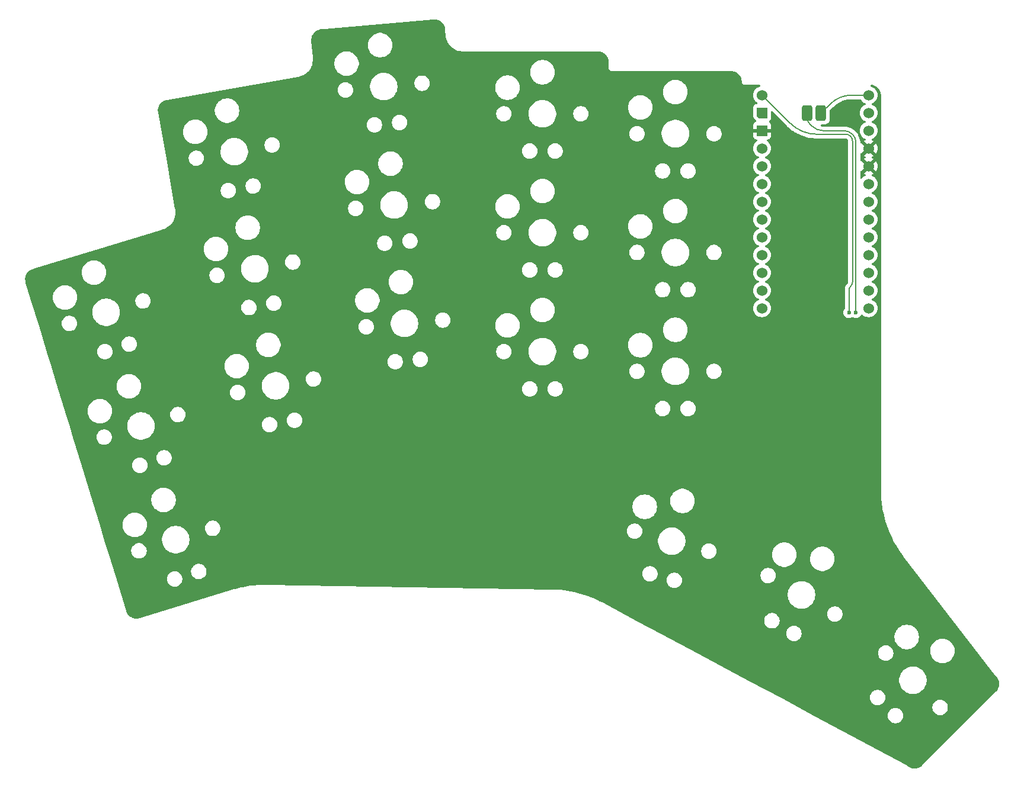
<source format=gbr>
%TF.GenerationSoftware,KiCad,Pcbnew,8.0.0*%
%TF.CreationDate,2024-06-08T15:13:20+02:00*%
%TF.ProjectId,goos-right,676f6f73-2d72-4696-9768-742e6b696361,rev?*%
%TF.SameCoordinates,Original*%
%TF.FileFunction,Copper,L2,Bot*%
%TF.FilePolarity,Positive*%
%FSLAX46Y46*%
G04 Gerber Fmt 4.6, Leading zero omitted, Abs format (unit mm)*
G04 Created by KiCad (PCBNEW 8.0.0) date 2024-06-08 15:13:20*
%MOMM*%
%LPD*%
G01*
G04 APERTURE LIST*
G04 Aperture macros list*
%AMRoundRect*
0 Rectangle with rounded corners*
0 $1 Rounding radius*
0 $2 $3 $4 $5 $6 $7 $8 $9 X,Y pos of 4 corners*
0 Add a 4 corners polygon primitive as box body*
4,1,4,$2,$3,$4,$5,$6,$7,$8,$9,$2,$3,0*
0 Add four circle primitives for the rounded corners*
1,1,$1+$1,$2,$3*
1,1,$1+$1,$4,$5*
1,1,$1+$1,$6,$7*
1,1,$1+$1,$8,$9*
0 Add four rect primitives between the rounded corners*
20,1,$1+$1,$2,$3,$4,$5,0*
20,1,$1+$1,$4,$5,$6,$7,0*
20,1,$1+$1,$6,$7,$8,$9,0*
20,1,$1+$1,$8,$9,$2,$3,0*%
%AMOutline5P*
0 Free polygon, 5 corners , with rotation*
0 The origin of the aperture is its center*
0 number of corners: always 5*
0 $1 to $10 corner X, Y*
0 $11 Rotation angle, in degrees counterclockwise*
0 create outline with 5 corners*
4,1,5,$1,$2,$3,$4,$5,$6,$7,$8,$9,$10,$1,$2,$11*%
%AMOutline6P*
0 Free polygon, 6 corners , with rotation*
0 The origin of the aperture is its center*
0 number of corners: always 6*
0 $1 to $12 corner X, Y*
0 $13 Rotation angle, in degrees counterclockwise*
0 create outline with 6 corners*
4,1,6,$1,$2,$3,$4,$5,$6,$7,$8,$9,$10,$11,$12,$1,$2,$13*%
%AMOutline7P*
0 Free polygon, 7 corners , with rotation*
0 The origin of the aperture is its center*
0 number of corners: always 7*
0 $1 to $14 corner X, Y*
0 $15 Rotation angle, in degrees counterclockwise*
0 create outline with 7 corners*
4,1,7,$1,$2,$3,$4,$5,$6,$7,$8,$9,$10,$11,$12,$13,$14,$1,$2,$15*%
%AMOutline8P*
0 Free polygon, 8 corners , with rotation*
0 The origin of the aperture is its center*
0 number of corners: always 8*
0 $1 to $16 corner X, Y*
0 $17 Rotation angle, in degrees counterclockwise*
0 create outline with 8 corners*
4,1,8,$1,$2,$3,$4,$5,$6,$7,$8,$9,$10,$11,$12,$13,$14,$15,$16,$1,$2,$17*%
G04 Aperture macros list end*
%TA.AperFunction,SMDPad,CuDef*%
%ADD10RoundRect,0.375000X0.375000X0.750000X-0.375000X0.750000X-0.375000X-0.750000X0.375000X-0.750000X0*%
%TD*%
%TA.AperFunction,ComponentPad*%
%ADD11C,1.524000*%
%TD*%
%TA.AperFunction,ComponentPad*%
%ADD12Outline5P,-0.762000X0.762000X0.762000X0.762000X0.762000X-0.762000X-0.457200X-0.762000X-0.762000X-0.457200X0.000000*%
%TD*%
%TA.AperFunction,ComponentPad*%
%ADD13R,1.524000X1.524000*%
%TD*%
%TA.AperFunction,ViaPad*%
%ADD14C,0.600000*%
%TD*%
%TA.AperFunction,Conductor*%
%ADD15C,0.200000*%
%TD*%
G04 APERTURE END LIST*
D10*
%TO.P,J1,1,B-*%
%TO.N,Net-(J1-B-)*%
X237000000Y-35500000D03*
%TO.P,J1,2,B+*%
%TO.N,Net-(J1-B+)*%
X235000000Y-35500000D03*
%TD*%
D11*
%TO.P,U1,1,B-*%
%TO.N,Net-(J1-B-)*%
X243821631Y-32903199D03*
%TO.P,U1,2,P01*%
%TO.N,D1*%
X243821631Y-35443199D03*
%TO.P,U1,3,P00*%
%TO.N,D0*%
X243821631Y-37983199D03*
%TO.P,U1,4,GND*%
%TO.N,GND*%
X243821631Y-40523199D03*
%TO.P,U1,5,GND*%
X243821631Y-43063199D03*
%TO.P,U1,6,P02*%
%TO.N,D2*%
X243821631Y-45603199D03*
%TO.P,U1,7,P03*%
%TO.N,D3*%
X243821631Y-48143199D03*
%TO.P,U1,8,P04*%
%TO.N,D4*%
X243821631Y-50683199D03*
%TO.P,U1,9,P05*%
%TO.N,D5*%
X243821631Y-53223199D03*
%TO.P,U1,10,P06*%
%TO.N,D6*%
X243821631Y-55763199D03*
%TO.P,U1,11,P07*%
%TO.N,D7*%
X243821631Y-58303199D03*
%TO.P,U1,12,P08*%
%TO.N,D8*%
X243821631Y-60843199D03*
%TO.P,U1,13,P09*%
%TO.N,D9*%
X243821631Y-63383199D03*
%TO.P,U1,14,B+*%
%TO.N,Net-(U1-B+)*%
X228581631Y-32903199D03*
D12*
%TO.P,U1,15,RAW*%
%TO.N,unconnected-(U1-RAW-Pad15)*%
X228581631Y-35443199D03*
D13*
%TO.P,U1,16,GND*%
%TO.N,GND*%
X228581631Y-37983199D03*
D11*
%TO.P,U1,17,RST*%
%TO.N,RESET*%
X228581631Y-40523199D03*
%TO.P,U1,18,VCC*%
%TO.N,unconnected-(U1-VCC-Pad18)*%
X228581631Y-43063199D03*
%TO.P,U1,19,P21*%
%TO.N,D21*%
X228581631Y-45603199D03*
%TO.P,U1,20,P20*%
%TO.N,D20*%
X228581631Y-48143199D03*
%TO.P,U1,21,P19*%
%TO.N,D19*%
X228581631Y-50683199D03*
%TO.P,U1,22,P18*%
%TO.N,D18*%
X228581631Y-53223199D03*
%TO.P,U1,23,P15*%
%TO.N,D15*%
X228581631Y-55763199D03*
%TO.P,U1,24,P14*%
%TO.N,D14*%
X228581631Y-58303199D03*
%TO.P,U1,25,P16*%
%TO.N,D16*%
X228581631Y-60843199D03*
%TO.P,U1,26,P10*%
%TO.N,D10*%
X228581631Y-63383199D03*
%TD*%
D14*
%TO.N,Net-(J1-B+)*%
X242000000Y-64000000D03*
%TO.N,GND*%
X131000000Y-60000000D03*
X150000000Y-37000000D03*
X136000000Y-76500000D03*
%TO.N,Net-(U1-B+)*%
X241000000Y-64000000D03*
%TD*%
D15*
%TO.N,Net-(J1-B+)*%
X235687500Y-37312500D02*
X235397747Y-37022747D01*
X242000000Y-64000000D02*
X242000000Y-39707106D01*
X235000000Y-36062500D02*
X235000000Y-35500000D01*
X240292893Y-38000000D02*
X237347271Y-38000000D01*
X241500000Y-38500000D02*
G75*
G02*
X241999997Y-39707106I-1207100J-1207100D01*
G01*
X235687500Y-37312500D02*
G75*
G03*
X237347271Y-38000011I1659800J1659800D01*
G01*
X235000000Y-36062500D02*
G75*
G03*
X235397746Y-37022748I1358000J0D01*
G01*
X241500000Y-38500000D02*
G75*
G03*
X240292893Y-38000003I-1207100J-1207100D01*
G01*
%TO.N,Net-(J1-B-)*%
X238298400Y-34201599D02*
X237000000Y-35500000D01*
X241433016Y-32903199D02*
X243821631Y-32903199D01*
X241433016Y-32903199D02*
G75*
G03*
X238298395Y-34201594I-16J-4433001D01*
G01*
%TO.N,Net-(U1-B+)*%
X241000000Y-64000000D02*
X241000000Y-60853553D01*
X236432395Y-38500000D02*
X240534313Y-38500000D01*
X232584639Y-36906207D02*
X228581631Y-32903199D01*
X241500000Y-59646446D02*
X241500000Y-39465686D01*
X241217157Y-38782843D02*
G75*
G02*
X241500005Y-39465686I-682857J-682857D01*
G01*
X241500000Y-59646446D02*
G75*
G02*
X241249986Y-60249986I-853600J46D01*
G01*
X241250001Y-60250001D02*
G75*
G03*
X241000023Y-60853553I603499J-603499D01*
G01*
X241217157Y-38782843D02*
G75*
G03*
X240534313Y-38499995I-682857J-682857D01*
G01*
X232584639Y-36906207D02*
G75*
G03*
X236432395Y-38499988I3847761J3847807D01*
G01*
%TD*%
%TA.AperFunction,Conductor*%
%TO.N,GND*%
G36*
X181908429Y-22078347D02*
G01*
X182103062Y-22103175D01*
X182120406Y-22106659D01*
X182309528Y-22158938D01*
X182326200Y-22164856D01*
X182505955Y-22243520D01*
X182521616Y-22251752D01*
X182688337Y-22355192D01*
X182702668Y-22365569D01*
X182850516Y-22489627D01*
X182852973Y-22491688D01*
X182865682Y-22504000D01*
X182996506Y-22650228D01*
X183007332Y-22664222D01*
X183116012Y-22827579D01*
X183124737Y-22842972D01*
X183209064Y-23020144D01*
X183215508Y-23036622D01*
X183273755Y-23223972D01*
X183277790Y-23241200D01*
X183309439Y-23439064D01*
X183310522Y-23447840D01*
X183314435Y-23492589D01*
X183316590Y-23517230D01*
X183316599Y-23517289D01*
X183397547Y-24442546D01*
X183397633Y-24443103D01*
X183403592Y-24511305D01*
X183403594Y-24511322D01*
X183460716Y-24791219D01*
X183546341Y-25053598D01*
X183549340Y-25062787D01*
X183638178Y-25256712D01*
X183668317Y-25322503D01*
X183816092Y-25566975D01*
X183816097Y-25566981D01*
X183990748Y-25793030D01*
X183990754Y-25793036D01*
X184190016Y-25997729D01*
X184411289Y-26178397D01*
X184411294Y-26178400D01*
X184651708Y-26332697D01*
X184908130Y-26458612D01*
X185177223Y-26554506D01*
X185177226Y-26554507D01*
X185177230Y-26554508D01*
X185455479Y-26619131D01*
X185455482Y-26619131D01*
X185455485Y-26619132D01*
X185739297Y-26651649D01*
X185882131Y-26651634D01*
X185904095Y-26651633D01*
X205176217Y-26651633D01*
X205185066Y-26651949D01*
X205205318Y-26653398D01*
X205385216Y-26666269D01*
X205402714Y-26668786D01*
X205434009Y-26675595D01*
X205594444Y-26710501D01*
X205611418Y-26715485D01*
X205726774Y-26758513D01*
X205795261Y-26784059D01*
X205811351Y-26791408D01*
X205983550Y-26885439D01*
X205998433Y-26895003D01*
X206155514Y-27012593D01*
X206168884Y-27024179D01*
X206307620Y-27162915D01*
X206319206Y-27176285D01*
X206436797Y-27333367D01*
X206446361Y-27348250D01*
X206540393Y-27520451D01*
X206547743Y-27536543D01*
X206616314Y-27720379D01*
X206621298Y-27737353D01*
X206663012Y-27929083D01*
X206665531Y-27946595D01*
X206679852Y-28146745D01*
X206680168Y-28155595D01*
X206680168Y-29050358D01*
X206694633Y-29104341D01*
X206714276Y-29177653D01*
X206722121Y-29191240D01*
X206780168Y-29291780D01*
X206873354Y-29384966D01*
X206987482Y-29450858D01*
X207114776Y-29484966D01*
X207246560Y-29484966D01*
X224175849Y-29484966D01*
X224185426Y-29485335D01*
X224401961Y-29502111D01*
X224420869Y-29505059D01*
X224555750Y-29536909D01*
X224627548Y-29553863D01*
X224645788Y-29559689D01*
X224698803Y-29581261D01*
X224842497Y-29639734D01*
X224859610Y-29648293D01*
X225041648Y-29757666D01*
X225057248Y-29768763D01*
X225220273Y-29904855D01*
X225233980Y-29918223D01*
X225374111Y-30077791D01*
X225385597Y-30093111D01*
X225499488Y-30272346D01*
X225508479Y-30289252D01*
X225593418Y-30483886D01*
X225599699Y-30501973D01*
X225602068Y-30510988D01*
X225631649Y-30623581D01*
X225653663Y-30707367D01*
X225657084Y-30726207D01*
X225678894Y-30938549D01*
X225679543Y-30951219D01*
X225679543Y-31000360D01*
X225680371Y-31006654D01*
X225681350Y-31012879D01*
X225697783Y-31068584D01*
X225698622Y-31071563D01*
X225710034Y-31114154D01*
X225713653Y-31127658D01*
X225716069Y-31133490D01*
X225718641Y-31139284D01*
X225748930Y-31188835D01*
X225750519Y-31191508D01*
X225779543Y-31241780D01*
X225783419Y-31246830D01*
X225787368Y-31251718D01*
X225787370Y-31251720D01*
X225787372Y-31251723D01*
X225825015Y-31287524D01*
X225829476Y-31291767D01*
X225831701Y-31293938D01*
X225872725Y-31334963D01*
X225877771Y-31338835D01*
X225882864Y-31342543D01*
X225933875Y-31370313D01*
X225936510Y-31371790D01*
X225986857Y-31400858D01*
X225986859Y-31400858D01*
X225986862Y-31400860D01*
X225992662Y-31403262D01*
X225998600Y-31405550D01*
X225998608Y-31405554D01*
X226055126Y-31419189D01*
X226058007Y-31419922D01*
X226114151Y-31434966D01*
X226114154Y-31434966D01*
X226120476Y-31435798D01*
X226126714Y-31436461D01*
X226126716Y-31436460D01*
X226126717Y-31436461D01*
X226184773Y-31435005D01*
X226187882Y-31434966D01*
X228241349Y-31434966D01*
X228308388Y-31454651D01*
X228354143Y-31507455D01*
X228364087Y-31576613D01*
X228335062Y-31640169D01*
X228276284Y-31677943D01*
X228273443Y-31678741D01*
X228148185Y-31712303D01*
X228148179Y-31712306D01*
X227947971Y-31805664D01*
X227947969Y-31805665D01*
X227767008Y-31932374D01*
X227610806Y-32088576D01*
X227484097Y-32269537D01*
X227484096Y-32269539D01*
X227390738Y-32469747D01*
X227390735Y-32469753D01*
X227333561Y-32683128D01*
X227333560Y-32683136D01*
X227314308Y-32903196D01*
X227314308Y-32903201D01*
X227333560Y-33123261D01*
X227333561Y-33123269D01*
X227390735Y-33336644D01*
X227390736Y-33336646D01*
X227390737Y-33336649D01*
X227441884Y-33446335D01*
X227484097Y-33536861D01*
X227484099Y-33536865D01*
X227610801Y-33717814D01*
X227610806Y-33717820D01*
X227767009Y-33874023D01*
X227767015Y-33874028D01*
X227785981Y-33887308D01*
X227864876Y-33942551D01*
X227882833Y-33955124D01*
X227926458Y-34009701D01*
X227933652Y-34079199D01*
X227902129Y-34141554D01*
X227841900Y-34176968D01*
X227811713Y-34180699D01*
X227771762Y-34180699D01*
X227771754Y-34180700D01*
X227712147Y-34187107D01*
X227577302Y-34237401D01*
X227577295Y-34237405D01*
X227462086Y-34323651D01*
X227462083Y-34323654D01*
X227375837Y-34438863D01*
X227375833Y-34438870D01*
X227325539Y-34573716D01*
X227319132Y-34633315D01*
X227319131Y-34633334D01*
X227319131Y-35941369D01*
X227329691Y-36025448D01*
X227384767Y-36158414D01*
X227384768Y-36158415D01*
X227436752Y-36225334D01*
X227436758Y-36225340D01*
X227740981Y-36529564D01*
X227774466Y-36590887D01*
X227769482Y-36660579D01*
X227727610Y-36716512D01*
X227696633Y-36733427D01*
X227577544Y-36777844D01*
X227577537Y-36777848D01*
X227462443Y-36864008D01*
X227462440Y-36864011D01*
X227376280Y-36979105D01*
X227376276Y-36979112D01*
X227326034Y-37113819D01*
X227326032Y-37113826D01*
X227319631Y-37173354D01*
X227319631Y-37733199D01*
X228292815Y-37733199D01*
X228276755Y-37749259D01*
X228226595Y-37836138D01*
X228200631Y-37933039D01*
X228200631Y-38033359D01*
X228226595Y-38130260D01*
X228276755Y-38217139D01*
X228292815Y-38233199D01*
X227319631Y-38233199D01*
X227319631Y-38793043D01*
X227326032Y-38852571D01*
X227326034Y-38852578D01*
X227376276Y-38987285D01*
X227376280Y-38987292D01*
X227462440Y-39102386D01*
X227462443Y-39102389D01*
X227577537Y-39188549D01*
X227577544Y-39188553D01*
X227712251Y-39238795D01*
X227712258Y-39238797D01*
X227771786Y-39245198D01*
X227771803Y-39245199D01*
X227812424Y-39245199D01*
X227879463Y-39264884D01*
X227925218Y-39317688D01*
X227935162Y-39386846D01*
X227906137Y-39450402D01*
X227883547Y-39470774D01*
X227767008Y-39552374D01*
X227610806Y-39708576D01*
X227484097Y-39889537D01*
X227484096Y-39889539D01*
X227390738Y-40089747D01*
X227390735Y-40089753D01*
X227333561Y-40303128D01*
X227333560Y-40303136D01*
X227314308Y-40523196D01*
X227314308Y-40523201D01*
X227333560Y-40743261D01*
X227333561Y-40743269D01*
X227390735Y-40956644D01*
X227390736Y-40956646D01*
X227390737Y-40956649D01*
X227464480Y-41114791D01*
X227484097Y-41156861D01*
X227484099Y-41156865D01*
X227610801Y-41337814D01*
X227610806Y-41337820D01*
X227767009Y-41494023D01*
X227767015Y-41494028D01*
X227947964Y-41620730D01*
X227947966Y-41620731D01*
X227947969Y-41620733D01*
X228067379Y-41676414D01*
X228076820Y-41680817D01*
X228129259Y-41726989D01*
X228148411Y-41794183D01*
X228128195Y-41861064D01*
X228076820Y-41905581D01*
X227947971Y-41965664D01*
X227947969Y-41965665D01*
X227767008Y-42092374D01*
X227610806Y-42248576D01*
X227484097Y-42429537D01*
X227484096Y-42429539D01*
X227443348Y-42516924D01*
X227394378Y-42621942D01*
X227390738Y-42629747D01*
X227390735Y-42629753D01*
X227333561Y-42843128D01*
X227333560Y-42843136D01*
X227314308Y-43063196D01*
X227314308Y-43063201D01*
X227333560Y-43283261D01*
X227333561Y-43283269D01*
X227390735Y-43496644D01*
X227390736Y-43496646D01*
X227390737Y-43496649D01*
X227422632Y-43565048D01*
X227484097Y-43696861D01*
X227484099Y-43696865D01*
X227610801Y-43877814D01*
X227610806Y-43877820D01*
X227767009Y-44034023D01*
X227767015Y-44034028D01*
X227947964Y-44160730D01*
X227947966Y-44160731D01*
X227947969Y-44160733D01*
X228067379Y-44216414D01*
X228076820Y-44220817D01*
X228129259Y-44266989D01*
X228148411Y-44334183D01*
X228128195Y-44401064D01*
X228076820Y-44445581D01*
X227947971Y-44505664D01*
X227947969Y-44505665D01*
X227767008Y-44632374D01*
X227610806Y-44788576D01*
X227484097Y-44969537D01*
X227484096Y-44969539D01*
X227390738Y-45169747D01*
X227390735Y-45169753D01*
X227333561Y-45383128D01*
X227333560Y-45383136D01*
X227314308Y-45603196D01*
X227314308Y-45603201D01*
X227333560Y-45823261D01*
X227333561Y-45823269D01*
X227390735Y-46036644D01*
X227390736Y-46036646D01*
X227390737Y-46036649D01*
X227453956Y-46172223D01*
X227484097Y-46236861D01*
X227484099Y-46236865D01*
X227610801Y-46417814D01*
X227610806Y-46417820D01*
X227767009Y-46574023D01*
X227767015Y-46574028D01*
X227947964Y-46700730D01*
X227947966Y-46700731D01*
X227947969Y-46700733D01*
X228042098Y-46744626D01*
X228076820Y-46760817D01*
X228129259Y-46806989D01*
X228148411Y-46874183D01*
X228128195Y-46941064D01*
X228076820Y-46985581D01*
X227947971Y-47045664D01*
X227947969Y-47045665D01*
X227767008Y-47172374D01*
X227610806Y-47328576D01*
X227484097Y-47509537D01*
X227484096Y-47509539D01*
X227390738Y-47709747D01*
X227390735Y-47709753D01*
X227333561Y-47923128D01*
X227333560Y-47923136D01*
X227314308Y-48143196D01*
X227314308Y-48143201D01*
X227333560Y-48363261D01*
X227333561Y-48363269D01*
X227390735Y-48576644D01*
X227390736Y-48576646D01*
X227390737Y-48576649D01*
X227454506Y-48713402D01*
X227484097Y-48776861D01*
X227484099Y-48776865D01*
X227610801Y-48957814D01*
X227610806Y-48957820D01*
X227767009Y-49114023D01*
X227767015Y-49114028D01*
X227947961Y-49240728D01*
X227947965Y-49240730D01*
X227947969Y-49240733D01*
X228067379Y-49296414D01*
X228076820Y-49300817D01*
X228129259Y-49346989D01*
X228148411Y-49414183D01*
X228128195Y-49481064D01*
X228076820Y-49525581D01*
X227947971Y-49585664D01*
X227947969Y-49585665D01*
X227767008Y-49712374D01*
X227610806Y-49868576D01*
X227484097Y-50049537D01*
X227484096Y-50049539D01*
X227390738Y-50249747D01*
X227390735Y-50249753D01*
X227333561Y-50463128D01*
X227333560Y-50463136D01*
X227314308Y-50683196D01*
X227314308Y-50683201D01*
X227333560Y-50903261D01*
X227333561Y-50903269D01*
X227390735Y-51116644D01*
X227390736Y-51116646D01*
X227390737Y-51116649D01*
X227467610Y-51281505D01*
X227484097Y-51316861D01*
X227484099Y-51316865D01*
X227610801Y-51497814D01*
X227610806Y-51497820D01*
X227767009Y-51654023D01*
X227767015Y-51654028D01*
X227947964Y-51780730D01*
X227947966Y-51780731D01*
X227947969Y-51780733D01*
X228067379Y-51836414D01*
X228076820Y-51840817D01*
X228129259Y-51886989D01*
X228148411Y-51954183D01*
X228128195Y-52021064D01*
X228076820Y-52065581D01*
X227947971Y-52125664D01*
X227947969Y-52125665D01*
X227767008Y-52252374D01*
X227610806Y-52408576D01*
X227484097Y-52589537D01*
X227484096Y-52589539D01*
X227390738Y-52789747D01*
X227390735Y-52789753D01*
X227333561Y-53003128D01*
X227333560Y-53003136D01*
X227314308Y-53223196D01*
X227314308Y-53223201D01*
X227333560Y-53443261D01*
X227333561Y-53443269D01*
X227390735Y-53656644D01*
X227390736Y-53656646D01*
X227390737Y-53656649D01*
X227446322Y-53775851D01*
X227484097Y-53856861D01*
X227484099Y-53856865D01*
X227610801Y-54037814D01*
X227610806Y-54037820D01*
X227767009Y-54194023D01*
X227767015Y-54194028D01*
X227947964Y-54320730D01*
X227947966Y-54320731D01*
X227947969Y-54320733D01*
X228067379Y-54376414D01*
X228076820Y-54380817D01*
X228129259Y-54426989D01*
X228148411Y-54494183D01*
X228128195Y-54561064D01*
X228076820Y-54605581D01*
X227947971Y-54665664D01*
X227947969Y-54665665D01*
X227767008Y-54792374D01*
X227610806Y-54948576D01*
X227484097Y-55129537D01*
X227484096Y-55129539D01*
X227390738Y-55329747D01*
X227390735Y-55329753D01*
X227333561Y-55543128D01*
X227333560Y-55543136D01*
X227314308Y-55763196D01*
X227314308Y-55763201D01*
X227333560Y-55983261D01*
X227333561Y-55983269D01*
X227390735Y-56196644D01*
X227390736Y-56196646D01*
X227390737Y-56196649D01*
X227431548Y-56284168D01*
X227484097Y-56396861D01*
X227484099Y-56396865D01*
X227610801Y-56577814D01*
X227610806Y-56577820D01*
X227767009Y-56734023D01*
X227767015Y-56734028D01*
X227947964Y-56860730D01*
X227947966Y-56860731D01*
X227947969Y-56860733D01*
X228067379Y-56916414D01*
X228076820Y-56920817D01*
X228129259Y-56966989D01*
X228148411Y-57034183D01*
X228128195Y-57101064D01*
X228076820Y-57145581D01*
X227947971Y-57205664D01*
X227947969Y-57205665D01*
X227767008Y-57332374D01*
X227610806Y-57488576D01*
X227484097Y-57669537D01*
X227484096Y-57669539D01*
X227390738Y-57869747D01*
X227390735Y-57869753D01*
X227333561Y-58083128D01*
X227333560Y-58083136D01*
X227314308Y-58303196D01*
X227314308Y-58303201D01*
X227333560Y-58523261D01*
X227333561Y-58523269D01*
X227390735Y-58736644D01*
X227390736Y-58736646D01*
X227390737Y-58736649D01*
X227473624Y-58914401D01*
X227484097Y-58936861D01*
X227484099Y-58936865D01*
X227610801Y-59117814D01*
X227610806Y-59117820D01*
X227767009Y-59274023D01*
X227767015Y-59274028D01*
X227947964Y-59400730D01*
X227947966Y-59400731D01*
X227947969Y-59400733D01*
X228055191Y-59450731D01*
X228076820Y-59460817D01*
X228129259Y-59506989D01*
X228148411Y-59574183D01*
X228128195Y-59641064D01*
X228076820Y-59685581D01*
X227947971Y-59745664D01*
X227947969Y-59745665D01*
X227767008Y-59872374D01*
X227610806Y-60028576D01*
X227484097Y-60209537D01*
X227484096Y-60209539D01*
X227390738Y-60409747D01*
X227390735Y-60409753D01*
X227333561Y-60623128D01*
X227333560Y-60623136D01*
X227314308Y-60843196D01*
X227314308Y-60843201D01*
X227333560Y-61063261D01*
X227333561Y-61063269D01*
X227390735Y-61276644D01*
X227390736Y-61276646D01*
X227390737Y-61276649D01*
X227483209Y-61474957D01*
X227484097Y-61476861D01*
X227484099Y-61476865D01*
X227610801Y-61657814D01*
X227610806Y-61657820D01*
X227767009Y-61814023D01*
X227767015Y-61814028D01*
X227947964Y-61940730D01*
X227947966Y-61940731D01*
X227947969Y-61940733D01*
X228008033Y-61968741D01*
X228076820Y-62000817D01*
X228129259Y-62046989D01*
X228148411Y-62114183D01*
X228128195Y-62181064D01*
X228076820Y-62225581D01*
X227947971Y-62285664D01*
X227947969Y-62285665D01*
X227767008Y-62412374D01*
X227610806Y-62568576D01*
X227484097Y-62749537D01*
X227484096Y-62749539D01*
X227390738Y-62949747D01*
X227390735Y-62949753D01*
X227333561Y-63163128D01*
X227333560Y-63163136D01*
X227314308Y-63383196D01*
X227314308Y-63383201D01*
X227333560Y-63603261D01*
X227333561Y-63603269D01*
X227390735Y-63816644D01*
X227390736Y-63816646D01*
X227390737Y-63816649D01*
X227463238Y-63972128D01*
X227484097Y-64016861D01*
X227484099Y-64016865D01*
X227610801Y-64197814D01*
X227610806Y-64197820D01*
X227767009Y-64354023D01*
X227767015Y-64354028D01*
X227947964Y-64480730D01*
X227947966Y-64480731D01*
X227947969Y-64480733D01*
X228148181Y-64574093D01*
X228361563Y-64631269D01*
X228518754Y-64645021D01*
X228581629Y-64650522D01*
X228581631Y-64650522D01*
X228581633Y-64650522D01*
X228636648Y-64645708D01*
X228801699Y-64631269D01*
X229015081Y-64574093D01*
X229215293Y-64480733D01*
X229396251Y-64354025D01*
X229552457Y-64197819D01*
X229679165Y-64016861D01*
X229772525Y-63816649D01*
X229829701Y-63603267D01*
X229845346Y-63424435D01*
X229848954Y-63383201D01*
X229848954Y-63383196D01*
X229835154Y-63225460D01*
X229829701Y-63163131D01*
X229772525Y-62949749D01*
X229679165Y-62749538D01*
X229569611Y-62593077D01*
X229552458Y-62568580D01*
X229516652Y-62532774D01*
X229396251Y-62412373D01*
X229396247Y-62412370D01*
X229396246Y-62412369D01*
X229215297Y-62285667D01*
X229215289Y-62285663D01*
X229086442Y-62225581D01*
X229034002Y-62179409D01*
X229014850Y-62112216D01*
X229035066Y-62045334D01*
X229086442Y-62000817D01*
X229102779Y-61993199D01*
X229215293Y-61940733D01*
X229396251Y-61814025D01*
X229552457Y-61657819D01*
X229679165Y-61476861D01*
X229772525Y-61276649D01*
X229829701Y-61063267D01*
X229848051Y-60853517D01*
X229848954Y-60843201D01*
X229848954Y-60843196D01*
X229829701Y-60623136D01*
X229829701Y-60623131D01*
X229772525Y-60409749D01*
X229679165Y-60209538D01*
X229612770Y-60114716D01*
X229552458Y-60028580D01*
X229489548Y-59965670D01*
X229396251Y-59872373D01*
X229396247Y-59872370D01*
X229396246Y-59872369D01*
X229215297Y-59745667D01*
X229215289Y-59745663D01*
X229086442Y-59685581D01*
X229034002Y-59639409D01*
X229014850Y-59572216D01*
X229035066Y-59505334D01*
X229086442Y-59460817D01*
X229108071Y-59450731D01*
X229215293Y-59400733D01*
X229396251Y-59274025D01*
X229552457Y-59117819D01*
X229679165Y-58936861D01*
X229772525Y-58736649D01*
X229829701Y-58523267D01*
X229848954Y-58303199D01*
X229845835Y-58267553D01*
X229836849Y-58164833D01*
X229829701Y-58083131D01*
X229772525Y-57869749D01*
X229679165Y-57669538D01*
X229552646Y-57488849D01*
X229552458Y-57488580D01*
X229516652Y-57452774D01*
X229396251Y-57332373D01*
X229396247Y-57332370D01*
X229396246Y-57332369D01*
X229215297Y-57205667D01*
X229215289Y-57205663D01*
X229086442Y-57145581D01*
X229034002Y-57099409D01*
X229014850Y-57032216D01*
X229035066Y-56965334D01*
X229086442Y-56920817D01*
X229092433Y-56918023D01*
X229215293Y-56860733D01*
X229396251Y-56734025D01*
X229552457Y-56577819D01*
X229679165Y-56396861D01*
X229772525Y-56196649D01*
X229829701Y-55983267D01*
X229848954Y-55763199D01*
X229829701Y-55543131D01*
X229772525Y-55329749D01*
X229679165Y-55129538D01*
X229552457Y-54948579D01*
X229396251Y-54792373D01*
X229396247Y-54792370D01*
X229396246Y-54792369D01*
X229215297Y-54665667D01*
X229215289Y-54665663D01*
X229086442Y-54605581D01*
X229034002Y-54559409D01*
X229014850Y-54492216D01*
X229035066Y-54425334D01*
X229086442Y-54380817D01*
X229092433Y-54378023D01*
X229215293Y-54320733D01*
X229396251Y-54194025D01*
X229552457Y-54037819D01*
X229679165Y-53856861D01*
X229772525Y-53656649D01*
X229829701Y-53443267D01*
X229848954Y-53223199D01*
X229848051Y-53212883D01*
X229834442Y-53057321D01*
X229829701Y-53003131D01*
X229772525Y-52789749D01*
X229679165Y-52589538D01*
X229573819Y-52439087D01*
X229552458Y-52408580D01*
X229516652Y-52372774D01*
X229396251Y-52252373D01*
X229396247Y-52252370D01*
X229396246Y-52252369D01*
X229215297Y-52125667D01*
X229215289Y-52125663D01*
X229086442Y-52065581D01*
X229034002Y-52019409D01*
X229014850Y-51952216D01*
X229035066Y-51885334D01*
X229086442Y-51840817D01*
X229092433Y-51838023D01*
X229215293Y-51780733D01*
X229396251Y-51654025D01*
X229552457Y-51497819D01*
X229679165Y-51316861D01*
X229772525Y-51116649D01*
X229829701Y-50903267D01*
X229848954Y-50683199D01*
X229843413Y-50619869D01*
X229837340Y-50550445D01*
X229829701Y-50463131D01*
X229772525Y-50249749D01*
X229679165Y-50049538D01*
X229590699Y-49923194D01*
X229552458Y-49868580D01*
X229488389Y-49804511D01*
X229396251Y-49712373D01*
X229396247Y-49712370D01*
X229396246Y-49712369D01*
X229215297Y-49585667D01*
X229215289Y-49585663D01*
X229086442Y-49525581D01*
X229034002Y-49479409D01*
X229014850Y-49412216D01*
X229035066Y-49345334D01*
X229086442Y-49300817D01*
X229092433Y-49298023D01*
X229215293Y-49240733D01*
X229215297Y-49240729D01*
X229215301Y-49240728D01*
X229335090Y-49156850D01*
X229396251Y-49114025D01*
X229552457Y-48957819D01*
X229679165Y-48776861D01*
X229772525Y-48576649D01*
X229829701Y-48363267D01*
X229848859Y-48144288D01*
X229848954Y-48143201D01*
X229848954Y-48143196D01*
X229838226Y-48020576D01*
X229829701Y-47923131D01*
X229772525Y-47709749D01*
X229679165Y-47509538D01*
X229590699Y-47383194D01*
X229552458Y-47328580D01*
X229480427Y-47256549D01*
X229396251Y-47172373D01*
X229396247Y-47172370D01*
X229396246Y-47172369D01*
X229215297Y-47045667D01*
X229215289Y-47045663D01*
X229086442Y-46985581D01*
X229034002Y-46939409D01*
X229014850Y-46872216D01*
X229035066Y-46805334D01*
X229086442Y-46760817D01*
X229107949Y-46750788D01*
X229215293Y-46700733D01*
X229396251Y-46574025D01*
X229552457Y-46417819D01*
X229679165Y-46236861D01*
X229772525Y-46036649D01*
X229829701Y-45823267D01*
X229848954Y-45603199D01*
X229848769Y-45601088D01*
X229834824Y-45441690D01*
X229829701Y-45383131D01*
X229772525Y-45169749D01*
X229679165Y-44969538D01*
X229552457Y-44788579D01*
X229396251Y-44632373D01*
X229396247Y-44632370D01*
X229396246Y-44632369D01*
X229215297Y-44505667D01*
X229215289Y-44505663D01*
X229086442Y-44445581D01*
X229034002Y-44399409D01*
X229014850Y-44332216D01*
X229035066Y-44265334D01*
X229086442Y-44220817D01*
X229092433Y-44218023D01*
X229215293Y-44160733D01*
X229396251Y-44034025D01*
X229552457Y-43877819D01*
X229679165Y-43696861D01*
X229772525Y-43496649D01*
X229829701Y-43283267D01*
X229848954Y-43063199D01*
X229847017Y-43041064D01*
X229839958Y-42960372D01*
X229829701Y-42843131D01*
X229772525Y-42629749D01*
X229679165Y-42429538D01*
X229576554Y-42282993D01*
X229552458Y-42248580D01*
X229501454Y-42197576D01*
X229396251Y-42092373D01*
X229396247Y-42092370D01*
X229396246Y-42092369D01*
X229215297Y-41965667D01*
X229215289Y-41965663D01*
X229086442Y-41905581D01*
X229034002Y-41859409D01*
X229014850Y-41792216D01*
X229035066Y-41725334D01*
X229086442Y-41680817D01*
X229092433Y-41678023D01*
X229215293Y-41620733D01*
X229396251Y-41494025D01*
X229552457Y-41337819D01*
X229679165Y-41156861D01*
X229772525Y-40956649D01*
X229829701Y-40743267D01*
X229848954Y-40523199D01*
X229842753Y-40452325D01*
X229833943Y-40351616D01*
X229829701Y-40303131D01*
X229772525Y-40089749D01*
X229679165Y-39889538D01*
X229596600Y-39771622D01*
X229552458Y-39708580D01*
X229530077Y-39686199D01*
X229396251Y-39552373D01*
X229396247Y-39552370D01*
X229396246Y-39552369D01*
X229279716Y-39470774D01*
X229236091Y-39416197D01*
X229228897Y-39346699D01*
X229260420Y-39284344D01*
X229320650Y-39248930D01*
X229350839Y-39245199D01*
X229391459Y-39245199D01*
X229391475Y-39245198D01*
X229451003Y-39238797D01*
X229451010Y-39238795D01*
X229585717Y-39188553D01*
X229585724Y-39188549D01*
X229700818Y-39102389D01*
X229700821Y-39102386D01*
X229786981Y-38987292D01*
X229786985Y-38987285D01*
X229837227Y-38852578D01*
X229837229Y-38852571D01*
X229843630Y-38793043D01*
X229843631Y-38793026D01*
X229843631Y-38233199D01*
X228870447Y-38233199D01*
X228886507Y-38217139D01*
X228936667Y-38130260D01*
X228962631Y-38033359D01*
X228962631Y-37933039D01*
X228936667Y-37836138D01*
X228886507Y-37749259D01*
X228870447Y-37733199D01*
X229843631Y-37733199D01*
X229843631Y-37173371D01*
X229843630Y-37173354D01*
X229837229Y-37113826D01*
X229837227Y-37113819D01*
X229786985Y-36979112D01*
X229786981Y-36979105D01*
X229700821Y-36864012D01*
X229632382Y-36812778D01*
X229590511Y-36756844D01*
X229585527Y-36687152D01*
X229619012Y-36625829D01*
X229632373Y-36614251D01*
X229701177Y-36562745D01*
X229787427Y-36447530D01*
X229837722Y-36312682D01*
X229844131Y-36253072D01*
X229844130Y-35314294D01*
X229863814Y-35247256D01*
X229916618Y-35201501D01*
X229985777Y-35191557D01*
X230049333Y-35220582D01*
X230055811Y-35226614D01*
X232123697Y-37294500D01*
X232123716Y-37294535D01*
X232160016Y-37330834D01*
X232160016Y-37330835D01*
X232312605Y-37483422D01*
X232312615Y-37483431D01*
X232312629Y-37483444D01*
X232638776Y-37766048D01*
X232638778Y-37766050D01*
X232938491Y-37990410D01*
X232984279Y-38024686D01*
X233205755Y-38167018D01*
X233308735Y-38233199D01*
X233347352Y-38258016D01*
X233395682Y-38284406D01*
X233637867Y-38416649D01*
X233726145Y-38464852D01*
X234118728Y-38644137D01*
X234523102Y-38794960D01*
X234593368Y-38815592D01*
X234937193Y-38916547D01*
X234937211Y-38916552D01*
X235358919Y-39008289D01*
X235358926Y-39008290D01*
X235786117Y-39069711D01*
X236216602Y-39100500D01*
X236353338Y-39100500D01*
X240526176Y-39100500D01*
X240542363Y-39101561D01*
X240612639Y-39110814D01*
X240643903Y-39119191D01*
X240701822Y-39143182D01*
X240729854Y-39159367D01*
X240779600Y-39197540D01*
X240802488Y-39220427D01*
X240840639Y-39270146D01*
X240856824Y-39298181D01*
X240880812Y-39356094D01*
X240889190Y-39387358D01*
X240894234Y-39425665D01*
X240897491Y-39450402D01*
X240898439Y-39457597D01*
X240899500Y-39473785D01*
X240899500Y-59638285D01*
X240898438Y-59654478D01*
X240893004Y-59695733D01*
X240884626Y-59726996D01*
X240871835Y-59757874D01*
X240855651Y-59785904D01*
X240830331Y-59818902D01*
X240819636Y-59831097D01*
X240757980Y-59892752D01*
X240757976Y-59892757D01*
X240641935Y-60043985D01*
X240546633Y-60209063D01*
X240546632Y-60209066D01*
X240473688Y-60385182D01*
X240424366Y-60569289D01*
X240399494Y-60758274D01*
X240399494Y-60758285D01*
X240399500Y-60853517D01*
X240399500Y-63417587D01*
X240379815Y-63484626D01*
X240372450Y-63494896D01*
X240370186Y-63497734D01*
X240274211Y-63650476D01*
X240214631Y-63820745D01*
X240214630Y-63820750D01*
X240194435Y-63999996D01*
X240194435Y-64000003D01*
X240214630Y-64179249D01*
X240214631Y-64179254D01*
X240274211Y-64349523D01*
X240356656Y-64480732D01*
X240370184Y-64502262D01*
X240497738Y-64629816D01*
X240650478Y-64725789D01*
X240698667Y-64742651D01*
X240820745Y-64785368D01*
X240820750Y-64785369D01*
X240999996Y-64805565D01*
X241000000Y-64805565D01*
X241000004Y-64805565D01*
X241179249Y-64785369D01*
X241179252Y-64785368D01*
X241179255Y-64785368D01*
X241349522Y-64725789D01*
X241433171Y-64673229D01*
X241434027Y-64672691D01*
X241501264Y-64653690D01*
X241565973Y-64672691D01*
X241650475Y-64725788D01*
X241820745Y-64785368D01*
X241820750Y-64785369D01*
X241999996Y-64805565D01*
X242000000Y-64805565D01*
X242000004Y-64805565D01*
X242179249Y-64785369D01*
X242179252Y-64785368D01*
X242179255Y-64785368D01*
X242349522Y-64725789D01*
X242502262Y-64629816D01*
X242629816Y-64502262D01*
X242725789Y-64349522D01*
X242732339Y-64330804D01*
X242773060Y-64274027D01*
X242838012Y-64248279D01*
X242906574Y-64261734D01*
X242937062Y-64284076D01*
X243007009Y-64354023D01*
X243007015Y-64354028D01*
X243187964Y-64480730D01*
X243187966Y-64480731D01*
X243187969Y-64480733D01*
X243388181Y-64574093D01*
X243601563Y-64631269D01*
X243758754Y-64645021D01*
X243821629Y-64650522D01*
X243821631Y-64650522D01*
X243821633Y-64650522D01*
X243876648Y-64645708D01*
X244041699Y-64631269D01*
X244255081Y-64574093D01*
X244455293Y-64480733D01*
X244636251Y-64354025D01*
X244792457Y-64197819D01*
X244919165Y-64016861D01*
X245012525Y-63816649D01*
X245069701Y-63603267D01*
X245085346Y-63424435D01*
X245088954Y-63383201D01*
X245088954Y-63383196D01*
X245075154Y-63225460D01*
X245069701Y-63163131D01*
X245012525Y-62949749D01*
X244919165Y-62749538D01*
X244809611Y-62593077D01*
X244792458Y-62568580D01*
X244756652Y-62532774D01*
X244636251Y-62412373D01*
X244636247Y-62412370D01*
X244636246Y-62412369D01*
X244455297Y-62285667D01*
X244455289Y-62285663D01*
X244326442Y-62225581D01*
X244274002Y-62179409D01*
X244254850Y-62112216D01*
X244275066Y-62045334D01*
X244326442Y-62000817D01*
X244342779Y-61993199D01*
X244455293Y-61940733D01*
X244636251Y-61814025D01*
X244792457Y-61657819D01*
X244919165Y-61476861D01*
X245012525Y-61276649D01*
X245069701Y-61063267D01*
X245088051Y-60853517D01*
X245088954Y-60843201D01*
X245088954Y-60843196D01*
X245069701Y-60623136D01*
X245069701Y-60623131D01*
X245012525Y-60409749D01*
X244919165Y-60209538D01*
X244852770Y-60114716D01*
X244792458Y-60028580D01*
X244729548Y-59965670D01*
X244636251Y-59872373D01*
X244636247Y-59872370D01*
X244636246Y-59872369D01*
X244455297Y-59745667D01*
X244455289Y-59745663D01*
X244326442Y-59685581D01*
X244274002Y-59639409D01*
X244254850Y-59572216D01*
X244275066Y-59505334D01*
X244326442Y-59460817D01*
X244348071Y-59450731D01*
X244455293Y-59400733D01*
X244636251Y-59274025D01*
X244792457Y-59117819D01*
X244919165Y-58936861D01*
X245012525Y-58736649D01*
X245069701Y-58523267D01*
X245088954Y-58303199D01*
X245085835Y-58267553D01*
X245076849Y-58164833D01*
X245069701Y-58083131D01*
X245012525Y-57869749D01*
X244919165Y-57669538D01*
X244792646Y-57488849D01*
X244792458Y-57488580D01*
X244756652Y-57452774D01*
X244636251Y-57332373D01*
X244636247Y-57332370D01*
X244636246Y-57332369D01*
X244455297Y-57205667D01*
X244455289Y-57205663D01*
X244326442Y-57145581D01*
X244274002Y-57099409D01*
X244254850Y-57032216D01*
X244275066Y-56965334D01*
X244326442Y-56920817D01*
X244332433Y-56918023D01*
X244455293Y-56860733D01*
X244636251Y-56734025D01*
X244792457Y-56577819D01*
X244919165Y-56396861D01*
X245012525Y-56196649D01*
X245069701Y-55983267D01*
X245088954Y-55763199D01*
X245069701Y-55543131D01*
X245012525Y-55329749D01*
X244919165Y-55129538D01*
X244792457Y-54948579D01*
X244636251Y-54792373D01*
X244636247Y-54792370D01*
X244636246Y-54792369D01*
X244455297Y-54665667D01*
X244455289Y-54665663D01*
X244326442Y-54605581D01*
X244274002Y-54559409D01*
X244254850Y-54492216D01*
X244275066Y-54425334D01*
X244326442Y-54380817D01*
X244332433Y-54378023D01*
X244455293Y-54320733D01*
X244636251Y-54194025D01*
X244792457Y-54037819D01*
X244919165Y-53856861D01*
X245012525Y-53656649D01*
X245069701Y-53443267D01*
X245088954Y-53223199D01*
X245088051Y-53212883D01*
X245074442Y-53057321D01*
X245069701Y-53003131D01*
X245012525Y-52789749D01*
X244919165Y-52589538D01*
X244813819Y-52439087D01*
X244792458Y-52408580D01*
X244756652Y-52372774D01*
X244636251Y-52252373D01*
X244636247Y-52252370D01*
X244636246Y-52252369D01*
X244455297Y-52125667D01*
X244455289Y-52125663D01*
X244326442Y-52065581D01*
X244274002Y-52019409D01*
X244254850Y-51952216D01*
X244275066Y-51885334D01*
X244326442Y-51840817D01*
X244332433Y-51838023D01*
X244455293Y-51780733D01*
X244636251Y-51654025D01*
X244792457Y-51497819D01*
X244919165Y-51316861D01*
X245012525Y-51116649D01*
X245069701Y-50903267D01*
X245088954Y-50683199D01*
X245083413Y-50619869D01*
X245077340Y-50550445D01*
X245069701Y-50463131D01*
X245012525Y-50249749D01*
X244919165Y-50049538D01*
X244830699Y-49923194D01*
X244792458Y-49868580D01*
X244728389Y-49804511D01*
X244636251Y-49712373D01*
X244636247Y-49712370D01*
X244636246Y-49712369D01*
X244455297Y-49585667D01*
X244455289Y-49585663D01*
X244326442Y-49525581D01*
X244274002Y-49479409D01*
X244254850Y-49412216D01*
X244275066Y-49345334D01*
X244326442Y-49300817D01*
X244332433Y-49298023D01*
X244455293Y-49240733D01*
X244455297Y-49240729D01*
X244455301Y-49240728D01*
X244575090Y-49156850D01*
X244636251Y-49114025D01*
X244792457Y-48957819D01*
X244919165Y-48776861D01*
X245012525Y-48576649D01*
X245069701Y-48363267D01*
X245088859Y-48144288D01*
X245088954Y-48143201D01*
X245088954Y-48143196D01*
X245078226Y-48020576D01*
X245069701Y-47923131D01*
X245012525Y-47709749D01*
X244919165Y-47509538D01*
X244830699Y-47383194D01*
X244792458Y-47328580D01*
X244720427Y-47256549D01*
X244636251Y-47172373D01*
X244636247Y-47172370D01*
X244636246Y-47172369D01*
X244455297Y-47045667D01*
X244455289Y-47045663D01*
X244326442Y-46985581D01*
X244274002Y-46939409D01*
X244254850Y-46872216D01*
X244275066Y-46805334D01*
X244326442Y-46760817D01*
X244347949Y-46750788D01*
X244455293Y-46700733D01*
X244636251Y-46574025D01*
X244792457Y-46417819D01*
X244919165Y-46236861D01*
X245012525Y-46036649D01*
X245069701Y-45823267D01*
X245088954Y-45603199D01*
X245088769Y-45601088D01*
X245074824Y-45441690D01*
X245069701Y-45383131D01*
X245012525Y-45169749D01*
X244919165Y-44969538D01*
X244792457Y-44788579D01*
X244636251Y-44632373D01*
X244636247Y-44632370D01*
X244636246Y-44632369D01*
X244455297Y-44505667D01*
X244455293Y-44505665D01*
X244325849Y-44445304D01*
X244273410Y-44399131D01*
X244254258Y-44331938D01*
X244274474Y-44265057D01*
X244325850Y-44220539D01*
X244455047Y-44160294D01*
X244455048Y-44160293D01*
X244519819Y-44114940D01*
X243849079Y-43444199D01*
X243871791Y-43444199D01*
X243968692Y-43418235D01*
X244055571Y-43368075D01*
X244126507Y-43297139D01*
X244176667Y-43210260D01*
X244202631Y-43113359D01*
X244202631Y-43090646D01*
X244873372Y-43761387D01*
X244918725Y-43696616D01*
X244918731Y-43696606D01*
X245012050Y-43496483D01*
X245012055Y-43496469D01*
X245069204Y-43283185D01*
X245069206Y-43283175D01*
X245088452Y-43063199D01*
X245088452Y-43063198D01*
X245069206Y-42843222D01*
X245069204Y-42843212D01*
X245012055Y-42629928D01*
X245012051Y-42629919D01*
X244918727Y-42429785D01*
X244873372Y-42365010D01*
X244873371Y-42365009D01*
X244202631Y-43035750D01*
X244202631Y-43013039D01*
X244176667Y-42916138D01*
X244126507Y-42829259D01*
X244055571Y-42758323D01*
X243968692Y-42708163D01*
X243871791Y-42682199D01*
X243849079Y-42682199D01*
X244519819Y-42011458D01*
X244519818Y-42011457D01*
X244455042Y-41966100D01*
X244455036Y-41966097D01*
X244325258Y-41905581D01*
X244272818Y-41859409D01*
X244253666Y-41792216D01*
X244273882Y-41725334D01*
X244325258Y-41680817D01*
X244455038Y-41620299D01*
X244455048Y-41620293D01*
X244519819Y-41574940D01*
X243849079Y-40904199D01*
X243871791Y-40904199D01*
X243968692Y-40878235D01*
X244055571Y-40828075D01*
X244126507Y-40757139D01*
X244176667Y-40670260D01*
X244202631Y-40573359D01*
X244202631Y-40550646D01*
X244873372Y-41221387D01*
X244918725Y-41156616D01*
X244918731Y-41156606D01*
X245012050Y-40956483D01*
X245012055Y-40956469D01*
X245069204Y-40743185D01*
X245069206Y-40743175D01*
X245088452Y-40523199D01*
X245088452Y-40523198D01*
X245069206Y-40303222D01*
X245069204Y-40303212D01*
X245012055Y-40089928D01*
X245012051Y-40089919D01*
X244918727Y-39889785D01*
X244873372Y-39825010D01*
X244873371Y-39825009D01*
X244202631Y-40495750D01*
X244202631Y-40473039D01*
X244176667Y-40376138D01*
X244126507Y-40289259D01*
X244055571Y-40218323D01*
X243968692Y-40168163D01*
X243871791Y-40142199D01*
X243849079Y-40142199D01*
X244519819Y-39471458D01*
X244519818Y-39471457D01*
X244455042Y-39426100D01*
X244455036Y-39426097D01*
X244325850Y-39365857D01*
X244273410Y-39319685D01*
X244254258Y-39252492D01*
X244274474Y-39185610D01*
X244325850Y-39141093D01*
X244340154Y-39134423D01*
X244455293Y-39080733D01*
X244636251Y-38954025D01*
X244792457Y-38797819D01*
X244919165Y-38616861D01*
X245012525Y-38416649D01*
X245069701Y-38203267D01*
X245088323Y-37990408D01*
X245088954Y-37983201D01*
X245088954Y-37983196D01*
X245077113Y-37847849D01*
X245069701Y-37763131D01*
X245012525Y-37549749D01*
X244919165Y-37349538D01*
X244806406Y-37188500D01*
X244792458Y-37168580D01*
X244737697Y-37113819D01*
X244636251Y-37012373D01*
X244636247Y-37012370D01*
X244636246Y-37012369D01*
X244455297Y-36885667D01*
X244455289Y-36885663D01*
X244326442Y-36825581D01*
X244274002Y-36779409D01*
X244254850Y-36712216D01*
X244275066Y-36645334D01*
X244326442Y-36600817D01*
X244353750Y-36588083D01*
X244455293Y-36540733D01*
X244636251Y-36414025D01*
X244792457Y-36257819D01*
X244919165Y-36076861D01*
X245012525Y-35876649D01*
X245069701Y-35663267D01*
X245088954Y-35443199D01*
X245088594Y-35439089D01*
X245079391Y-35333889D01*
X245069701Y-35223131D01*
X245012525Y-35009749D01*
X244919165Y-34809538D01*
X244807829Y-34650532D01*
X244792458Y-34628580D01*
X244723067Y-34559189D01*
X244636251Y-34472373D01*
X244636247Y-34472370D01*
X244636246Y-34472369D01*
X244455297Y-34345667D01*
X244455289Y-34345663D01*
X244326442Y-34285581D01*
X244274002Y-34239409D01*
X244254850Y-34172216D01*
X244275066Y-34105334D01*
X244326442Y-34060817D01*
X244332433Y-34058023D01*
X244455293Y-34000733D01*
X244636251Y-33874025D01*
X244792457Y-33717819D01*
X244919165Y-33536861D01*
X245012525Y-33336649D01*
X245069701Y-33123267D01*
X245085502Y-32942652D01*
X245088954Y-32903201D01*
X245088954Y-32903196D01*
X245077672Y-32774245D01*
X245069701Y-32683131D01*
X245012525Y-32469749D01*
X244919165Y-32269538D01*
X244822569Y-32131583D01*
X244792458Y-32088580D01*
X244744818Y-32040940D01*
X244636251Y-31932373D01*
X244636247Y-31932370D01*
X244636246Y-31932369D01*
X244455297Y-31805667D01*
X244455293Y-31805665D01*
X244434401Y-31795923D01*
X244255081Y-31712305D01*
X244255077Y-31712304D01*
X244255073Y-31712302D01*
X244161038Y-31687106D01*
X244101377Y-31650741D01*
X244070848Y-31587894D01*
X244079143Y-31518519D01*
X244123628Y-31464641D01*
X244190180Y-31443366D01*
X244201979Y-31443647D01*
X244210231Y-31444237D01*
X244285219Y-31449602D01*
X244302708Y-31452117D01*
X244494466Y-31493835D01*
X244511422Y-31498815D01*
X244695273Y-31567391D01*
X244711357Y-31574736D01*
X244883585Y-31668779D01*
X244898454Y-31678335D01*
X245055541Y-31795928D01*
X245068905Y-31807508D01*
X245207658Y-31946258D01*
X245219243Y-31959626D01*
X245336837Y-32116704D01*
X245346399Y-32131583D01*
X245440437Y-32303789D01*
X245447787Y-32319879D01*
X245510483Y-32487949D01*
X245516368Y-32503723D01*
X245521353Y-32520698D01*
X245563072Y-32712426D01*
X245565591Y-32729937D01*
X245577993Y-32903199D01*
X245579852Y-32929162D01*
X245580168Y-32938016D01*
X245580168Y-89342426D01*
X245580167Y-89342444D01*
X245580167Y-89364564D01*
X245580164Y-89364574D01*
X245580169Y-89779392D01*
X245605150Y-90311620D01*
X245611916Y-90455771D01*
X245614253Y-90505545D01*
X245682329Y-91229265D01*
X245682330Y-91229274D01*
X245784253Y-91949005D01*
X245784259Y-91949044D01*
X245813175Y-92101397D01*
X245919802Y-92663205D01*
X246083366Y-93348026D01*
X246088678Y-93370266D01*
X246088678Y-93370268D01*
X246225515Y-93843747D01*
X246277710Y-94024354D01*
X246290503Y-94068618D01*
X246524822Y-94756696D01*
X246524835Y-94756732D01*
X246791165Y-95433120D01*
X247088904Y-96096281D01*
X247088910Y-96096293D01*
X247088914Y-96096302D01*
X247417403Y-96744767D01*
X247417409Y-96744778D01*
X247775922Y-97377122D01*
X247775942Y-97377154D01*
X248163687Y-97991982D01*
X248579848Y-98587996D01*
X248579859Y-98588011D01*
X248579863Y-98588016D01*
X248757820Y-98819009D01*
X248757845Y-98819044D01*
X248801684Y-98875946D01*
X248848078Y-98936165D01*
X248848088Y-98936177D01*
X261969377Y-115967417D01*
X261978529Y-115981085D01*
X261990721Y-116002197D01*
X262007997Y-116019470D01*
X262008792Y-116020265D01*
X262019339Y-116032268D01*
X262034927Y-116052500D01*
X262041445Y-116057481D01*
X262059856Y-116074793D01*
X262171628Y-116203762D01*
X262182233Y-116217926D01*
X262288326Y-116382985D01*
X262296806Y-116398514D01*
X262378321Y-116576980D01*
X262384506Y-116593558D01*
X262439796Y-116781828D01*
X262443557Y-116799117D01*
X262471485Y-116993321D01*
X262472748Y-117010970D01*
X262472751Y-117207182D01*
X262471489Y-117224831D01*
X262443566Y-117419042D01*
X262439805Y-117436332D01*
X262384522Y-117624597D01*
X262378338Y-117641174D01*
X262296826Y-117819648D01*
X262288346Y-117835178D01*
X262182257Y-118000241D01*
X262171652Y-118014405D01*
X262040771Y-118165431D01*
X262034744Y-118171904D01*
X262030684Y-118175964D01*
X261986046Y-118220596D01*
X261985994Y-118220654D01*
X251477277Y-128729374D01*
X251477276Y-128729375D01*
X251433820Y-128772830D01*
X251427343Y-128778861D01*
X251275692Y-128910267D01*
X251261529Y-128920869D01*
X251096478Y-129026941D01*
X251080949Y-129035421D01*
X250902461Y-129116933D01*
X250885885Y-129123115D01*
X250697630Y-129178392D01*
X250680342Y-129182153D01*
X250486128Y-129210077D01*
X250468481Y-129211339D01*
X250272273Y-129211339D01*
X250254626Y-129210077D01*
X250060411Y-129182153D01*
X250043123Y-129178392D01*
X249854868Y-129123115D01*
X249838292Y-129116933D01*
X249659804Y-129035421D01*
X249644283Y-129026946D01*
X249479210Y-128920860D01*
X249465061Y-128910267D01*
X249317157Y-128782106D01*
X249313609Y-128778910D01*
X249305743Y-128771545D01*
X249302812Y-128768709D01*
X249263481Y-128729377D01*
X249257036Y-128724432D01*
X249257363Y-128724004D01*
X249257061Y-128723780D01*
X249256748Y-128724218D01*
X249250142Y-128719486D01*
X249201072Y-128693267D01*
X249197527Y-128691297D01*
X249173660Y-128677518D01*
X249149348Y-128663481D01*
X249141843Y-128660373D01*
X249142049Y-128659874D01*
X249128706Y-128654602D01*
X236143474Y-121716546D01*
X246551204Y-121716546D01*
X246578324Y-121887772D01*
X246631894Y-122052647D01*
X246631895Y-122052650D01*
X246710602Y-122207119D01*
X246812503Y-122347373D01*
X246935090Y-122469960D01*
X247075344Y-122571861D01*
X247151106Y-122610463D01*
X247229812Y-122650567D01*
X247229815Y-122650568D01*
X247312252Y-122677353D01*
X247394692Y-122704139D01*
X247473995Y-122716699D01*
X247565917Y-122731259D01*
X247565922Y-122731259D01*
X247739291Y-122731259D01*
X247822299Y-122718111D01*
X247910516Y-122704139D01*
X248075395Y-122650567D01*
X248229864Y-122571861D01*
X248370118Y-122469960D01*
X248492705Y-122347373D01*
X248594606Y-122207119D01*
X248673312Y-122052650D01*
X248726884Y-121887771D01*
X248740856Y-121799554D01*
X248754004Y-121716546D01*
X248754004Y-121543171D01*
X248733764Y-121415387D01*
X248726884Y-121371947D01*
X248673312Y-121207068D01*
X248673312Y-121207067D01*
X248594605Y-121052598D01*
X248593187Y-121050646D01*
X248492705Y-120912345D01*
X248370118Y-120789758D01*
X248229864Y-120687857D01*
X248075395Y-120609150D01*
X248075392Y-120609149D01*
X247924348Y-120560073D01*
X252925418Y-120560073D01*
X252952538Y-120731299D01*
X253006108Y-120896174D01*
X253006109Y-120896177D01*
X253084816Y-121050646D01*
X253186717Y-121190900D01*
X253309304Y-121313487D01*
X253449558Y-121415388D01*
X253525320Y-121453990D01*
X253604026Y-121494094D01*
X253604029Y-121494095D01*
X253686466Y-121520880D01*
X253768906Y-121547666D01*
X253848209Y-121560226D01*
X253940131Y-121574786D01*
X253940136Y-121574786D01*
X254113505Y-121574786D01*
X254196513Y-121561638D01*
X254284730Y-121547666D01*
X254449609Y-121494094D01*
X254604078Y-121415388D01*
X254744332Y-121313487D01*
X254866919Y-121190900D01*
X254968820Y-121050646D01*
X255047526Y-120896177D01*
X255101098Y-120731298D01*
X255120444Y-120609151D01*
X255128218Y-120560073D01*
X255128218Y-120386698D01*
X255112440Y-120287088D01*
X255101098Y-120215474D01*
X255047526Y-120050595D01*
X255047526Y-120050594D01*
X254975648Y-119909527D01*
X254968820Y-119896126D01*
X254866919Y-119755872D01*
X254744332Y-119633285D01*
X254604078Y-119531384D01*
X254449609Y-119452677D01*
X254449606Y-119452676D01*
X254284731Y-119399106D01*
X254113505Y-119371986D01*
X254113500Y-119371986D01*
X253940136Y-119371986D01*
X253940131Y-119371986D01*
X253768904Y-119399106D01*
X253604029Y-119452676D01*
X253604026Y-119452677D01*
X253449557Y-119531384D01*
X253369537Y-119589522D01*
X253309304Y-119633285D01*
X253309302Y-119633287D01*
X253309301Y-119633287D01*
X253186719Y-119755869D01*
X253186719Y-119755870D01*
X253186717Y-119755872D01*
X253164145Y-119786940D01*
X253084816Y-119896125D01*
X253006109Y-120050594D01*
X253006108Y-120050597D01*
X252952538Y-120215472D01*
X252925418Y-120386698D01*
X252925418Y-120560073D01*
X247924348Y-120560073D01*
X247910517Y-120555579D01*
X247739291Y-120528459D01*
X247739286Y-120528459D01*
X247565922Y-120528459D01*
X247565917Y-120528459D01*
X247394690Y-120555579D01*
X247229815Y-120609149D01*
X247229812Y-120609150D01*
X247075343Y-120687857D01*
X246995323Y-120745995D01*
X246935090Y-120789758D01*
X246935088Y-120789760D01*
X246935087Y-120789760D01*
X246812505Y-120912342D01*
X246812505Y-120912343D01*
X246812503Y-120912345D01*
X246768740Y-120972578D01*
X246710602Y-121052598D01*
X246631895Y-121207067D01*
X246631894Y-121207070D01*
X246578324Y-121371945D01*
X246551204Y-121543171D01*
X246551204Y-121716546D01*
X236143474Y-121716546D01*
X231351380Y-119156113D01*
X243990771Y-119156113D01*
X244017891Y-119327339D01*
X244071461Y-119492214D01*
X244071462Y-119492217D01*
X244143341Y-119633285D01*
X244150169Y-119646686D01*
X244252070Y-119786940D01*
X244374657Y-119909527D01*
X244514911Y-120011428D01*
X244590673Y-120050030D01*
X244669379Y-120090134D01*
X244669382Y-120090135D01*
X244751819Y-120116920D01*
X244834259Y-120143706D01*
X244913562Y-120156266D01*
X245005484Y-120170826D01*
X245005489Y-120170826D01*
X245178858Y-120170826D01*
X245261866Y-120157678D01*
X245350083Y-120143706D01*
X245514962Y-120090134D01*
X245669431Y-120011428D01*
X245809685Y-119909527D01*
X245932272Y-119786940D01*
X246034173Y-119646686D01*
X246112879Y-119492217D01*
X246166451Y-119327338D01*
X246180423Y-119239121D01*
X246193571Y-119156113D01*
X246193571Y-118982738D01*
X246176855Y-118877201D01*
X246166451Y-118811514D01*
X246112879Y-118646635D01*
X246112879Y-118646634D01*
X246063283Y-118549298D01*
X246034173Y-118492166D01*
X245932272Y-118351912D01*
X245809685Y-118229325D01*
X245669431Y-118127424D01*
X245514962Y-118048717D01*
X245514959Y-118048716D01*
X245350084Y-117995146D01*
X245178858Y-117968026D01*
X245178853Y-117968026D01*
X245005489Y-117968026D01*
X245005484Y-117968026D01*
X244834257Y-117995146D01*
X244669382Y-118048716D01*
X244669379Y-118048717D01*
X244514910Y-118127424D01*
X244453690Y-118171904D01*
X244374657Y-118229325D01*
X244374655Y-118229327D01*
X244374654Y-118229327D01*
X244252072Y-118351909D01*
X244252072Y-118351910D01*
X244252070Y-118351912D01*
X244208307Y-118412145D01*
X244150169Y-118492165D01*
X244071462Y-118646634D01*
X244071461Y-118646637D01*
X244017891Y-118811512D01*
X243990771Y-118982738D01*
X243990771Y-119156113D01*
X231351380Y-119156113D01*
X226779047Y-116713099D01*
X248172731Y-116713099D01*
X248206353Y-116968473D01*
X248273020Y-117217281D01*
X248371590Y-117455251D01*
X248371598Y-117455268D01*
X248500383Y-117678329D01*
X248500394Y-117678345D01*
X248657194Y-117882691D01*
X248657200Y-117882698D01*
X248839331Y-118064829D01*
X248839337Y-118064834D01*
X249043693Y-118221642D01*
X249043700Y-118221646D01*
X249266761Y-118350431D01*
X249266766Y-118350433D01*
X249266769Y-118350435D01*
X249266773Y-118350436D01*
X249266778Y-118350439D01*
X249361117Y-118389515D01*
X249504747Y-118449009D01*
X249753556Y-118515677D01*
X250008938Y-118549299D01*
X250008945Y-118549299D01*
X250266517Y-118549299D01*
X250266524Y-118549299D01*
X250521906Y-118515677D01*
X250770715Y-118449009D01*
X251008693Y-118350435D01*
X251231769Y-118221642D01*
X251436125Y-118064834D01*
X251618266Y-117882693D01*
X251775074Y-117678337D01*
X251903867Y-117455261D01*
X252002441Y-117217283D01*
X252069109Y-116968474D01*
X252102731Y-116713092D01*
X252102731Y-116455506D01*
X252069109Y-116200124D01*
X252002441Y-115951315D01*
X251903867Y-115713337D01*
X251903865Y-115713334D01*
X251903863Y-115713329D01*
X251775078Y-115490268D01*
X251775074Y-115490261D01*
X251618266Y-115285905D01*
X251618261Y-115285899D01*
X251436130Y-115103768D01*
X251436123Y-115103762D01*
X251231777Y-114946962D01*
X251231775Y-114946960D01*
X251231769Y-114946956D01*
X251231764Y-114946953D01*
X251231761Y-114946951D01*
X251008700Y-114818166D01*
X251008683Y-114818158D01*
X250770713Y-114719588D01*
X250612974Y-114677322D01*
X250521906Y-114652921D01*
X250489983Y-114648718D01*
X250266531Y-114619299D01*
X250266524Y-114619299D01*
X250008938Y-114619299D01*
X250008930Y-114619299D01*
X249753556Y-114652921D01*
X249504748Y-114719588D01*
X249266778Y-114818158D01*
X249266761Y-114818166D01*
X249043700Y-114946951D01*
X249043684Y-114946962D01*
X248839338Y-115103762D01*
X248839331Y-115103768D01*
X248657200Y-115285899D01*
X248657194Y-115285906D01*
X248500394Y-115490252D01*
X248500383Y-115490268D01*
X248371598Y-115713329D01*
X248371590Y-115713346D01*
X248273020Y-115951316D01*
X248206353Y-116200124D01*
X248172731Y-116455498D01*
X248172731Y-116713099D01*
X226779047Y-116713099D01*
X219421432Y-112781899D01*
X245147244Y-112781899D01*
X245174364Y-112953125D01*
X245227934Y-113118000D01*
X245227935Y-113118003D01*
X245306642Y-113272472D01*
X245408543Y-113412726D01*
X245531130Y-113535313D01*
X245671384Y-113637214D01*
X245747146Y-113675816D01*
X245825852Y-113715920D01*
X245825855Y-113715921D01*
X245908292Y-113742706D01*
X245990732Y-113769492D01*
X246070035Y-113782052D01*
X246161957Y-113796612D01*
X246161962Y-113796612D01*
X246335331Y-113796612D01*
X246418339Y-113783464D01*
X246506556Y-113769492D01*
X246671435Y-113715920D01*
X246825904Y-113637214D01*
X246966158Y-113535313D01*
X247088745Y-113412726D01*
X247190646Y-113272472D01*
X247269352Y-113118003D01*
X247322924Y-112953124D01*
X247336896Y-112864907D01*
X247350044Y-112781899D01*
X247350044Y-112608524D01*
X247331549Y-112491755D01*
X252594516Y-112491755D01*
X252609890Y-112608524D01*
X252624468Y-112719252D01*
X252624469Y-112719254D01*
X252683858Y-112940901D01*
X252771666Y-113152890D01*
X252771673Y-113152904D01*
X252886408Y-113351631D01*
X253026097Y-113533675D01*
X253026105Y-113533684D01*
X253188346Y-113695925D01*
X253188354Y-113695932D01*
X253188355Y-113695933D01*
X253214404Y-113715921D01*
X253370398Y-113835621D01*
X253370401Y-113835622D01*
X253370404Y-113835625D01*
X253569128Y-113950358D01*
X253569133Y-113950360D01*
X253569139Y-113950363D01*
X253660496Y-113988204D01*
X253781129Y-114038172D01*
X254002778Y-114097562D01*
X254230282Y-114127514D01*
X254230289Y-114127514D01*
X254459743Y-114127514D01*
X254459750Y-114127514D01*
X254687254Y-114097562D01*
X254908903Y-114038172D01*
X255120904Y-113950358D01*
X255319628Y-113835625D01*
X255501677Y-113695933D01*
X255501681Y-113695928D01*
X255501686Y-113695925D01*
X255663927Y-113533684D01*
X255663930Y-113533679D01*
X255663935Y-113533675D01*
X255803627Y-113351626D01*
X255918360Y-113152902D01*
X256006174Y-112940901D01*
X256065564Y-112719252D01*
X256095516Y-112491748D01*
X256095516Y-112262280D01*
X256065564Y-112034776D01*
X256006174Y-111813127D01*
X255948754Y-111674503D01*
X255918365Y-111601137D01*
X255918362Y-111601131D01*
X255918360Y-111601126D01*
X255803627Y-111402402D01*
X255803624Y-111402399D01*
X255803623Y-111402396D01*
X255663934Y-111220352D01*
X255663927Y-111220344D01*
X255501686Y-111058103D01*
X255501677Y-111058095D01*
X255319633Y-110918406D01*
X255120906Y-110803671D01*
X255120892Y-110803664D01*
X254908903Y-110715856D01*
X254687254Y-110656466D01*
X254649231Y-110651460D01*
X254459757Y-110626514D01*
X254459750Y-110626514D01*
X254230282Y-110626514D01*
X254230274Y-110626514D01*
X254013731Y-110655023D01*
X254002778Y-110656466D01*
X253909092Y-110681568D01*
X253781128Y-110715856D01*
X253569139Y-110803664D01*
X253569125Y-110803671D01*
X253370398Y-110918406D01*
X253188354Y-111058095D01*
X253026097Y-111220352D01*
X252886408Y-111402396D01*
X252771673Y-111601123D01*
X252771666Y-111601137D01*
X252683858Y-111813126D01*
X252672608Y-111855113D01*
X252641702Y-111970459D01*
X252624469Y-112034773D01*
X252624467Y-112034784D01*
X252594516Y-112262272D01*
X252594516Y-112491755D01*
X247331549Y-112491755D01*
X247322924Y-112437300D01*
X247269352Y-112272421D01*
X247269352Y-112272420D01*
X247205760Y-112147615D01*
X247190646Y-112117952D01*
X247088745Y-111977698D01*
X246966158Y-111855111D01*
X246825904Y-111753210D01*
X246671435Y-111674503D01*
X246671432Y-111674502D01*
X246506557Y-111620932D01*
X246335331Y-111593812D01*
X246335326Y-111593812D01*
X246161962Y-111593812D01*
X246161957Y-111593812D01*
X245990730Y-111620932D01*
X245825855Y-111674502D01*
X245825852Y-111674503D01*
X245671383Y-111753210D01*
X245591363Y-111811348D01*
X245531130Y-111855111D01*
X245531128Y-111855113D01*
X245531127Y-111855113D01*
X245408545Y-111977695D01*
X245408545Y-111977696D01*
X245408543Y-111977698D01*
X245367075Y-112034773D01*
X245306642Y-112117951D01*
X245227935Y-112272420D01*
X245227934Y-112272423D01*
X245174364Y-112437298D01*
X245147244Y-112608524D01*
X245147244Y-112781899D01*
X219421432Y-112781899D01*
X214164350Y-109973021D01*
X232023170Y-109973021D01*
X232050290Y-110144247D01*
X232103860Y-110309122D01*
X232103861Y-110309125D01*
X232182568Y-110463594D01*
X232284469Y-110603848D01*
X232407056Y-110726435D01*
X232547310Y-110828336D01*
X232623072Y-110866938D01*
X232701778Y-110907042D01*
X232701781Y-110907043D01*
X232784218Y-110933828D01*
X232866658Y-110960614D01*
X232945961Y-110973174D01*
X233037883Y-110987734D01*
X233037888Y-110987734D01*
X233211257Y-110987734D01*
X233294265Y-110974586D01*
X233382482Y-110960614D01*
X233547361Y-110907042D01*
X233701830Y-110828336D01*
X233842084Y-110726435D01*
X233964671Y-110603848D01*
X234031507Y-110511856D01*
X247503348Y-110511856D01*
X247528294Y-110701330D01*
X247533300Y-110739353D01*
X247557143Y-110828336D01*
X247592690Y-110961002D01*
X247680498Y-111172991D01*
X247680505Y-111173005D01*
X247795240Y-111371732D01*
X247934929Y-111553776D01*
X247934937Y-111553785D01*
X248097178Y-111716026D01*
X248097186Y-111716033D01*
X248279230Y-111855722D01*
X248279233Y-111855723D01*
X248279236Y-111855726D01*
X248477960Y-111970459D01*
X248477965Y-111970461D01*
X248477971Y-111970464D01*
X248495436Y-111977698D01*
X248689961Y-112058273D01*
X248911610Y-112117663D01*
X249139114Y-112147615D01*
X249139121Y-112147615D01*
X249368575Y-112147615D01*
X249368582Y-112147615D01*
X249596086Y-112117663D01*
X249817735Y-112058273D01*
X250029736Y-111970459D01*
X250228460Y-111855726D01*
X250410509Y-111716034D01*
X250410513Y-111716029D01*
X250410518Y-111716026D01*
X250572759Y-111553785D01*
X250572762Y-111553780D01*
X250572767Y-111553776D01*
X250712459Y-111371727D01*
X250827192Y-111173003D01*
X250915006Y-110961002D01*
X250974396Y-110739353D01*
X251004348Y-110511849D01*
X251004348Y-110282381D01*
X250974396Y-110054877D01*
X250915006Y-109833228D01*
X250865038Y-109712595D01*
X250827197Y-109621238D01*
X250827194Y-109621232D01*
X250827192Y-109621227D01*
X250712459Y-109422503D01*
X250712456Y-109422500D01*
X250712455Y-109422497D01*
X250572766Y-109240453D01*
X250572759Y-109240445D01*
X250410518Y-109078204D01*
X250410509Y-109078196D01*
X250228465Y-108938507D01*
X250029738Y-108823772D01*
X250029724Y-108823765D01*
X249817735Y-108735957D01*
X249596086Y-108676567D01*
X249558063Y-108671561D01*
X249368589Y-108646615D01*
X249368582Y-108646615D01*
X249139114Y-108646615D01*
X249139106Y-108646615D01*
X248923550Y-108674995D01*
X248911610Y-108676567D01*
X248817924Y-108701669D01*
X248689960Y-108735957D01*
X248477971Y-108823765D01*
X248477957Y-108823772D01*
X248279230Y-108938507D01*
X248097186Y-109078196D01*
X247934929Y-109240453D01*
X247795240Y-109422497D01*
X247680505Y-109621224D01*
X247680498Y-109621238D01*
X247592690Y-109833227D01*
X247533301Y-110054874D01*
X247533299Y-110054885D01*
X247503348Y-110282373D01*
X247503348Y-110511856D01*
X234031507Y-110511856D01*
X234066572Y-110463594D01*
X234145278Y-110309125D01*
X234198850Y-110144246D01*
X234213005Y-110054874D01*
X234225970Y-109973021D01*
X234225970Y-109799646D01*
X234210192Y-109700036D01*
X234198850Y-109628422D01*
X234145278Y-109463543D01*
X234145278Y-109463542D01*
X234066571Y-109309073D01*
X234016716Y-109240454D01*
X233964671Y-109168820D01*
X233842084Y-109046233D01*
X233701830Y-108944332D01*
X233690392Y-108938504D01*
X233547361Y-108865625D01*
X233547358Y-108865624D01*
X233382483Y-108812054D01*
X233211257Y-108784934D01*
X233211252Y-108784934D01*
X233037888Y-108784934D01*
X233037883Y-108784934D01*
X232866656Y-108812054D01*
X232701781Y-108865624D01*
X232701778Y-108865625D01*
X232547309Y-108944332D01*
X232467289Y-109002470D01*
X232407056Y-109046233D01*
X232407054Y-109046235D01*
X232407053Y-109046235D01*
X232284471Y-109168817D01*
X232284471Y-109168818D01*
X232284469Y-109168820D01*
X232278356Y-109177234D01*
X232182568Y-109309073D01*
X232103861Y-109463542D01*
X232103860Y-109463545D01*
X232050290Y-109628420D01*
X232023170Y-109799646D01*
X232023170Y-109973021D01*
X214164350Y-109973021D01*
X210775827Y-108162521D01*
X228887292Y-108162521D01*
X228914412Y-108333747D01*
X228967982Y-108498622D01*
X228967983Y-108498625D01*
X229028523Y-108617439D01*
X229046690Y-108653094D01*
X229148591Y-108793348D01*
X229271178Y-108915935D01*
X229411432Y-109017836D01*
X229467164Y-109046233D01*
X229565900Y-109096542D01*
X229565903Y-109096543D01*
X229648340Y-109123328D01*
X229730780Y-109150114D01*
X229810083Y-109162674D01*
X229902005Y-109177234D01*
X229902010Y-109177234D01*
X230075379Y-109177234D01*
X230158387Y-109164086D01*
X230246604Y-109150114D01*
X230411483Y-109096542D01*
X230565952Y-109017836D01*
X230706206Y-108915935D01*
X230828793Y-108793348D01*
X230930694Y-108653094D01*
X231009400Y-108498625D01*
X231062972Y-108333746D01*
X231080845Y-108220899D01*
X231090092Y-108162521D01*
X231090092Y-107989146D01*
X231065996Y-107837015D01*
X231062972Y-107817922D01*
X231022158Y-107692308D01*
X231009401Y-107653045D01*
X231009400Y-107653042D01*
X230959192Y-107554505D01*
X230930694Y-107498574D01*
X230828793Y-107358320D01*
X230706206Y-107235733D01*
X230665538Y-107206186D01*
X237880871Y-107206186D01*
X237907991Y-107377412D01*
X237961561Y-107542287D01*
X237961562Y-107542290D01*
X238018374Y-107653788D01*
X238040269Y-107696759D01*
X238142170Y-107837013D01*
X238264757Y-107959600D01*
X238405011Y-108061501D01*
X238480773Y-108100103D01*
X238559479Y-108140207D01*
X238559482Y-108140208D01*
X238628156Y-108162521D01*
X238724359Y-108193779D01*
X238803662Y-108206339D01*
X238895584Y-108220899D01*
X238895589Y-108220899D01*
X239068958Y-108220899D01*
X239151966Y-108207751D01*
X239240183Y-108193779D01*
X239405062Y-108140207D01*
X239559531Y-108061501D01*
X239699785Y-107959600D01*
X239822372Y-107837013D01*
X239924273Y-107696759D01*
X240002979Y-107542290D01*
X240056551Y-107377411D01*
X240073975Y-107267398D01*
X240083671Y-107206186D01*
X240083671Y-107032811D01*
X240065480Y-106917965D01*
X240056551Y-106861587D01*
X240002979Y-106696708D01*
X240002979Y-106696707D01*
X239924272Y-106542238D01*
X239822372Y-106401985D01*
X239699785Y-106279398D01*
X239559531Y-106177497D01*
X239405062Y-106098790D01*
X239405059Y-106098789D01*
X239240184Y-106045219D01*
X239068958Y-106018099D01*
X239068953Y-106018099D01*
X238895589Y-106018099D01*
X238895584Y-106018099D01*
X238724357Y-106045219D01*
X238559482Y-106098789D01*
X238559479Y-106098790D01*
X238405010Y-106177497D01*
X238326954Y-106234209D01*
X238264757Y-106279398D01*
X238264755Y-106279400D01*
X238264754Y-106279400D01*
X238142172Y-106401982D01*
X238142172Y-106401983D01*
X238142170Y-106401985D01*
X238098407Y-106462218D01*
X238040269Y-106542238D01*
X237961562Y-106696707D01*
X237961561Y-106696710D01*
X237907991Y-106861585D01*
X237880871Y-107032811D01*
X237880871Y-107206186D01*
X230665538Y-107206186D01*
X230565952Y-107133832D01*
X230522398Y-107111640D01*
X230411483Y-107055125D01*
X230411480Y-107055124D01*
X230246605Y-107001554D01*
X230075379Y-106974434D01*
X230075374Y-106974434D01*
X229902010Y-106974434D01*
X229902005Y-106974434D01*
X229730778Y-107001554D01*
X229565903Y-107055124D01*
X229565900Y-107055125D01*
X229411431Y-107133832D01*
X229331411Y-107191970D01*
X229271178Y-107235733D01*
X229271176Y-107235735D01*
X229271175Y-107235735D01*
X229148593Y-107358317D01*
X229148593Y-107358318D01*
X229148591Y-107358320D01*
X229134721Y-107377411D01*
X229046690Y-107498573D01*
X228967983Y-107653042D01*
X228967982Y-107653045D01*
X228914412Y-107817920D01*
X228887292Y-107989146D01*
X228887292Y-108162521D01*
X210775827Y-108162521D01*
X205698655Y-105449770D01*
X205698630Y-105449745D01*
X205416821Y-105299144D01*
X205327804Y-105251573D01*
X204663388Y-104936116D01*
X204585482Y-104903560D01*
X203984758Y-104652524D01*
X203560137Y-104498299D01*
X232254131Y-104498299D01*
X232287753Y-104753673D01*
X232354420Y-105002481D01*
X232452990Y-105240451D01*
X232452998Y-105240468D01*
X232581783Y-105463529D01*
X232581794Y-105463545D01*
X232738594Y-105667891D01*
X232738600Y-105667898D01*
X232920731Y-105850029D01*
X232920737Y-105850034D01*
X233125093Y-106006842D01*
X233125100Y-106006846D01*
X233348161Y-106135631D01*
X233348166Y-106135633D01*
X233348169Y-106135635D01*
X233348173Y-106135636D01*
X233348178Y-106135639D01*
X233442517Y-106174715D01*
X233586147Y-106234209D01*
X233834956Y-106300877D01*
X234090338Y-106334499D01*
X234090345Y-106334499D01*
X234347917Y-106334499D01*
X234347924Y-106334499D01*
X234603306Y-106300877D01*
X234852115Y-106234209D01*
X235090093Y-106135635D01*
X235313169Y-106006842D01*
X235517525Y-105850034D01*
X235699666Y-105667893D01*
X235856474Y-105463537D01*
X235985267Y-105240461D01*
X236083841Y-105002483D01*
X236150509Y-104753674D01*
X236184131Y-104498292D01*
X236184131Y-104240706D01*
X236150509Y-103985324D01*
X236083841Y-103736515D01*
X235985267Y-103498537D01*
X235985265Y-103498534D01*
X235985263Y-103498529D01*
X235856478Y-103275468D01*
X235856474Y-103275461D01*
X235699666Y-103071105D01*
X235699661Y-103071099D01*
X235517530Y-102888968D01*
X235517523Y-102888962D01*
X235313177Y-102732162D01*
X235313175Y-102732160D01*
X235313169Y-102732156D01*
X235313164Y-102732153D01*
X235313161Y-102732151D01*
X235090100Y-102603366D01*
X235090083Y-102603358D01*
X234852113Y-102504788D01*
X234683456Y-102459597D01*
X234603306Y-102438121D01*
X234571383Y-102433918D01*
X234347931Y-102404499D01*
X234347924Y-102404499D01*
X234090338Y-102404499D01*
X234090330Y-102404499D01*
X233834956Y-102438121D01*
X233586148Y-102504788D01*
X233348178Y-102603358D01*
X233348161Y-102603366D01*
X233125100Y-102732151D01*
X233125084Y-102732162D01*
X232920738Y-102888962D01*
X232920731Y-102888968D01*
X232738600Y-103071099D01*
X232738594Y-103071106D01*
X232581794Y-103275452D01*
X232581783Y-103275468D01*
X232452998Y-103498529D01*
X232452990Y-103498546D01*
X232354420Y-103736516D01*
X232287753Y-103985324D01*
X232254131Y-104240698D01*
X232254131Y-104498299D01*
X203560137Y-104498299D01*
X203293481Y-104401448D01*
X203293442Y-104401435D01*
X203165869Y-104361839D01*
X202591000Y-104183415D01*
X202009049Y-104032644D01*
X201879008Y-103998953D01*
X201159078Y-103848466D01*
X201159051Y-103848461D01*
X200432824Y-103732290D01*
X200432792Y-103732286D01*
X199701865Y-103650686D01*
X199701816Y-103650681D01*
X198967855Y-103603840D01*
X198967818Y-103603838D01*
X198602373Y-103597912D01*
X198602373Y-103597911D01*
X198601002Y-103597889D01*
X198600129Y-103597875D01*
X198552391Y-103597097D01*
X198552389Y-103597096D01*
X157892585Y-102934207D01*
X157826702Y-102933133D01*
X157826702Y-102933132D01*
X157753066Y-102931932D01*
X157752961Y-102931937D01*
X157480129Y-102927512D01*
X156787199Y-102947209D01*
X156407940Y-102974994D01*
X156095820Y-102997861D01*
X156095812Y-102997861D01*
X156095811Y-102997862D01*
X155407399Y-103079365D01*
X154723323Y-103191558D01*
X154723319Y-103191558D01*
X154723318Y-103191559D01*
X154324382Y-103275452D01*
X154044932Y-103334218D01*
X153373600Y-103507058D01*
X153112749Y-103586785D01*
X153112647Y-103586809D01*
X139684168Y-107692308D01*
X139684057Y-107692334D01*
X139617837Y-107712585D01*
X139609286Y-107714870D01*
X139413703Y-107759712D01*
X139396218Y-107762426D01*
X139200667Y-107778608D01*
X139182975Y-107778805D01*
X138987119Y-107766991D01*
X138969581Y-107764669D01*
X138777389Y-107725098D01*
X138760372Y-107720306D01*
X138575778Y-107653788D01*
X138559603Y-107646618D01*
X138386355Y-107554505D01*
X138371364Y-107545105D01*
X138307743Y-107498573D01*
X138212985Y-107429267D01*
X138199494Y-107417838D01*
X138059212Y-107280637D01*
X138047480Y-107267398D01*
X138023224Y-107235735D01*
X137928159Y-107111637D01*
X137918430Y-107096862D01*
X137895036Y-107055126D01*
X137822490Y-106925698D01*
X137814963Y-106909689D01*
X137743138Y-106723444D01*
X137740267Y-106715126D01*
X137721982Y-106655308D01*
X137721980Y-106655306D01*
X137719540Y-106647321D01*
X137719523Y-106647278D01*
X136353998Y-102180848D01*
X143544321Y-102180848D01*
X143571441Y-102352074D01*
X143625011Y-102516949D01*
X143625012Y-102516952D01*
X143687815Y-102640208D01*
X143703719Y-102671421D01*
X143805620Y-102811675D01*
X143928207Y-102934262D01*
X144068461Y-103036163D01*
X144137040Y-103071106D01*
X144222929Y-103114869D01*
X144222932Y-103114870D01*
X144305369Y-103141655D01*
X144387809Y-103168441D01*
X144467112Y-103181001D01*
X144559034Y-103195561D01*
X144559039Y-103195561D01*
X144732408Y-103195561D01*
X144815416Y-103182413D01*
X144903633Y-103168441D01*
X145068512Y-103114869D01*
X145222981Y-103036163D01*
X145363235Y-102934262D01*
X145485822Y-102811675D01*
X145587723Y-102671421D01*
X145666429Y-102516952D01*
X145720001Y-102352073D01*
X145733973Y-102263856D01*
X145747121Y-102180848D01*
X145747121Y-102007473D01*
X145726987Y-101880357D01*
X145720001Y-101836249D01*
X145684142Y-101725885D01*
X145666430Y-101671372D01*
X145666429Y-101671369D01*
X145622742Y-101585629D01*
X145587723Y-101516901D01*
X145485822Y-101376647D01*
X145363235Y-101254060D01*
X145222981Y-101152159D01*
X145164125Y-101122170D01*
X147007100Y-101122170D01*
X147034220Y-101293396D01*
X147087790Y-101458271D01*
X147087791Y-101458274D01*
X147152683Y-101585629D01*
X147166498Y-101612743D01*
X147268399Y-101752997D01*
X147390986Y-101875584D01*
X147531240Y-101977485D01*
X147607002Y-102016087D01*
X147685708Y-102056191D01*
X147685711Y-102056192D01*
X147768148Y-102082977D01*
X147850588Y-102109763D01*
X147929891Y-102122323D01*
X148021813Y-102136883D01*
X148021818Y-102136883D01*
X148195187Y-102136883D01*
X148278195Y-102123735D01*
X148366412Y-102109763D01*
X148531291Y-102056191D01*
X148685760Y-101977485D01*
X148826014Y-101875584D01*
X148948601Y-101752997D01*
X149050502Y-101612743D01*
X149129208Y-101458274D01*
X149131036Y-101452649D01*
X211453111Y-101452649D01*
X211480231Y-101623875D01*
X211533801Y-101788750D01*
X211533802Y-101788753D01*
X211612509Y-101943222D01*
X211714410Y-102083476D01*
X211836997Y-102206063D01*
X211977251Y-102307964D01*
X212034263Y-102337013D01*
X212131719Y-102386670D01*
X212131722Y-102386671D01*
X212186592Y-102404499D01*
X212296599Y-102440242D01*
X212375902Y-102452802D01*
X212467824Y-102467362D01*
X212467829Y-102467362D01*
X212641198Y-102467362D01*
X212724206Y-102454214D01*
X212812423Y-102440242D01*
X212967567Y-102389833D01*
X214950728Y-102389833D01*
X214977848Y-102561059D01*
X215031418Y-102725934D01*
X215031419Y-102725937D01*
X215110126Y-102880406D01*
X215212027Y-103020660D01*
X215334614Y-103143247D01*
X215474868Y-103245148D01*
X215534343Y-103275452D01*
X215629336Y-103323854D01*
X215629339Y-103323855D01*
X215661234Y-103334218D01*
X215794216Y-103377426D01*
X215873519Y-103389986D01*
X215965441Y-103404546D01*
X215965446Y-103404546D01*
X216138815Y-103404546D01*
X216221823Y-103391398D01*
X216310040Y-103377426D01*
X216474919Y-103323854D01*
X216629388Y-103245148D01*
X216769642Y-103143247D01*
X216892229Y-103020660D01*
X216994130Y-102880406D01*
X217072836Y-102725937D01*
X217126408Y-102561058D01*
X217142478Y-102459597D01*
X217153528Y-102389833D01*
X217153528Y-102216458D01*
X217132465Y-102083476D01*
X217126408Y-102045234D01*
X217072836Y-101880355D01*
X217072836Y-101880354D01*
X217026161Y-101788750D01*
X216994130Y-101725886D01*
X216979817Y-101706186D01*
X228354591Y-101706186D01*
X228381711Y-101877412D01*
X228435281Y-102042287D01*
X228435282Y-102042290D01*
X228505879Y-102180843D01*
X228513989Y-102196759D01*
X228615890Y-102337013D01*
X228738477Y-102459600D01*
X228878731Y-102561501D01*
X228954493Y-102600103D01*
X229033199Y-102640207D01*
X229033202Y-102640208D01*
X229115639Y-102666993D01*
X229198079Y-102693779D01*
X229277382Y-102706339D01*
X229369304Y-102720899D01*
X229369309Y-102720899D01*
X229542678Y-102720899D01*
X229625686Y-102707751D01*
X229713903Y-102693779D01*
X229878782Y-102640207D01*
X230033251Y-102561501D01*
X230173505Y-102459600D01*
X230296092Y-102337013D01*
X230397993Y-102196759D01*
X230476699Y-102042290D01*
X230530271Y-101877411D01*
X230549976Y-101752997D01*
X230557391Y-101706186D01*
X230557391Y-101532811D01*
X230532656Y-101376647D01*
X230530271Y-101361587D01*
X230476699Y-101196708D01*
X230476699Y-101196707D01*
X230397992Y-101042238D01*
X230296092Y-100901985D01*
X230173505Y-100779398D01*
X230033251Y-100677497D01*
X230028851Y-100675255D01*
X229878782Y-100598790D01*
X229878779Y-100598789D01*
X229713904Y-100545219D01*
X229542678Y-100518099D01*
X229542673Y-100518099D01*
X229369309Y-100518099D01*
X229369304Y-100518099D01*
X229198077Y-100545219D01*
X229033202Y-100598789D01*
X229033199Y-100598790D01*
X228878730Y-100677497D01*
X228798710Y-100735635D01*
X228738477Y-100779398D01*
X228738475Y-100779400D01*
X228738474Y-100779400D01*
X228615892Y-100901982D01*
X228615892Y-100901983D01*
X228615890Y-100901985D01*
X228585965Y-100943173D01*
X228513989Y-101042238D01*
X228435282Y-101196707D01*
X228435281Y-101196710D01*
X228381711Y-101361585D01*
X228354591Y-101532811D01*
X228354591Y-101706186D01*
X216979817Y-101706186D01*
X216892229Y-101585632D01*
X216769642Y-101463045D01*
X216629388Y-101361144D01*
X216474919Y-101282437D01*
X216474916Y-101282436D01*
X216310041Y-101228866D01*
X216138815Y-101201746D01*
X216138810Y-101201746D01*
X215965446Y-101201746D01*
X215965441Y-101201746D01*
X215794214Y-101228866D01*
X215629339Y-101282436D01*
X215629336Y-101282437D01*
X215474867Y-101361144D01*
X215394847Y-101419282D01*
X215334614Y-101463045D01*
X215334612Y-101463047D01*
X215334611Y-101463047D01*
X215212029Y-101585629D01*
X215212029Y-101585630D01*
X215212027Y-101585632D01*
X215184242Y-101623875D01*
X215110126Y-101725885D01*
X215031419Y-101880354D01*
X215031418Y-101880357D01*
X214977848Y-102045232D01*
X214950728Y-102216458D01*
X214950728Y-102389833D01*
X212967567Y-102389833D01*
X212977302Y-102386670D01*
X213131771Y-102307964D01*
X213272025Y-102206063D01*
X213394612Y-102083476D01*
X213496513Y-101943222D01*
X213575219Y-101788753D01*
X213628791Y-101623874D01*
X213645734Y-101516900D01*
X213655911Y-101452649D01*
X213655911Y-101279274D01*
X213631027Y-101122170D01*
X213628791Y-101108050D01*
X213583009Y-100967147D01*
X213575220Y-100943173D01*
X213575219Y-100943170D01*
X213535115Y-100864464D01*
X213496513Y-100788702D01*
X213394612Y-100648448D01*
X213272025Y-100525861D01*
X213131771Y-100423960D01*
X212977302Y-100345253D01*
X212977299Y-100345252D01*
X212812424Y-100291682D01*
X212641198Y-100264562D01*
X212641193Y-100264562D01*
X212467829Y-100264562D01*
X212467824Y-100264562D01*
X212296597Y-100291682D01*
X212131722Y-100345252D01*
X212131719Y-100345253D01*
X211977250Y-100423960D01*
X211930092Y-100458223D01*
X211836997Y-100525861D01*
X211836995Y-100525863D01*
X211836994Y-100525863D01*
X211714412Y-100648445D01*
X211714412Y-100648446D01*
X211714410Y-100648448D01*
X211694931Y-100675259D01*
X211612509Y-100788701D01*
X211533802Y-100943170D01*
X211533801Y-100943173D01*
X211480231Y-101108048D01*
X211453111Y-101279274D01*
X211453111Y-101452649D01*
X149131036Y-101452649D01*
X149182780Y-101293395D01*
X149198094Y-101196707D01*
X149209900Y-101122170D01*
X149209900Y-100948795D01*
X149184747Y-100789992D01*
X149182780Y-100777571D01*
X149129208Y-100612692D01*
X149129208Y-100612691D01*
X149050501Y-100458222D01*
X149025608Y-100423960D01*
X148948601Y-100317969D01*
X148826014Y-100195382D01*
X148685760Y-100093481D01*
X148660305Y-100080511D01*
X148531291Y-100014774D01*
X148531288Y-100014773D01*
X148366413Y-99961203D01*
X148195187Y-99934083D01*
X148195182Y-99934083D01*
X148021818Y-99934083D01*
X148021813Y-99934083D01*
X147850586Y-99961203D01*
X147685711Y-100014773D01*
X147685708Y-100014774D01*
X147531239Y-100093481D01*
X147451219Y-100151619D01*
X147390986Y-100195382D01*
X147390984Y-100195384D01*
X147390983Y-100195384D01*
X147268401Y-100317966D01*
X147268401Y-100317967D01*
X147268399Y-100317969D01*
X147228192Y-100373309D01*
X147166498Y-100458222D01*
X147087791Y-100612691D01*
X147087790Y-100612694D01*
X147034220Y-100777569D01*
X147007100Y-100948795D01*
X147007100Y-101122170D01*
X145164125Y-101122170D01*
X145068512Y-101073452D01*
X145068509Y-101073451D01*
X144903634Y-101019881D01*
X144732408Y-100992761D01*
X144732403Y-100992761D01*
X144559039Y-100992761D01*
X144559034Y-100992761D01*
X144387807Y-101019881D01*
X144222932Y-101073451D01*
X144222929Y-101073452D01*
X144068460Y-101152159D01*
X144007146Y-101196707D01*
X143928207Y-101254060D01*
X143928205Y-101254062D01*
X143928204Y-101254062D01*
X143805622Y-101376644D01*
X143805622Y-101376645D01*
X143805620Y-101376647D01*
X143761857Y-101436880D01*
X143703719Y-101516900D01*
X143625012Y-101671369D01*
X143625011Y-101671372D01*
X143571441Y-101836247D01*
X143544321Y-102007473D01*
X143544321Y-102180848D01*
X136353998Y-102180848D01*
X135126912Y-98167230D01*
X138459155Y-98167230D01*
X138486275Y-98338456D01*
X138539845Y-98503331D01*
X138539846Y-98503334D01*
X138615983Y-98652760D01*
X138618553Y-98657803D01*
X138720454Y-98798057D01*
X138843041Y-98920644D01*
X138983295Y-99022545D01*
X139049945Y-99056505D01*
X139137763Y-99101251D01*
X139137766Y-99101252D01*
X139220203Y-99128037D01*
X139302643Y-99154823D01*
X139381946Y-99167383D01*
X139473868Y-99181943D01*
X139473873Y-99181943D01*
X139647242Y-99181943D01*
X139730250Y-99168795D01*
X139818467Y-99154823D01*
X139981287Y-99101920D01*
X139983343Y-99101252D01*
X139983346Y-99101251D01*
X140137815Y-99022545D01*
X140278069Y-98920644D01*
X140400656Y-98798057D01*
X140502557Y-98657803D01*
X140581263Y-98503334D01*
X140634835Y-98338455D01*
X140650645Y-98238635D01*
X140661955Y-98167230D01*
X140661955Y-97993855D01*
X140640214Y-97856592D01*
X140634835Y-97822631D01*
X140581263Y-97657752D01*
X140581263Y-97657751D01*
X140534791Y-97566545D01*
X140502557Y-97503283D01*
X140400656Y-97363029D01*
X140278069Y-97240442D01*
X140137815Y-97138541D01*
X139983346Y-97059834D01*
X139983343Y-97059833D01*
X139818468Y-97006263D01*
X139647242Y-96979143D01*
X139647237Y-96979143D01*
X139473873Y-96979143D01*
X139473868Y-96979143D01*
X139302641Y-97006263D01*
X139137766Y-97059833D01*
X139137763Y-97059834D01*
X138983294Y-97138541D01*
X138936552Y-97172502D01*
X138843041Y-97240442D01*
X138843039Y-97240444D01*
X138843038Y-97240444D01*
X138720456Y-97363026D01*
X138720456Y-97363027D01*
X138720454Y-97363029D01*
X138710192Y-97377154D01*
X138618553Y-97503282D01*
X138539846Y-97657751D01*
X138539845Y-97657754D01*
X138486275Y-97822629D01*
X138459155Y-97993855D01*
X138459155Y-98167230D01*
X135126912Y-98167230D01*
X134648159Y-96601299D01*
X142855231Y-96601299D01*
X142874119Y-96744759D01*
X142888853Y-96856674D01*
X142900826Y-96901357D01*
X142955520Y-97105481D01*
X143054090Y-97343451D01*
X143054098Y-97343468D01*
X143182883Y-97566529D01*
X143182894Y-97566545D01*
X143339694Y-97770891D01*
X143339700Y-97770898D01*
X143521831Y-97953029D01*
X143521838Y-97953035D01*
X143658652Y-98058016D01*
X143726193Y-98109842D01*
X143726200Y-98109846D01*
X143949261Y-98238631D01*
X143949266Y-98238633D01*
X143949269Y-98238635D01*
X143949273Y-98238636D01*
X143949278Y-98238639D01*
X144043617Y-98277715D01*
X144187247Y-98337209D01*
X144436056Y-98403877D01*
X144691438Y-98437499D01*
X144691445Y-98437499D01*
X144949017Y-98437499D01*
X144949024Y-98437499D01*
X145204406Y-98403877D01*
X145453215Y-98337209D01*
X145691193Y-98238635D01*
X145914269Y-98109842D01*
X146118625Y-97953034D01*
X146300766Y-97770893D01*
X146457574Y-97566537D01*
X146586367Y-97343461D01*
X146684941Y-97105483D01*
X146751609Y-96856674D01*
X146756464Y-96819799D01*
X213716531Y-96819799D01*
X213741981Y-97013104D01*
X213750153Y-97075174D01*
X213755143Y-97093796D01*
X213816820Y-97323981D01*
X213915390Y-97561951D01*
X213915398Y-97561968D01*
X214044183Y-97785029D01*
X214044194Y-97785045D01*
X214200994Y-97989391D01*
X214201000Y-97989398D01*
X214383131Y-98171529D01*
X214383137Y-98171534D01*
X214587493Y-98328342D01*
X214587500Y-98328346D01*
X214810561Y-98457131D01*
X214810566Y-98457133D01*
X214810569Y-98457135D01*
X214810573Y-98457136D01*
X214810578Y-98457139D01*
X214904917Y-98496215D01*
X215048547Y-98555709D01*
X215297356Y-98622377D01*
X215552738Y-98655999D01*
X215552745Y-98655999D01*
X215810317Y-98655999D01*
X215810324Y-98655999D01*
X216065706Y-98622377D01*
X216314515Y-98555709D01*
X216552493Y-98457135D01*
X216775569Y-98328342D01*
X216941275Y-98201191D01*
X219892723Y-98201191D01*
X219919843Y-98372417D01*
X219973413Y-98537292D01*
X219973414Y-98537295D01*
X220032247Y-98652760D01*
X220052121Y-98691764D01*
X220154022Y-98832018D01*
X220276609Y-98954605D01*
X220416863Y-99056506D01*
X220492625Y-99095108D01*
X220571331Y-99135212D01*
X220571334Y-99135213D01*
X220631686Y-99154822D01*
X220736211Y-99188784D01*
X220815514Y-99201344D01*
X220907436Y-99215904D01*
X220907441Y-99215904D01*
X221080810Y-99215904D01*
X221163818Y-99202756D01*
X221252035Y-99188784D01*
X221416914Y-99135212D01*
X221571383Y-99056506D01*
X221711637Y-98954605D01*
X221834224Y-98832018D01*
X221903517Y-98736645D01*
X230013504Y-98736645D01*
X230037729Y-98920641D01*
X230043456Y-98964142D01*
X230080373Y-99101920D01*
X230102846Y-99185791D01*
X230190654Y-99397780D01*
X230190661Y-99397794D01*
X230305396Y-99596521D01*
X230445085Y-99778565D01*
X230445093Y-99778574D01*
X230607334Y-99940815D01*
X230607342Y-99940822D01*
X230789386Y-100080511D01*
X230789389Y-100080512D01*
X230789392Y-100080515D01*
X230988116Y-100195248D01*
X230988121Y-100195250D01*
X230988127Y-100195253D01*
X231079484Y-100233094D01*
X231200117Y-100283062D01*
X231421766Y-100342452D01*
X231649270Y-100372404D01*
X231649277Y-100372404D01*
X231878731Y-100372404D01*
X231878738Y-100372404D01*
X232106242Y-100342452D01*
X232327891Y-100283062D01*
X232539564Y-100195384D01*
X232539880Y-100195253D01*
X232539880Y-100195252D01*
X232539892Y-100195248D01*
X232738616Y-100080515D01*
X232920665Y-99940823D01*
X232920669Y-99940818D01*
X232920674Y-99940815D01*
X233082915Y-99778574D01*
X233082918Y-99778569D01*
X233082923Y-99778565D01*
X233222615Y-99596516D01*
X233337348Y-99397792D01*
X233364853Y-99331389D01*
X235443631Y-99331389D01*
X235452374Y-99397792D01*
X235473583Y-99558886D01*
X235532445Y-99778565D01*
X235532973Y-99780535D01*
X235620781Y-99992524D01*
X235620788Y-99992538D01*
X235735523Y-100191265D01*
X235875212Y-100373309D01*
X235875220Y-100373318D01*
X236037461Y-100535559D01*
X236037469Y-100535566D01*
X236219513Y-100675255D01*
X236219516Y-100675256D01*
X236219519Y-100675259D01*
X236418243Y-100789992D01*
X236418248Y-100789994D01*
X236418254Y-100789997D01*
X236509611Y-100827838D01*
X236630244Y-100877806D01*
X236851893Y-100937196D01*
X237079397Y-100967148D01*
X237079404Y-100967148D01*
X237308858Y-100967148D01*
X237308865Y-100967148D01*
X237536369Y-100937196D01*
X237758018Y-100877806D01*
X237970019Y-100789992D01*
X238168743Y-100675259D01*
X238350792Y-100535567D01*
X238350796Y-100535562D01*
X238350801Y-100535559D01*
X238513042Y-100373318D01*
X238513045Y-100373313D01*
X238513050Y-100373309D01*
X238652742Y-100191260D01*
X238767475Y-99992536D01*
X238855289Y-99780535D01*
X238914679Y-99558886D01*
X238944631Y-99331382D01*
X238944631Y-99101914D01*
X238914679Y-98874410D01*
X238855289Y-98652761D01*
X238793393Y-98503331D01*
X238767480Y-98440771D01*
X238767477Y-98440765D01*
X238767475Y-98440760D01*
X238652742Y-98242036D01*
X238652739Y-98242033D01*
X238652738Y-98242030D01*
X238513049Y-98059986D01*
X238513042Y-98059978D01*
X238350801Y-97897737D01*
X238350792Y-97897729D01*
X238168748Y-97758040D01*
X237970021Y-97643305D01*
X237970007Y-97643298D01*
X237758018Y-97555490D01*
X237689922Y-97537244D01*
X237536369Y-97496100D01*
X237498346Y-97491094D01*
X237308872Y-97466148D01*
X237308865Y-97466148D01*
X237079397Y-97466148D01*
X237079389Y-97466148D01*
X236862846Y-97494657D01*
X236851893Y-97496100D01*
X236758207Y-97521202D01*
X236630243Y-97555490D01*
X236418254Y-97643298D01*
X236418240Y-97643305D01*
X236219513Y-97758040D01*
X236037469Y-97897729D01*
X235875212Y-98059986D01*
X235735523Y-98242030D01*
X235620788Y-98440757D01*
X235620781Y-98440771D01*
X235532973Y-98652760D01*
X235532105Y-98655999D01*
X235494042Y-98798057D01*
X235473584Y-98874407D01*
X235473582Y-98874418D01*
X235443631Y-99101906D01*
X235443631Y-99331389D01*
X233364853Y-99331389D01*
X233425162Y-99185791D01*
X233484552Y-98964142D01*
X233514504Y-98736638D01*
X233514504Y-98507170D01*
X233484552Y-98279666D01*
X233425162Y-98058017D01*
X233337348Y-97846016D01*
X233222615Y-97647292D01*
X233222612Y-97647289D01*
X233222611Y-97647286D01*
X233112112Y-97503283D01*
X233082923Y-97465243D01*
X233082922Y-97465242D01*
X233082915Y-97465234D01*
X232920674Y-97302993D01*
X232920665Y-97302985D01*
X232738621Y-97163296D01*
X232539894Y-97048561D01*
X232539880Y-97048554D01*
X232327891Y-96960746D01*
X232106242Y-96901356D01*
X232068219Y-96896350D01*
X231878745Y-96871404D01*
X231878738Y-96871404D01*
X231649270Y-96871404D01*
X231649262Y-96871404D01*
X231432719Y-96899913D01*
X231421766Y-96901356D01*
X231328080Y-96926458D01*
X231200116Y-96960746D01*
X230988127Y-97048554D01*
X230988113Y-97048561D01*
X230789386Y-97163296D01*
X230607342Y-97302985D01*
X230445085Y-97465242D01*
X230305396Y-97647286D01*
X230190661Y-97846013D01*
X230190654Y-97846027D01*
X230102846Y-98058016D01*
X230073584Y-98167225D01*
X230053541Y-98242030D01*
X230043457Y-98279663D01*
X230043455Y-98279674D01*
X230013504Y-98507162D01*
X230013504Y-98736645D01*
X221903517Y-98736645D01*
X221936125Y-98691764D01*
X222014831Y-98537295D01*
X222068403Y-98372416D01*
X222083094Y-98279663D01*
X222095523Y-98201191D01*
X222095523Y-98027816D01*
X222079745Y-97928206D01*
X222068403Y-97856592D01*
X222014831Y-97691713D01*
X222014831Y-97691712D01*
X221974727Y-97613006D01*
X221936125Y-97537244D01*
X221834224Y-97396990D01*
X221711637Y-97274403D01*
X221571383Y-97172502D01*
X221553315Y-97163296D01*
X221416914Y-97093795D01*
X221416911Y-97093794D01*
X221252036Y-97040224D01*
X221080810Y-97013104D01*
X221080805Y-97013104D01*
X220907441Y-97013104D01*
X220907436Y-97013104D01*
X220736209Y-97040224D01*
X220571334Y-97093794D01*
X220571331Y-97093795D01*
X220416862Y-97172502D01*
X220336842Y-97230640D01*
X220276609Y-97274403D01*
X220276607Y-97274405D01*
X220276606Y-97274405D01*
X220154024Y-97396987D01*
X220154024Y-97396988D01*
X220154022Y-97396990D01*
X220110259Y-97457223D01*
X220052121Y-97537243D01*
X219973414Y-97691712D01*
X219973413Y-97691715D01*
X219919843Y-97856590D01*
X219892723Y-98027816D01*
X219892723Y-98201191D01*
X216941275Y-98201191D01*
X216979925Y-98171534D01*
X217162066Y-97989393D01*
X217318874Y-97785037D01*
X217447667Y-97561961D01*
X217546241Y-97323983D01*
X217612909Y-97075174D01*
X217646531Y-96819792D01*
X217646531Y-96562206D01*
X217612909Y-96306824D01*
X217546241Y-96058015D01*
X217457905Y-95844754D01*
X217447671Y-95820046D01*
X217447663Y-95820029D01*
X217318878Y-95596968D01*
X217318874Y-95596961D01*
X217248215Y-95504876D01*
X217162067Y-95392606D01*
X217162061Y-95392599D01*
X216979930Y-95210468D01*
X216979923Y-95210462D01*
X216775577Y-95053662D01*
X216775575Y-95053660D01*
X216775569Y-95053656D01*
X216775564Y-95053653D01*
X216775561Y-95053651D01*
X216552500Y-94924866D01*
X216552483Y-94924858D01*
X216314513Y-94826288D01*
X216133428Y-94777767D01*
X216065706Y-94759621D01*
X216033783Y-94755418D01*
X215810331Y-94725999D01*
X215810324Y-94725999D01*
X215552738Y-94725999D01*
X215552730Y-94725999D01*
X215297356Y-94759621D01*
X215048548Y-94826288D01*
X214810578Y-94924858D01*
X214810561Y-94924866D01*
X214587500Y-95053651D01*
X214587484Y-95053662D01*
X214383138Y-95210462D01*
X214383131Y-95210468D01*
X214201000Y-95392599D01*
X214200994Y-95392606D01*
X214044194Y-95596952D01*
X214044183Y-95596968D01*
X213915398Y-95820029D01*
X213915390Y-95820046D01*
X213816820Y-96058016D01*
X213750153Y-96306824D01*
X213716531Y-96562198D01*
X213716531Y-96819799D01*
X146756464Y-96819799D01*
X146785231Y-96601292D01*
X146785231Y-96343706D01*
X146751609Y-96088324D01*
X146684941Y-95839515D01*
X146623128Y-95690285D01*
X146586371Y-95601546D01*
X146586363Y-95601529D01*
X146457578Y-95378468D01*
X146457574Y-95378461D01*
X146387580Y-95287243D01*
X146300767Y-95174106D01*
X146300761Y-95174099D01*
X146118630Y-94991968D01*
X146118623Y-94991962D01*
X146065425Y-94951142D01*
X148978507Y-94951142D01*
X149005627Y-95122368D01*
X149059197Y-95287243D01*
X149059198Y-95287246D01*
X149133520Y-95433109D01*
X149137905Y-95441715D01*
X149239806Y-95581969D01*
X149362393Y-95704556D01*
X149502647Y-95806457D01*
X149529317Y-95820046D01*
X149657115Y-95885163D01*
X149657118Y-95885164D01*
X149739555Y-95911949D01*
X149821995Y-95938735D01*
X149901298Y-95951295D01*
X149993220Y-95965855D01*
X149993225Y-95965855D01*
X150166594Y-95965855D01*
X150249602Y-95952707D01*
X150337819Y-95938735D01*
X150502698Y-95885163D01*
X150657167Y-95806457D01*
X150797421Y-95704556D01*
X150920008Y-95581969D01*
X151021909Y-95441715D01*
X151066510Y-95354181D01*
X209267539Y-95354181D01*
X209294659Y-95525407D01*
X209348229Y-95690282D01*
X209348230Y-95690285D01*
X209424268Y-95839515D01*
X209426937Y-95844754D01*
X209528838Y-95985008D01*
X209651425Y-96107595D01*
X209791679Y-96209496D01*
X209867441Y-96248098D01*
X209946147Y-96288202D01*
X209946150Y-96288203D01*
X210003461Y-96306824D01*
X210111027Y-96341774D01*
X210190330Y-96354334D01*
X210282252Y-96368894D01*
X210282257Y-96368894D01*
X210455626Y-96368894D01*
X210538634Y-96355746D01*
X210626851Y-96341774D01*
X210791730Y-96288202D01*
X210946199Y-96209496D01*
X211086453Y-96107595D01*
X211209040Y-95985008D01*
X211310941Y-95844754D01*
X211389647Y-95690285D01*
X211443219Y-95525406D01*
X211457837Y-95433109D01*
X211470339Y-95354181D01*
X211470339Y-95180806D01*
X211454561Y-95081196D01*
X211443219Y-95009582D01*
X211389647Y-94844703D01*
X211389647Y-94844702D01*
X211329164Y-94725999D01*
X211310941Y-94690234D01*
X211209040Y-94549980D01*
X211086453Y-94427393D01*
X210946199Y-94325492D01*
X210791730Y-94246785D01*
X210791727Y-94246784D01*
X210626852Y-94193214D01*
X210455626Y-94166094D01*
X210455621Y-94166094D01*
X210282257Y-94166094D01*
X210282252Y-94166094D01*
X210111025Y-94193214D01*
X209946150Y-94246784D01*
X209946147Y-94246785D01*
X209791678Y-94325492D01*
X209711658Y-94383630D01*
X209651425Y-94427393D01*
X209651423Y-94427395D01*
X209651422Y-94427395D01*
X209528840Y-94549977D01*
X209528840Y-94549978D01*
X209528838Y-94549980D01*
X209487744Y-94606541D01*
X209426937Y-94690233D01*
X209348230Y-94844702D01*
X209348229Y-94844705D01*
X209294659Y-95009580D01*
X209267539Y-95180806D01*
X209267539Y-95354181D01*
X151066510Y-95354181D01*
X151100615Y-95287246D01*
X151154187Y-95122367D01*
X151168159Y-95034150D01*
X151181307Y-94951142D01*
X151181307Y-94777767D01*
X151154384Y-94607788D01*
X151154187Y-94606543D01*
X151100615Y-94441664D01*
X151100615Y-94441663D01*
X151021908Y-94287194D01*
X150920008Y-94146941D01*
X150797421Y-94024354D01*
X150657167Y-93922453D01*
X150502698Y-93843746D01*
X150502695Y-93843745D01*
X150337820Y-93790175D01*
X150166594Y-93763055D01*
X150166589Y-93763055D01*
X149993225Y-93763055D01*
X149993220Y-93763055D01*
X149821993Y-93790175D01*
X149657118Y-93843745D01*
X149657115Y-93843746D01*
X149502646Y-93922453D01*
X149422626Y-93980591D01*
X149362393Y-94024354D01*
X149362391Y-94024356D01*
X149362390Y-94024356D01*
X149239808Y-94146938D01*
X149239808Y-94146939D01*
X149239806Y-94146941D01*
X149206187Y-94193214D01*
X149137905Y-94287194D01*
X149059198Y-94441663D01*
X149059197Y-94441666D01*
X149005627Y-94606541D01*
X148978507Y-94777767D01*
X148978507Y-94951142D01*
X146065425Y-94951142D01*
X145914277Y-94835162D01*
X145914275Y-94835160D01*
X145914269Y-94835156D01*
X145914264Y-94835153D01*
X145914261Y-94835151D01*
X145691200Y-94706366D01*
X145691183Y-94706358D01*
X145453213Y-94607788D01*
X145237468Y-94549980D01*
X145204406Y-94541121D01*
X145172483Y-94536918D01*
X144949031Y-94507499D01*
X144949024Y-94507499D01*
X144691438Y-94507499D01*
X144691430Y-94507499D01*
X144436056Y-94541121D01*
X144187248Y-94607788D01*
X143949278Y-94706358D01*
X143949261Y-94706366D01*
X143726200Y-94835151D01*
X143726184Y-94835162D01*
X143521838Y-94991962D01*
X143521831Y-94991968D01*
X143339700Y-95174099D01*
X143339694Y-95174106D01*
X143182894Y-95378452D01*
X143182883Y-95378468D01*
X143054098Y-95601529D01*
X143054090Y-95601546D01*
X142955520Y-95839516D01*
X142888853Y-96088324D01*
X142855231Y-96343698D01*
X142855231Y-96601299D01*
X134648159Y-96601299D01*
X133994402Y-94462956D01*
X137191813Y-94462956D01*
X137210718Y-94606543D01*
X137221765Y-94690453D01*
X137263096Y-94844703D01*
X137281155Y-94912102D01*
X137368963Y-95124091D01*
X137368970Y-95124105D01*
X137483705Y-95322832D01*
X137623394Y-95504876D01*
X137623402Y-95504885D01*
X137785643Y-95667126D01*
X137785651Y-95667133D01*
X137967695Y-95806822D01*
X137967698Y-95806823D01*
X137967701Y-95806826D01*
X138166425Y-95921559D01*
X138166430Y-95921561D01*
X138166436Y-95921564D01*
X138207891Y-95938735D01*
X138378426Y-96009373D01*
X138600075Y-96068763D01*
X138827579Y-96098715D01*
X138827586Y-96098715D01*
X139057040Y-96098715D01*
X139057047Y-96098715D01*
X139284551Y-96068763D01*
X139506200Y-96009373D01*
X139718201Y-95921559D01*
X139916925Y-95806826D01*
X140098974Y-95667134D01*
X140098978Y-95667129D01*
X140098983Y-95667126D01*
X140261224Y-95504885D01*
X140261227Y-95504880D01*
X140261232Y-95504876D01*
X140400924Y-95322827D01*
X140515657Y-95124103D01*
X140603471Y-94912102D01*
X140662861Y-94690453D01*
X140692813Y-94462949D01*
X140692813Y-94233481D01*
X140662861Y-94005977D01*
X140603471Y-93784328D01*
X140515657Y-93572327D01*
X140400924Y-93373603D01*
X140400921Y-93373600D01*
X140400920Y-93373597D01*
X140261231Y-93191553D01*
X140261224Y-93191545D01*
X140098983Y-93029304D01*
X140098974Y-93029296D01*
X139916930Y-92889607D01*
X139718203Y-92774872D01*
X139718189Y-92774865D01*
X139506200Y-92687057D01*
X139284551Y-92627667D01*
X139246528Y-92622661D01*
X139057054Y-92597715D01*
X139057047Y-92597715D01*
X138827579Y-92597715D01*
X138827571Y-92597715D01*
X138611028Y-92626224D01*
X138600075Y-92627667D01*
X138506389Y-92652769D01*
X138378425Y-92687057D01*
X138166436Y-92774865D01*
X138166422Y-92774872D01*
X137967695Y-92889607D01*
X137785651Y-93029296D01*
X137623394Y-93191553D01*
X137483705Y-93373597D01*
X137368970Y-93572324D01*
X137368963Y-93572338D01*
X137281155Y-93784327D01*
X137221766Y-94005974D01*
X137221764Y-94005985D01*
X137191813Y-94233473D01*
X137191813Y-94462956D01*
X133994402Y-94462956D01*
X132904249Y-90897227D01*
X141330119Y-90897227D01*
X141343493Y-90998805D01*
X141360071Y-91124724D01*
X141403279Y-91285980D01*
X141419461Y-91346373D01*
X141507269Y-91558362D01*
X141507276Y-91558376D01*
X141622011Y-91757103D01*
X141761700Y-91939147D01*
X141761708Y-91939156D01*
X141923949Y-92101397D01*
X141923957Y-92101404D01*
X141923958Y-92101405D01*
X141944180Y-92116922D01*
X142106001Y-92241093D01*
X142106004Y-92241094D01*
X142106007Y-92241097D01*
X142304731Y-92355830D01*
X142304736Y-92355832D01*
X142304742Y-92355835D01*
X142396099Y-92393676D01*
X142516732Y-92443644D01*
X142738381Y-92503034D01*
X142965885Y-92532986D01*
X142965892Y-92532986D01*
X143195346Y-92532986D01*
X143195353Y-92532986D01*
X143422857Y-92503034D01*
X143644506Y-92443644D01*
X143856507Y-92355830D01*
X144055231Y-92241097D01*
X144237280Y-92101405D01*
X144237284Y-92101400D01*
X144237289Y-92101397D01*
X144399530Y-91939156D01*
X144399533Y-91939151D01*
X144399538Y-91939147D01*
X144437693Y-91889423D01*
X210071973Y-91889423D01*
X210079818Y-91949005D01*
X210101925Y-92116920D01*
X210101926Y-92116922D01*
X210161315Y-92338569D01*
X210249123Y-92550558D01*
X210249130Y-92550572D01*
X210363865Y-92749299D01*
X210503554Y-92931343D01*
X210503562Y-92931352D01*
X210665803Y-93093593D01*
X210665811Y-93093600D01*
X210847855Y-93233289D01*
X210847858Y-93233290D01*
X210847861Y-93233293D01*
X211046585Y-93348026D01*
X211046590Y-93348028D01*
X211046596Y-93348031D01*
X211108333Y-93373603D01*
X211258586Y-93435840D01*
X211480235Y-93495230D01*
X211707739Y-93525182D01*
X211707746Y-93525182D01*
X211937200Y-93525182D01*
X211937207Y-93525182D01*
X212164711Y-93495230D01*
X212386360Y-93435840D01*
X212598361Y-93348026D01*
X212797085Y-93233293D01*
X212979134Y-93093601D01*
X212979138Y-93093596D01*
X212979143Y-93093593D01*
X213141384Y-92931352D01*
X213141387Y-92931347D01*
X213141392Y-92931343D01*
X213281084Y-92749294D01*
X213395817Y-92550570D01*
X213483631Y-92338569D01*
X213543021Y-92116920D01*
X213572973Y-91889416D01*
X213572973Y-91659948D01*
X213543021Y-91432444D01*
X213483631Y-91210795D01*
X213420540Y-91058481D01*
X215471004Y-91058481D01*
X215491058Y-91210795D01*
X215500956Y-91285978D01*
X215500957Y-91285980D01*
X215560346Y-91507627D01*
X215648154Y-91719616D01*
X215648161Y-91719630D01*
X215762896Y-91918357D01*
X215902585Y-92100401D01*
X215902593Y-92100410D01*
X216064834Y-92262651D01*
X216064842Y-92262658D01*
X216246886Y-92402347D01*
X216246889Y-92402348D01*
X216246892Y-92402351D01*
X216445616Y-92517084D01*
X216445621Y-92517086D01*
X216445627Y-92517089D01*
X216526429Y-92550558D01*
X216657617Y-92604898D01*
X216879266Y-92664288D01*
X217106770Y-92694240D01*
X217106777Y-92694240D01*
X217336231Y-92694240D01*
X217336238Y-92694240D01*
X217563742Y-92664288D01*
X217785391Y-92604898D01*
X217997392Y-92517084D01*
X218196116Y-92402351D01*
X218378165Y-92262659D01*
X218378169Y-92262654D01*
X218378174Y-92262651D01*
X218540415Y-92100410D01*
X218540418Y-92100405D01*
X218540423Y-92100401D01*
X218680115Y-91918352D01*
X218794848Y-91719628D01*
X218882662Y-91507627D01*
X218942052Y-91285978D01*
X218972004Y-91058474D01*
X218972004Y-90829006D01*
X218942052Y-90601502D01*
X218882662Y-90379853D01*
X218808719Y-90201339D01*
X218794853Y-90167863D01*
X218794850Y-90167857D01*
X218794848Y-90167852D01*
X218680115Y-89969128D01*
X218680112Y-89969125D01*
X218680111Y-89969122D01*
X218540422Y-89787078D01*
X218540415Y-89787070D01*
X218378174Y-89624829D01*
X218378165Y-89624821D01*
X218196121Y-89485132D01*
X217997394Y-89370397D01*
X217997380Y-89370390D01*
X217785391Y-89282582D01*
X217563742Y-89223192D01*
X217525719Y-89218186D01*
X217336245Y-89193240D01*
X217336238Y-89193240D01*
X217106770Y-89193240D01*
X217106762Y-89193240D01*
X216890219Y-89221749D01*
X216879266Y-89223192D01*
X216785580Y-89248294D01*
X216657616Y-89282582D01*
X216445627Y-89370390D01*
X216445613Y-89370397D01*
X216246886Y-89485132D01*
X216064842Y-89624821D01*
X215902585Y-89787078D01*
X215762896Y-89969122D01*
X215648161Y-90167849D01*
X215648154Y-90167863D01*
X215560346Y-90379852D01*
X215500957Y-90601499D01*
X215500955Y-90601510D01*
X215471004Y-90828998D01*
X215471004Y-91058481D01*
X213420540Y-91058481D01*
X213395822Y-90998805D01*
X213395819Y-90998799D01*
X213395817Y-90998794D01*
X213281084Y-90800070D01*
X213281081Y-90800067D01*
X213281080Y-90800064D01*
X213141391Y-90618020D01*
X213141384Y-90618012D01*
X212979143Y-90455771D01*
X212979134Y-90455763D01*
X212797090Y-90316074D01*
X212598363Y-90201339D01*
X212598349Y-90201332D01*
X212386360Y-90113524D01*
X212164711Y-90054134D01*
X212126688Y-90049128D01*
X211937214Y-90024182D01*
X211937207Y-90024182D01*
X211707739Y-90024182D01*
X211707731Y-90024182D01*
X211491188Y-90052691D01*
X211480235Y-90054134D01*
X211386549Y-90079236D01*
X211258585Y-90113524D01*
X211046596Y-90201332D01*
X211046582Y-90201339D01*
X210847855Y-90316074D01*
X210665811Y-90455763D01*
X210503554Y-90618020D01*
X210363865Y-90800064D01*
X210249130Y-90998791D01*
X210249123Y-90998805D01*
X210161315Y-91210794D01*
X210101926Y-91432441D01*
X210101924Y-91432452D01*
X210071973Y-91659940D01*
X210071973Y-91889423D01*
X144437693Y-91889423D01*
X144539230Y-91757098D01*
X144653963Y-91558374D01*
X144741777Y-91346373D01*
X144801167Y-91124724D01*
X144831119Y-90897220D01*
X144831119Y-90667752D01*
X144801167Y-90440248D01*
X144741777Y-90218599D01*
X144653963Y-90006598D01*
X144539230Y-89807874D01*
X144539227Y-89807871D01*
X144539226Y-89807868D01*
X144399537Y-89625824D01*
X144399530Y-89625816D01*
X144237289Y-89463575D01*
X144237280Y-89463567D01*
X144055236Y-89323878D01*
X143856509Y-89209143D01*
X143856495Y-89209136D01*
X143644506Y-89121328D01*
X143422857Y-89061938D01*
X143384834Y-89056932D01*
X143195360Y-89031986D01*
X143195353Y-89031986D01*
X142965885Y-89031986D01*
X142965877Y-89031986D01*
X142749334Y-89060495D01*
X142738381Y-89061938D01*
X142644695Y-89087040D01*
X142516731Y-89121328D01*
X142304742Y-89209136D01*
X142304728Y-89209143D01*
X142106001Y-89323878D01*
X141923957Y-89463567D01*
X141761700Y-89625824D01*
X141622011Y-89807868D01*
X141507276Y-90006595D01*
X141507269Y-90006609D01*
X141419461Y-90218598D01*
X141360072Y-90440245D01*
X141360070Y-90440256D01*
X141330119Y-90667744D01*
X141330119Y-90897227D01*
X132904249Y-90897227D01*
X131383674Y-85923648D01*
X138574021Y-85923648D01*
X138601141Y-86094874D01*
X138654711Y-86259749D01*
X138654712Y-86259752D01*
X138733419Y-86414221D01*
X138835320Y-86554475D01*
X138957907Y-86677062D01*
X139098161Y-86778963D01*
X139173923Y-86817565D01*
X139252629Y-86857669D01*
X139252632Y-86857670D01*
X139335069Y-86884455D01*
X139417509Y-86911241D01*
X139496812Y-86923801D01*
X139588734Y-86938361D01*
X139588739Y-86938361D01*
X139762108Y-86938361D01*
X139845116Y-86925213D01*
X139933333Y-86911241D01*
X140098212Y-86857669D01*
X140252681Y-86778963D01*
X140392935Y-86677062D01*
X140515522Y-86554475D01*
X140617423Y-86414221D01*
X140696129Y-86259752D01*
X140749701Y-86094873D01*
X140763673Y-86006656D01*
X140776821Y-85923648D01*
X140776821Y-85750273D01*
X140755931Y-85618384D01*
X140749701Y-85579049D01*
X140696129Y-85414170D01*
X140696129Y-85414169D01*
X140617422Y-85259700D01*
X140515522Y-85119447D01*
X140392935Y-84996860D01*
X140252681Y-84894959D01*
X140193825Y-84864970D01*
X142036800Y-84864970D01*
X142063920Y-85036196D01*
X142117490Y-85201071D01*
X142117491Y-85201074D01*
X142196198Y-85355543D01*
X142298099Y-85495797D01*
X142420686Y-85618384D01*
X142560940Y-85720285D01*
X142636702Y-85758887D01*
X142715408Y-85798991D01*
X142715411Y-85798992D01*
X142797848Y-85825777D01*
X142880288Y-85852563D01*
X142959591Y-85865123D01*
X143051513Y-85879683D01*
X143051518Y-85879683D01*
X143224887Y-85879683D01*
X143307895Y-85866535D01*
X143396112Y-85852563D01*
X143560991Y-85798991D01*
X143715460Y-85720285D01*
X143855714Y-85618384D01*
X143978301Y-85495797D01*
X144080202Y-85355543D01*
X144158908Y-85201074D01*
X144212480Y-85036195D01*
X144226452Y-84947978D01*
X144239600Y-84864970D01*
X144239600Y-84691595D01*
X144223822Y-84591985D01*
X144212480Y-84520371D01*
X144158908Y-84355492D01*
X144158908Y-84355491D01*
X144080201Y-84201022D01*
X143978301Y-84060769D01*
X143855714Y-83938182D01*
X143715460Y-83836281D01*
X143560991Y-83757574D01*
X143560988Y-83757573D01*
X143396113Y-83704003D01*
X143224887Y-83676883D01*
X143224882Y-83676883D01*
X143051518Y-83676883D01*
X143051513Y-83676883D01*
X142880286Y-83704003D01*
X142715411Y-83757573D01*
X142715408Y-83757574D01*
X142560939Y-83836281D01*
X142480919Y-83894419D01*
X142420686Y-83938182D01*
X142420684Y-83938184D01*
X142420683Y-83938184D01*
X142298101Y-84060766D01*
X142298101Y-84060767D01*
X142298099Y-84060769D01*
X142254336Y-84121002D01*
X142196198Y-84201022D01*
X142117491Y-84355491D01*
X142117490Y-84355494D01*
X142063920Y-84520369D01*
X142036800Y-84691595D01*
X142036800Y-84864970D01*
X140193825Y-84864970D01*
X140098212Y-84816252D01*
X140098209Y-84816251D01*
X139933334Y-84762681D01*
X139762108Y-84735561D01*
X139762103Y-84735561D01*
X139588739Y-84735561D01*
X139588734Y-84735561D01*
X139417507Y-84762681D01*
X139252632Y-84816251D01*
X139252629Y-84816252D01*
X139098160Y-84894959D01*
X139018140Y-84953097D01*
X138957907Y-84996860D01*
X138957905Y-84996862D01*
X138957904Y-84996862D01*
X138835322Y-85119444D01*
X138835322Y-85119445D01*
X138835320Y-85119447D01*
X138791557Y-85179680D01*
X138733419Y-85259700D01*
X138654712Y-85414169D01*
X138654711Y-85414172D01*
X138601141Y-85579047D01*
X138574021Y-85750273D01*
X138574021Y-85923648D01*
X131383674Y-85923648D01*
X130156588Y-81910030D01*
X133488855Y-81910030D01*
X133515975Y-82081256D01*
X133569545Y-82246131D01*
X133569546Y-82246134D01*
X133648253Y-82400603D01*
X133750154Y-82540857D01*
X133872741Y-82663444D01*
X134012995Y-82765345D01*
X134088757Y-82803947D01*
X134167463Y-82844051D01*
X134167466Y-82844052D01*
X134249903Y-82870837D01*
X134332343Y-82897623D01*
X134411646Y-82910183D01*
X134503568Y-82924743D01*
X134503573Y-82924743D01*
X134676942Y-82924743D01*
X134759950Y-82911595D01*
X134848167Y-82897623D01*
X135013046Y-82844051D01*
X135167515Y-82765345D01*
X135307769Y-82663444D01*
X135430356Y-82540857D01*
X135532257Y-82400603D01*
X135610963Y-82246134D01*
X135664535Y-82081255D01*
X135680345Y-81981435D01*
X135691655Y-81910030D01*
X135691655Y-81736655D01*
X135675877Y-81637045D01*
X135664535Y-81565431D01*
X135610963Y-81400552D01*
X135610963Y-81400551D01*
X135564491Y-81309345D01*
X135532257Y-81246083D01*
X135430356Y-81105829D01*
X135307769Y-80983242D01*
X135167515Y-80881341D01*
X135138757Y-80866688D01*
X135013046Y-80802634D01*
X135013043Y-80802633D01*
X134848168Y-80749063D01*
X134676942Y-80721943D01*
X134676937Y-80721943D01*
X134503573Y-80721943D01*
X134503568Y-80721943D01*
X134332341Y-80749063D01*
X134167466Y-80802633D01*
X134167463Y-80802634D01*
X134012994Y-80881341D01*
X133932974Y-80939479D01*
X133872741Y-80983242D01*
X133872739Y-80983244D01*
X133872738Y-80983244D01*
X133750156Y-81105826D01*
X133750156Y-81105827D01*
X133750154Y-81105829D01*
X133734053Y-81127990D01*
X133648253Y-81246082D01*
X133569546Y-81400551D01*
X133569545Y-81400554D01*
X133515975Y-81565429D01*
X133488855Y-81736655D01*
X133488855Y-81910030D01*
X130156588Y-81910030D01*
X129677835Y-80344099D01*
X137884931Y-80344099D01*
X137918553Y-80599473D01*
X137985220Y-80848281D01*
X138083790Y-81086251D01*
X138083798Y-81086268D01*
X138212583Y-81309329D01*
X138212594Y-81309345D01*
X138369394Y-81513691D01*
X138369400Y-81513698D01*
X138551531Y-81695829D01*
X138551537Y-81695834D01*
X138755893Y-81852642D01*
X138755900Y-81852646D01*
X138978961Y-81981431D01*
X138978966Y-81981433D01*
X138978969Y-81981435D01*
X138978973Y-81981436D01*
X138978978Y-81981439D01*
X139073317Y-82020515D01*
X139216947Y-82080009D01*
X139465756Y-82146677D01*
X139721138Y-82180299D01*
X139721145Y-82180299D01*
X139978717Y-82180299D01*
X139978724Y-82180299D01*
X140234106Y-82146677D01*
X140482915Y-82080009D01*
X140720893Y-81981435D01*
X140943969Y-81852642D01*
X141148325Y-81695834D01*
X141330466Y-81513693D01*
X141487274Y-81309337D01*
X141616067Y-81086261D01*
X141714641Y-80848283D01*
X141781309Y-80599474D01*
X141814931Y-80344092D01*
X141814931Y-80113277D01*
X157121913Y-80113277D01*
X157149033Y-80284503D01*
X157202603Y-80449378D01*
X157202604Y-80449381D01*
X157227994Y-80499210D01*
X157281311Y-80603850D01*
X157383212Y-80744104D01*
X157505799Y-80866691D01*
X157646053Y-80968592D01*
X157721815Y-81007194D01*
X157800521Y-81047298D01*
X157800524Y-81047299D01*
X157882961Y-81074084D01*
X157965401Y-81100870D01*
X158044704Y-81113430D01*
X158136626Y-81127990D01*
X158136631Y-81127990D01*
X158310000Y-81127990D01*
X158393008Y-81114842D01*
X158481225Y-81100870D01*
X158646104Y-81047298D01*
X158800573Y-80968592D01*
X158940827Y-80866691D01*
X159063414Y-80744104D01*
X159165315Y-80603850D01*
X159244021Y-80449381D01*
X159297593Y-80284502D01*
X159324388Y-80115326D01*
X159324713Y-80113277D01*
X159324713Y-79939902D01*
X159304385Y-79811561D01*
X159297593Y-79768678D01*
X159251873Y-79627964D01*
X159244022Y-79603801D01*
X159244021Y-79603798D01*
X159203917Y-79525092D01*
X159183233Y-79484497D01*
X160687902Y-79484497D01*
X160715022Y-79655723D01*
X160768592Y-79820598D01*
X160768593Y-79820601D01*
X160829381Y-79939902D01*
X160847300Y-79975070D01*
X160949201Y-80115324D01*
X161071788Y-80237911D01*
X161212042Y-80339812D01*
X161287804Y-80378414D01*
X161366510Y-80418518D01*
X161366513Y-80418519D01*
X161448950Y-80445304D01*
X161531390Y-80472090D01*
X161610693Y-80484650D01*
X161702615Y-80499210D01*
X161702620Y-80499210D01*
X161875989Y-80499210D01*
X161958997Y-80486062D01*
X162047214Y-80472090D01*
X162212093Y-80418518D01*
X162366562Y-80339812D01*
X162506816Y-80237911D01*
X162629403Y-80115324D01*
X162731304Y-79975070D01*
X162810010Y-79820601D01*
X162863582Y-79655722D01*
X162880386Y-79549626D01*
X162890702Y-79484497D01*
X162890702Y-79311122D01*
X162874924Y-79211512D01*
X162863582Y-79139898D01*
X162810010Y-78975019D01*
X162810010Y-78975018D01*
X162754038Y-78865168D01*
X162731304Y-78820550D01*
X162629403Y-78680296D01*
X162506816Y-78557709D01*
X162366562Y-78455808D01*
X162366376Y-78455713D01*
X162212093Y-78377101D01*
X162212090Y-78377100D01*
X162047215Y-78323530D01*
X161875989Y-78296410D01*
X161875984Y-78296410D01*
X161702620Y-78296410D01*
X161702615Y-78296410D01*
X161531388Y-78323530D01*
X161366513Y-78377100D01*
X161366510Y-78377101D01*
X161212041Y-78455808D01*
X161132021Y-78513946D01*
X161071788Y-78557709D01*
X161071786Y-78557711D01*
X161071785Y-78557711D01*
X160949203Y-78680293D01*
X160949203Y-78680294D01*
X160949201Y-78680296D01*
X160909625Y-78734768D01*
X160847300Y-78820549D01*
X160768593Y-78975018D01*
X160768592Y-78975021D01*
X160715022Y-79139896D01*
X160687902Y-79311122D01*
X160687902Y-79484497D01*
X159183233Y-79484497D01*
X159165315Y-79449330D01*
X159063414Y-79309076D01*
X158940827Y-79186489D01*
X158800573Y-79084588D01*
X158763360Y-79065627D01*
X158646104Y-79005881D01*
X158646101Y-79005880D01*
X158481226Y-78952310D01*
X158310000Y-78925190D01*
X158309995Y-78925190D01*
X158136631Y-78925190D01*
X158136626Y-78925190D01*
X157965399Y-78952310D01*
X157800524Y-79005880D01*
X157800521Y-79005881D01*
X157646052Y-79084588D01*
X157569928Y-79139896D01*
X157505799Y-79186489D01*
X157505797Y-79186491D01*
X157505796Y-79186491D01*
X157383214Y-79309073D01*
X157383214Y-79309074D01*
X157383212Y-79309076D01*
X157371810Y-79324770D01*
X157281311Y-79449329D01*
X157202604Y-79603798D01*
X157202603Y-79603801D01*
X157149033Y-79768676D01*
X157121913Y-79939902D01*
X157121913Y-80113277D01*
X141814931Y-80113277D01*
X141814931Y-80086506D01*
X141781309Y-79831124D01*
X141714641Y-79582315D01*
X141616067Y-79344337D01*
X141616065Y-79344334D01*
X141616063Y-79344329D01*
X141487278Y-79121268D01*
X141487274Y-79121261D01*
X141375060Y-78975021D01*
X141330467Y-78916906D01*
X141330461Y-78916899D01*
X141148330Y-78734768D01*
X141148323Y-78734762D01*
X141095125Y-78693942D01*
X144008207Y-78693942D01*
X144035327Y-78865168D01*
X144088897Y-79030043D01*
X144088898Y-79030046D01*
X144135375Y-79121261D01*
X144167605Y-79184515D01*
X144269506Y-79324769D01*
X144392093Y-79447356D01*
X144532347Y-79549257D01*
X144597227Y-79582315D01*
X144686815Y-79627963D01*
X144686818Y-79627964D01*
X144769255Y-79654749D01*
X144851695Y-79681535D01*
X144930998Y-79694095D01*
X145022920Y-79708655D01*
X145022925Y-79708655D01*
X145196294Y-79708655D01*
X145279302Y-79695507D01*
X145367519Y-79681535D01*
X145532398Y-79627963D01*
X145686867Y-79549257D01*
X145827121Y-79447356D01*
X145949708Y-79324769D01*
X146051609Y-79184515D01*
X146130315Y-79030046D01*
X146183887Y-78865167D01*
X146204541Y-78734762D01*
X146211007Y-78693942D01*
X146211007Y-78520567D01*
X146195229Y-78420957D01*
X146183887Y-78349343D01*
X146130315Y-78184464D01*
X146130315Y-78184463D01*
X146051608Y-78029994D01*
X146026991Y-77996112D01*
X145949708Y-77889741D01*
X145884853Y-77824886D01*
X213289731Y-77824886D01*
X213316851Y-77996112D01*
X213370421Y-78160987D01*
X213370422Y-78160990D01*
X213439423Y-78296410D01*
X213449129Y-78315459D01*
X213551030Y-78455713D01*
X213673617Y-78578300D01*
X213813871Y-78680201D01*
X213889633Y-78718803D01*
X213968339Y-78758907D01*
X213968342Y-78758908D01*
X214050779Y-78785693D01*
X214133219Y-78812479D01*
X214212522Y-78825039D01*
X214304444Y-78839599D01*
X214304449Y-78839599D01*
X214477818Y-78839599D01*
X214560826Y-78826451D01*
X214649043Y-78812479D01*
X214813922Y-78758907D01*
X214968391Y-78680201D01*
X215108645Y-78578300D01*
X215231232Y-78455713D01*
X215333133Y-78315459D01*
X215411839Y-78160990D01*
X215465411Y-77996111D01*
X215482259Y-77889738D01*
X215492531Y-77824886D01*
X216910731Y-77824886D01*
X216937851Y-77996112D01*
X216991421Y-78160987D01*
X216991422Y-78160990D01*
X217060423Y-78296410D01*
X217070129Y-78315459D01*
X217172030Y-78455713D01*
X217294617Y-78578300D01*
X217434871Y-78680201D01*
X217510633Y-78718803D01*
X217589339Y-78758907D01*
X217589342Y-78758908D01*
X217671779Y-78785693D01*
X217754219Y-78812479D01*
X217833522Y-78825039D01*
X217925444Y-78839599D01*
X217925449Y-78839599D01*
X218098818Y-78839599D01*
X218181826Y-78826451D01*
X218270043Y-78812479D01*
X218434922Y-78758907D01*
X218589391Y-78680201D01*
X218729645Y-78578300D01*
X218852232Y-78455713D01*
X218954133Y-78315459D01*
X219032839Y-78160990D01*
X219086411Y-77996111D01*
X219103259Y-77889738D01*
X219113531Y-77824886D01*
X219113531Y-77651511D01*
X219093830Y-77527128D01*
X219086411Y-77480287D01*
X219032839Y-77315408D01*
X219032839Y-77315407D01*
X218954132Y-77160938D01*
X218852232Y-77020685D01*
X218729645Y-76898098D01*
X218589391Y-76796197D01*
X218542106Y-76772104D01*
X218434922Y-76717490D01*
X218434919Y-76717489D01*
X218270044Y-76663919D01*
X218098818Y-76636799D01*
X218098813Y-76636799D01*
X217925449Y-76636799D01*
X217925444Y-76636799D01*
X217754217Y-76663919D01*
X217589342Y-76717489D01*
X217589339Y-76717490D01*
X217434870Y-76796197D01*
X217354850Y-76854335D01*
X217294617Y-76898098D01*
X217294615Y-76898100D01*
X217294614Y-76898100D01*
X217172032Y-77020682D01*
X217172032Y-77020683D01*
X217172030Y-77020685D01*
X217128267Y-77080918D01*
X217070129Y-77160938D01*
X216991422Y-77315407D01*
X216991421Y-77315410D01*
X216937851Y-77480285D01*
X216910731Y-77651511D01*
X216910731Y-77824886D01*
X215492531Y-77824886D01*
X215492531Y-77651511D01*
X215472830Y-77527128D01*
X215465411Y-77480287D01*
X215411839Y-77315408D01*
X215411839Y-77315407D01*
X215333132Y-77160938D01*
X215231232Y-77020685D01*
X215108645Y-76898098D01*
X214968391Y-76796197D01*
X214921106Y-76772104D01*
X214813922Y-76717490D01*
X214813919Y-76717489D01*
X214649044Y-76663919D01*
X214477818Y-76636799D01*
X214477813Y-76636799D01*
X214304449Y-76636799D01*
X214304444Y-76636799D01*
X214133217Y-76663919D01*
X213968342Y-76717489D01*
X213968339Y-76717490D01*
X213813870Y-76796197D01*
X213733850Y-76854335D01*
X213673617Y-76898098D01*
X213673615Y-76898100D01*
X213673614Y-76898100D01*
X213551032Y-77020682D01*
X213551032Y-77020683D01*
X213551030Y-77020685D01*
X213507267Y-77080918D01*
X213449129Y-77160938D01*
X213370422Y-77315407D01*
X213370421Y-77315410D01*
X213316851Y-77480285D01*
X213289731Y-77651511D01*
X213289731Y-77824886D01*
X145884853Y-77824886D01*
X145827121Y-77767154D01*
X145686867Y-77665253D01*
X145659897Y-77651511D01*
X145532398Y-77586546D01*
X145532395Y-77586545D01*
X145367520Y-77532975D01*
X145196294Y-77505855D01*
X145196289Y-77505855D01*
X145022925Y-77505855D01*
X145022920Y-77505855D01*
X144851693Y-77532975D01*
X144686818Y-77586545D01*
X144686815Y-77586546D01*
X144532346Y-77665253D01*
X144452326Y-77723391D01*
X144392093Y-77767154D01*
X144392091Y-77767156D01*
X144392090Y-77767156D01*
X144269508Y-77889738D01*
X144269508Y-77889739D01*
X144269506Y-77889741D01*
X144225743Y-77949974D01*
X144167605Y-78029994D01*
X144088898Y-78184463D01*
X144088897Y-78184466D01*
X144035327Y-78349341D01*
X144008207Y-78520567D01*
X144008207Y-78693942D01*
X141095125Y-78693942D01*
X140943977Y-78577962D01*
X140943975Y-78577960D01*
X140943969Y-78577956D01*
X140943964Y-78577953D01*
X140943961Y-78577951D01*
X140720900Y-78449166D01*
X140720883Y-78449158D01*
X140482913Y-78350588D01*
X140325174Y-78308322D01*
X140234106Y-78283921D01*
X140202183Y-78279718D01*
X139978731Y-78250299D01*
X139978724Y-78250299D01*
X139721138Y-78250299D01*
X139721130Y-78250299D01*
X139465756Y-78283921D01*
X139216948Y-78350588D01*
X138978978Y-78449158D01*
X138978961Y-78449166D01*
X138755900Y-78577951D01*
X138755884Y-78577962D01*
X138551538Y-78734762D01*
X138551531Y-78734768D01*
X138369400Y-78916899D01*
X138369394Y-78916906D01*
X138212594Y-79121252D01*
X138212583Y-79121268D01*
X138083798Y-79344329D01*
X138083790Y-79344346D01*
X137985220Y-79582316D01*
X137918553Y-79831124D01*
X137884931Y-80086498D01*
X137884931Y-80344099D01*
X129677835Y-80344099D01*
X129024078Y-78205756D01*
X132221513Y-78205756D01*
X132240418Y-78349343D01*
X132251465Y-78433253D01*
X132274862Y-78520573D01*
X132310855Y-78654902D01*
X132398663Y-78866891D01*
X132398670Y-78866905D01*
X132513405Y-79065632D01*
X132653094Y-79247676D01*
X132653102Y-79247685D01*
X132815343Y-79409926D01*
X132815351Y-79409933D01*
X132997395Y-79549622D01*
X132997398Y-79549623D01*
X132997401Y-79549626D01*
X133196125Y-79664359D01*
X133196130Y-79664361D01*
X133196136Y-79664364D01*
X133237591Y-79681535D01*
X133408126Y-79752173D01*
X133629775Y-79811563D01*
X133857279Y-79841515D01*
X133857286Y-79841515D01*
X134086740Y-79841515D01*
X134086747Y-79841515D01*
X134314251Y-79811563D01*
X134535900Y-79752173D01*
X134747901Y-79664359D01*
X134946625Y-79549626D01*
X135128674Y-79409934D01*
X135128678Y-79409929D01*
X135128683Y-79409926D01*
X135290924Y-79247685D01*
X135290927Y-79247680D01*
X135290932Y-79247676D01*
X135430624Y-79065627D01*
X135545357Y-78866903D01*
X135633171Y-78654902D01*
X135692561Y-78433253D01*
X135722513Y-78205749D01*
X135722513Y-77976281D01*
X135692561Y-77748777D01*
X135633171Y-77527128D01*
X135583203Y-77406495D01*
X135545362Y-77315138D01*
X135545359Y-77315132D01*
X135545357Y-77315127D01*
X135430624Y-77116403D01*
X135430621Y-77116400D01*
X135430620Y-77116397D01*
X135290931Y-76934353D01*
X135290924Y-76934345D01*
X135128683Y-76772104D01*
X135128674Y-76772096D01*
X134946630Y-76632407D01*
X134747903Y-76517672D01*
X134747889Y-76517665D01*
X134535900Y-76429857D01*
X134314251Y-76370467D01*
X134273979Y-76365165D01*
X134086754Y-76340515D01*
X134086747Y-76340515D01*
X133857279Y-76340515D01*
X133857271Y-76340515D01*
X133640728Y-76369024D01*
X133629775Y-76370467D01*
X133536089Y-76395569D01*
X133408125Y-76429857D01*
X133196136Y-76517665D01*
X133196122Y-76517672D01*
X132997395Y-76632407D01*
X132815351Y-76772096D01*
X132653094Y-76934353D01*
X132513405Y-77116397D01*
X132398670Y-77315124D01*
X132398663Y-77315138D01*
X132310855Y-77527127D01*
X132251466Y-77748774D01*
X132251464Y-77748785D01*
X132221513Y-77976273D01*
X132221513Y-78205756D01*
X129024078Y-78205756D01*
X127933925Y-74640027D01*
X136359819Y-74640027D01*
X136383279Y-74818211D01*
X136389771Y-74867524D01*
X136425368Y-75000375D01*
X136449161Y-75089173D01*
X136536969Y-75301162D01*
X136536976Y-75301176D01*
X136557360Y-75336482D01*
X136641466Y-75482159D01*
X136651711Y-75499903D01*
X136791400Y-75681947D01*
X136791408Y-75681956D01*
X136953649Y-75844197D01*
X136953657Y-75844204D01*
X136953658Y-75844205D01*
X137004281Y-75883050D01*
X137135701Y-75983893D01*
X137135704Y-75983894D01*
X137135707Y-75983897D01*
X137334431Y-76098630D01*
X137334436Y-76098632D01*
X137334442Y-76098635D01*
X137425799Y-76136476D01*
X137546432Y-76186444D01*
X137768081Y-76245834D01*
X137995585Y-76275786D01*
X137995592Y-76275786D01*
X138225046Y-76275786D01*
X138225053Y-76275786D01*
X138452557Y-76245834D01*
X138674206Y-76186444D01*
X138886207Y-76098630D01*
X139084931Y-75983897D01*
X139266980Y-75844205D01*
X139266984Y-75844200D01*
X139266989Y-75844197D01*
X139429230Y-75681956D01*
X139429233Y-75681951D01*
X139429238Y-75681947D01*
X139561293Y-75509851D01*
X152563788Y-75509851D01*
X152590908Y-75681077D01*
X152644478Y-75845952D01*
X152644479Y-75845955D01*
X152712361Y-75979179D01*
X152723186Y-76000424D01*
X152825087Y-76140678D01*
X152947674Y-76263265D01*
X153087928Y-76365166D01*
X153155265Y-76399476D01*
X153242396Y-76443872D01*
X153242399Y-76443873D01*
X153324836Y-76470658D01*
X153407276Y-76497444D01*
X153486579Y-76510004D01*
X153578501Y-76524564D01*
X153578506Y-76524564D01*
X153751875Y-76524564D01*
X153834883Y-76511416D01*
X153923100Y-76497444D01*
X154087979Y-76443872D01*
X154242448Y-76365166D01*
X154382702Y-76263265D01*
X154505289Y-76140678D01*
X154607190Y-76000424D01*
X154685896Y-75845955D01*
X154739468Y-75681076D01*
X154758306Y-75562137D01*
X154766588Y-75509851D01*
X154766588Y-75336476D01*
X154750810Y-75236866D01*
X154739468Y-75165252D01*
X154685896Y-75000373D01*
X154685896Y-75000372D01*
X154618201Y-74867515D01*
X154607190Y-74845904D01*
X154505289Y-74705650D01*
X154396538Y-74596899D01*
X157116631Y-74596899D01*
X157150253Y-74852273D01*
X157216920Y-75101081D01*
X157315490Y-75339051D01*
X157315498Y-75339068D01*
X157444283Y-75562129D01*
X157444294Y-75562145D01*
X157601094Y-75766491D01*
X157601100Y-75766498D01*
X157783231Y-75948629D01*
X157783238Y-75948635D01*
X157850731Y-76000424D01*
X157987593Y-76105442D01*
X157987600Y-76105446D01*
X158210661Y-76234231D01*
X158210666Y-76234233D01*
X158210669Y-76234235D01*
X158210673Y-76234236D01*
X158210678Y-76234239D01*
X158238671Y-76245834D01*
X158448647Y-76332809D01*
X158697456Y-76399477D01*
X158952838Y-76433099D01*
X158952845Y-76433099D01*
X159210417Y-76433099D01*
X159210424Y-76433099D01*
X159465806Y-76399477D01*
X159714615Y-76332809D01*
X159952593Y-76234235D01*
X160175669Y-76105442D01*
X160380025Y-75948634D01*
X160562166Y-75766493D01*
X160718974Y-75562137D01*
X160847767Y-75339061D01*
X160946341Y-75101083D01*
X160975681Y-74991586D01*
X194289731Y-74991586D01*
X194316851Y-75162812D01*
X194370421Y-75327687D01*
X194370422Y-75327690D01*
X194449129Y-75482159D01*
X194551030Y-75622413D01*
X194673617Y-75745000D01*
X194813871Y-75846901D01*
X194889633Y-75885503D01*
X194968339Y-75925607D01*
X194968342Y-75925608D01*
X195039195Y-75948629D01*
X195133219Y-75979179D01*
X195212522Y-75991739D01*
X195304444Y-76006299D01*
X195304449Y-76006299D01*
X195477818Y-76006299D01*
X195560826Y-75993151D01*
X195649043Y-75979179D01*
X195813922Y-75925607D01*
X195968391Y-75846901D01*
X196108645Y-75745000D01*
X196231232Y-75622413D01*
X196333133Y-75482159D01*
X196411839Y-75327690D01*
X196465411Y-75162811D01*
X196479383Y-75074594D01*
X196492531Y-74991586D01*
X197910731Y-74991586D01*
X197937851Y-75162812D01*
X197991421Y-75327687D01*
X197991422Y-75327690D01*
X198070129Y-75482159D01*
X198172030Y-75622413D01*
X198294617Y-75745000D01*
X198434871Y-75846901D01*
X198510633Y-75885503D01*
X198589339Y-75925607D01*
X198589342Y-75925608D01*
X198660195Y-75948629D01*
X198754219Y-75979179D01*
X198833522Y-75991739D01*
X198925444Y-76006299D01*
X198925449Y-76006299D01*
X199098818Y-76006299D01*
X199181826Y-75993151D01*
X199270043Y-75979179D01*
X199434922Y-75925607D01*
X199589391Y-75846901D01*
X199729645Y-75745000D01*
X199852232Y-75622413D01*
X199954133Y-75482159D01*
X200032839Y-75327690D01*
X200086411Y-75162811D01*
X200100383Y-75074594D01*
X200113531Y-74991586D01*
X200113531Y-74818211D01*
X200095702Y-74705647D01*
X200086411Y-74646987D01*
X200032839Y-74482108D01*
X200032839Y-74482107D01*
X199992253Y-74402454D01*
X199954133Y-74327639D01*
X199852232Y-74187385D01*
X199729645Y-74064798D01*
X199589391Y-73962897D01*
X199586449Y-73961398D01*
X199434922Y-73884190D01*
X199434919Y-73884189D01*
X199270044Y-73830619D01*
X199098818Y-73803499D01*
X199098813Y-73803499D01*
X198925449Y-73803499D01*
X198925444Y-73803499D01*
X198754217Y-73830619D01*
X198589342Y-73884189D01*
X198589339Y-73884190D01*
X198434870Y-73962897D01*
X198354850Y-74021035D01*
X198294617Y-74064798D01*
X198294615Y-74064800D01*
X198294614Y-74064800D01*
X198172032Y-74187382D01*
X198172032Y-74187383D01*
X198172030Y-74187385D01*
X198140669Y-74230550D01*
X198070129Y-74327638D01*
X197991422Y-74482107D01*
X197991421Y-74482110D01*
X197937851Y-74646985D01*
X197910731Y-74818211D01*
X197910731Y-74991586D01*
X196492531Y-74991586D01*
X196492531Y-74818211D01*
X196474702Y-74705647D01*
X196465411Y-74646987D01*
X196411839Y-74482108D01*
X196411839Y-74482107D01*
X196371253Y-74402454D01*
X196333133Y-74327639D01*
X196231232Y-74187385D01*
X196108645Y-74064798D01*
X195968391Y-73962897D01*
X195965449Y-73961398D01*
X195813922Y-73884190D01*
X195813919Y-73884189D01*
X195649044Y-73830619D01*
X195477818Y-73803499D01*
X195477813Y-73803499D01*
X195304449Y-73803499D01*
X195304444Y-73803499D01*
X195133217Y-73830619D01*
X194968342Y-73884189D01*
X194968339Y-73884190D01*
X194813870Y-73962897D01*
X194733850Y-74021035D01*
X194673617Y-74064798D01*
X194673615Y-74064800D01*
X194673614Y-74064800D01*
X194551032Y-74187382D01*
X194551032Y-74187383D01*
X194551030Y-74187385D01*
X194519669Y-74230550D01*
X194449129Y-74327638D01*
X194370422Y-74482107D01*
X194370421Y-74482110D01*
X194316851Y-74646985D01*
X194289731Y-74818211D01*
X194289731Y-74991586D01*
X160975681Y-74991586D01*
X161013009Y-74852274D01*
X161046631Y-74596892D01*
X161046631Y-74339306D01*
X161013009Y-74083924D01*
X160946341Y-73835115D01*
X160886847Y-73691485D01*
X160848838Y-73599721D01*
X163396674Y-73599721D01*
X163423794Y-73770947D01*
X163477364Y-73935822D01*
X163477365Y-73935825D01*
X163535817Y-74050542D01*
X163556072Y-74090294D01*
X163657973Y-74230548D01*
X163780560Y-74353135D01*
X163920814Y-74455036D01*
X163972089Y-74481162D01*
X164075282Y-74533742D01*
X164075285Y-74533743D01*
X164157722Y-74560528D01*
X164240162Y-74587314D01*
X164319465Y-74599874D01*
X164411387Y-74614434D01*
X164411392Y-74614434D01*
X164584761Y-74614434D01*
X164667769Y-74601286D01*
X164755986Y-74587314D01*
X164920865Y-74533742D01*
X165075334Y-74455036D01*
X165215588Y-74353135D01*
X165338175Y-74230548D01*
X165440076Y-74090294D01*
X165518782Y-73935825D01*
X165572354Y-73770946D01*
X165586326Y-73682729D01*
X165599474Y-73599721D01*
X165599474Y-73426346D01*
X165580170Y-73304469D01*
X165572354Y-73255122D01*
X165531932Y-73130714D01*
X165518783Y-73090245D01*
X165518782Y-73090242D01*
X165453556Y-72962230D01*
X165440076Y-72935774D01*
X165338175Y-72795520D01*
X165215588Y-72672933D01*
X165075334Y-72571032D01*
X165018354Y-72541999D01*
X164935704Y-72499886D01*
X209600231Y-72499886D01*
X209627351Y-72671112D01*
X209680921Y-72835987D01*
X209680922Y-72835990D01*
X209758153Y-72987562D01*
X209759629Y-72990459D01*
X209861530Y-73130713D01*
X209984117Y-73253300D01*
X210124371Y-73355201D01*
X210161386Y-73374061D01*
X210278839Y-73433907D01*
X210278842Y-73433908D01*
X210361279Y-73460693D01*
X210443719Y-73487479D01*
X210523022Y-73500039D01*
X210614944Y-73514599D01*
X210614949Y-73514599D01*
X210788318Y-73514599D01*
X210871326Y-73501451D01*
X210959543Y-73487479D01*
X211124422Y-73433907D01*
X211278891Y-73355201D01*
X211419145Y-73253300D01*
X211541732Y-73130713D01*
X211643633Y-72990459D01*
X211722339Y-72835990D01*
X211775911Y-72671111D01*
X211791762Y-72571032D01*
X211796361Y-72541999D01*
X214236631Y-72541999D01*
X214253870Y-72672935D01*
X214270253Y-72797374D01*
X214279196Y-72830751D01*
X214336920Y-73046181D01*
X214435490Y-73284151D01*
X214435498Y-73284168D01*
X214564283Y-73507229D01*
X214564294Y-73507245D01*
X214721094Y-73711591D01*
X214721100Y-73711598D01*
X214903231Y-73893729D01*
X214903237Y-73893734D01*
X215107593Y-74050542D01*
X215107600Y-74050546D01*
X215330661Y-74179331D01*
X215330666Y-74179333D01*
X215330669Y-74179335D01*
X215330673Y-74179336D01*
X215330678Y-74179339D01*
X215350103Y-74187385D01*
X215568647Y-74277909D01*
X215817456Y-74344577D01*
X216072838Y-74378199D01*
X216072845Y-74378199D01*
X216330417Y-74378199D01*
X216330424Y-74378199D01*
X216585806Y-74344577D01*
X216834615Y-74277909D01*
X217072593Y-74179335D01*
X217295669Y-74050542D01*
X217500025Y-73893734D01*
X217682166Y-73711593D01*
X217838974Y-73507237D01*
X217967767Y-73284161D01*
X218066341Y-73046183D01*
X218133009Y-72797374D01*
X218166631Y-72541992D01*
X218166631Y-72499886D01*
X220600231Y-72499886D01*
X220627351Y-72671112D01*
X220680921Y-72835987D01*
X220680922Y-72835990D01*
X220758153Y-72987562D01*
X220759629Y-72990459D01*
X220861530Y-73130713D01*
X220984117Y-73253300D01*
X221124371Y-73355201D01*
X221161386Y-73374061D01*
X221278839Y-73433907D01*
X221278842Y-73433908D01*
X221361279Y-73460693D01*
X221443719Y-73487479D01*
X221523022Y-73500039D01*
X221614944Y-73514599D01*
X221614949Y-73514599D01*
X221788318Y-73514599D01*
X221871326Y-73501451D01*
X221959543Y-73487479D01*
X222124422Y-73433907D01*
X222278891Y-73355201D01*
X222419145Y-73253300D01*
X222541732Y-73130713D01*
X222643633Y-72990459D01*
X222722339Y-72835990D01*
X222775911Y-72671111D01*
X222791762Y-72571032D01*
X222803031Y-72499886D01*
X222803031Y-72326511D01*
X222784133Y-72207198D01*
X222775911Y-72155287D01*
X222736516Y-72034040D01*
X222722340Y-71990410D01*
X222722339Y-71990407D01*
X222652546Y-71853432D01*
X222643633Y-71835939D01*
X222541732Y-71695685D01*
X222419145Y-71573098D01*
X222278891Y-71471197D01*
X222124422Y-71392490D01*
X222124419Y-71392489D01*
X221959544Y-71338919D01*
X221788318Y-71311799D01*
X221788313Y-71311799D01*
X221614949Y-71311799D01*
X221614944Y-71311799D01*
X221443717Y-71338919D01*
X221278842Y-71392489D01*
X221278839Y-71392490D01*
X221124370Y-71471197D01*
X221069207Y-71511276D01*
X220984117Y-71573098D01*
X220984115Y-71573100D01*
X220984114Y-71573100D01*
X220861532Y-71695682D01*
X220861532Y-71695683D01*
X220861530Y-71695685D01*
X220844992Y-71718448D01*
X220759629Y-71835938D01*
X220680922Y-71990407D01*
X220680921Y-71990410D01*
X220627351Y-72155285D01*
X220600231Y-72326511D01*
X220600231Y-72499886D01*
X218166631Y-72499886D01*
X218166631Y-72284406D01*
X218133009Y-72029024D01*
X218066341Y-71780215D01*
X217967767Y-71542237D01*
X217967765Y-71542234D01*
X217967763Y-71542229D01*
X217838978Y-71319168D01*
X217838974Y-71319161D01*
X217686560Y-71120531D01*
X217682167Y-71114806D01*
X217682161Y-71114799D01*
X217500030Y-70932668D01*
X217500023Y-70932662D01*
X217295677Y-70775862D01*
X217295675Y-70775860D01*
X217295669Y-70775856D01*
X217295664Y-70775853D01*
X217295661Y-70775851D01*
X217072600Y-70647066D01*
X217072583Y-70647058D01*
X216834613Y-70548488D01*
X216676874Y-70506222D01*
X216585806Y-70481821D01*
X216553883Y-70477618D01*
X216330431Y-70448199D01*
X216330424Y-70448199D01*
X216072838Y-70448199D01*
X216072830Y-70448199D01*
X215817456Y-70481821D01*
X215568648Y-70548488D01*
X215330678Y-70647058D01*
X215330661Y-70647066D01*
X215107600Y-70775851D01*
X215107584Y-70775862D01*
X214903238Y-70932662D01*
X214903231Y-70932668D01*
X214721100Y-71114799D01*
X214721094Y-71114806D01*
X214564294Y-71319152D01*
X214564283Y-71319168D01*
X214435498Y-71542229D01*
X214435490Y-71542246D01*
X214336920Y-71780216D01*
X214270253Y-72029024D01*
X214236631Y-72284398D01*
X214236631Y-72541999D01*
X211796361Y-72541999D01*
X211803031Y-72499886D01*
X211803031Y-72326511D01*
X211784133Y-72207198D01*
X211775911Y-72155287D01*
X211736516Y-72034040D01*
X211722340Y-71990410D01*
X211722339Y-71990407D01*
X211652546Y-71853432D01*
X211643633Y-71835939D01*
X211541732Y-71695685D01*
X211419145Y-71573098D01*
X211278891Y-71471197D01*
X211124422Y-71392490D01*
X211124419Y-71392489D01*
X210959544Y-71338919D01*
X210788318Y-71311799D01*
X210788313Y-71311799D01*
X210614949Y-71311799D01*
X210614944Y-71311799D01*
X210443717Y-71338919D01*
X210278842Y-71392489D01*
X210278839Y-71392490D01*
X210124370Y-71471197D01*
X210069207Y-71511276D01*
X209984117Y-71573098D01*
X209984115Y-71573100D01*
X209984114Y-71573100D01*
X209861532Y-71695682D01*
X209861532Y-71695683D01*
X209861530Y-71695685D01*
X209844992Y-71718448D01*
X209759629Y-71835938D01*
X209680922Y-71990407D01*
X209680921Y-71990410D01*
X209627351Y-72155285D01*
X209600231Y-72326511D01*
X209600231Y-72499886D01*
X164935704Y-72499886D01*
X164920865Y-72492325D01*
X164920862Y-72492324D01*
X164755987Y-72438754D01*
X164584761Y-72411634D01*
X164584756Y-72411634D01*
X164411392Y-72411634D01*
X164411387Y-72411634D01*
X164240160Y-72438754D01*
X164075285Y-72492324D01*
X164075282Y-72492325D01*
X163920813Y-72571032D01*
X163840793Y-72629170D01*
X163780560Y-72672933D01*
X163780558Y-72672935D01*
X163780557Y-72672935D01*
X163657975Y-72795517D01*
X163657975Y-72795518D01*
X163657973Y-72795520D01*
X163632368Y-72830762D01*
X163556072Y-72935773D01*
X163477365Y-73090242D01*
X163477364Y-73090245D01*
X163423794Y-73255120D01*
X163396674Y-73426346D01*
X163396674Y-73599721D01*
X160848838Y-73599721D01*
X160847771Y-73597146D01*
X160847763Y-73597129D01*
X160718978Y-73374068D01*
X160718974Y-73374061D01*
X160626311Y-73253300D01*
X160562167Y-73169706D01*
X160562161Y-73169699D01*
X160380030Y-72987568D01*
X160380023Y-72987562D01*
X160175677Y-72830762D01*
X160175675Y-72830760D01*
X160175669Y-72830756D01*
X160175664Y-72830753D01*
X160175661Y-72830751D01*
X159952600Y-72701966D01*
X159952583Y-72701958D01*
X159714613Y-72603388D01*
X159556874Y-72561122D01*
X159465806Y-72536721D01*
X159433883Y-72532518D01*
X159210431Y-72503099D01*
X159210424Y-72503099D01*
X158952838Y-72503099D01*
X158952830Y-72503099D01*
X158697456Y-72536721D01*
X158448648Y-72603388D01*
X158210678Y-72701958D01*
X158210661Y-72701966D01*
X157987600Y-72830751D01*
X157987584Y-72830762D01*
X157783238Y-72987562D01*
X157783231Y-72987568D01*
X157601100Y-73169699D01*
X157601094Y-73169706D01*
X157444294Y-73374052D01*
X157444283Y-73374068D01*
X157315498Y-73597129D01*
X157315490Y-73597146D01*
X157216920Y-73835116D01*
X157150253Y-74083924D01*
X157116631Y-74339298D01*
X157116631Y-74596899D01*
X154396538Y-74596899D01*
X154382702Y-74583063D01*
X154242448Y-74481162D01*
X154087979Y-74402455D01*
X154087976Y-74402454D01*
X153923101Y-74348884D01*
X153751875Y-74321764D01*
X153751870Y-74321764D01*
X153578506Y-74321764D01*
X153578501Y-74321764D01*
X153407274Y-74348884D01*
X153242399Y-74402454D01*
X153242396Y-74402455D01*
X153087927Y-74481162D01*
X153015558Y-74533742D01*
X152947674Y-74583063D01*
X152947672Y-74583065D01*
X152947671Y-74583065D01*
X152825089Y-74705647D01*
X152825089Y-74705648D01*
X152825087Y-74705650D01*
X152781324Y-74765883D01*
X152723186Y-74845903D01*
X152644479Y-75000372D01*
X152644478Y-75000375D01*
X152590908Y-75165250D01*
X152563788Y-75336476D01*
X152563788Y-75509851D01*
X139561293Y-75509851D01*
X139568930Y-75499898D01*
X139683663Y-75301174D01*
X139771477Y-75089173D01*
X139830867Y-74867524D01*
X139860819Y-74640020D01*
X139860819Y-74410552D01*
X139830867Y-74183048D01*
X139771477Y-73961399D01*
X139717306Y-73830619D01*
X139683668Y-73749409D01*
X139683665Y-73749403D01*
X139683663Y-73749398D01*
X139568930Y-73550674D01*
X139568927Y-73550671D01*
X139568926Y-73550668D01*
X139448563Y-73393810D01*
X139429238Y-73368625D01*
X139429237Y-73368624D01*
X139429230Y-73368616D01*
X139266989Y-73206375D01*
X139266980Y-73206367D01*
X139084936Y-73066678D01*
X138886209Y-72951943D01*
X138886195Y-72951936D01*
X138674206Y-72864128D01*
X138569192Y-72835990D01*
X138452557Y-72804738D01*
X138414534Y-72799732D01*
X138225060Y-72774786D01*
X138225053Y-72774786D01*
X137995585Y-72774786D01*
X137995577Y-72774786D01*
X137779034Y-72803295D01*
X137768081Y-72804738D01*
X137674395Y-72829840D01*
X137546431Y-72864128D01*
X137334442Y-72951936D01*
X137334428Y-72951943D01*
X137135701Y-73066678D01*
X136953657Y-73206367D01*
X136791400Y-73368624D01*
X136651711Y-73550668D01*
X136536976Y-73749395D01*
X136536969Y-73749409D01*
X136449161Y-73961398D01*
X136389772Y-74183045D01*
X136389770Y-74183056D01*
X136359819Y-74410544D01*
X136359819Y-74640027D01*
X127933925Y-74640027D01*
X127052817Y-71758052D01*
X151755912Y-71758052D01*
X151768470Y-71853432D01*
X151785864Y-71985549D01*
X151797513Y-72029024D01*
X151845254Y-72207198D01*
X151933062Y-72419187D01*
X151933069Y-72419201D01*
X152047804Y-72617928D01*
X152187493Y-72799972D01*
X152187501Y-72799981D01*
X152349742Y-72962222D01*
X152349750Y-72962229D01*
X152531794Y-73101918D01*
X152531797Y-73101919D01*
X152531800Y-73101922D01*
X152730524Y-73216655D01*
X152730529Y-73216657D01*
X152730535Y-73216660D01*
X152818985Y-73253297D01*
X152942525Y-73304469D01*
X153164174Y-73363859D01*
X153391678Y-73393811D01*
X153391685Y-73393811D01*
X153621139Y-73393811D01*
X153621146Y-73393811D01*
X153848650Y-73363859D01*
X154070299Y-73304469D01*
X154282300Y-73216655D01*
X154481024Y-73101922D01*
X154663073Y-72962230D01*
X154663077Y-72962225D01*
X154663082Y-72962222D01*
X154825323Y-72799981D01*
X154825326Y-72799976D01*
X154825331Y-72799972D01*
X154965023Y-72617923D01*
X155079756Y-72419199D01*
X155167570Y-72207198D01*
X155226960Y-71985549D01*
X155256912Y-71758045D01*
X155256912Y-71528577D01*
X155226960Y-71301073D01*
X155173088Y-71100018D01*
X175052925Y-71100018D01*
X175080045Y-71271244D01*
X175133615Y-71436119D01*
X175133616Y-71436122D01*
X175203410Y-71573098D01*
X175212323Y-71590591D01*
X175314224Y-71730845D01*
X175436811Y-71853432D01*
X175577065Y-71955333D01*
X175645907Y-71990410D01*
X175731533Y-72034039D01*
X175731536Y-72034040D01*
X175813973Y-72060825D01*
X175896413Y-72087611D01*
X175975716Y-72100171D01*
X176067638Y-72114731D01*
X176067643Y-72114731D01*
X176241012Y-72114731D01*
X176324020Y-72101583D01*
X176412237Y-72087611D01*
X176577116Y-72034039D01*
X176731585Y-71955333D01*
X176871839Y-71853432D01*
X176994426Y-71730845D01*
X177096327Y-71590591D01*
X177175033Y-71436122D01*
X177228605Y-71271243D01*
X177242577Y-71183026D01*
X177255725Y-71100018D01*
X177255725Y-70926643D01*
X177233199Y-70784427D01*
X178660146Y-70784427D01*
X178687266Y-70955653D01*
X178740836Y-71120528D01*
X178740837Y-71120531D01*
X178817630Y-71271243D01*
X178819544Y-71275000D01*
X178921445Y-71415254D01*
X179044032Y-71537841D01*
X179184286Y-71639742D01*
X179260048Y-71678344D01*
X179338754Y-71718448D01*
X179338757Y-71718449D01*
X179421194Y-71745234D01*
X179503634Y-71772020D01*
X179582937Y-71784580D01*
X179674859Y-71799140D01*
X179674864Y-71799140D01*
X179848233Y-71799140D01*
X179931241Y-71785992D01*
X180019458Y-71772020D01*
X180184337Y-71718448D01*
X180338806Y-71639742D01*
X180479060Y-71537841D01*
X180601647Y-71415254D01*
X180703548Y-71275000D01*
X180782254Y-71120531D01*
X180835826Y-70955652D01*
X180849800Y-70867420D01*
X180862946Y-70784427D01*
X180862946Y-70611052D01*
X180843242Y-70486650D01*
X180835826Y-70439828D01*
X180809040Y-70357388D01*
X180782255Y-70274951D01*
X180782254Y-70274948D01*
X180736270Y-70184700D01*
X180703548Y-70120480D01*
X180601647Y-69980226D01*
X180479060Y-69857639D01*
X180338806Y-69755738D01*
X180184337Y-69677031D01*
X180184334Y-69677030D01*
X180152190Y-69666586D01*
X190600231Y-69666586D01*
X190627351Y-69837812D01*
X190680921Y-70002687D01*
X190680922Y-70002690D01*
X190741618Y-70121810D01*
X190759629Y-70157159D01*
X190861530Y-70297413D01*
X190984117Y-70420000D01*
X191124371Y-70521901D01*
X191176551Y-70548488D01*
X191278839Y-70600607D01*
X191278842Y-70600608D01*
X191361279Y-70627393D01*
X191443719Y-70654179D01*
X191523022Y-70666739D01*
X191614944Y-70681299D01*
X191614949Y-70681299D01*
X191788318Y-70681299D01*
X191871326Y-70668151D01*
X191959543Y-70654179D01*
X192124422Y-70600607D01*
X192278891Y-70521901D01*
X192419145Y-70420000D01*
X192541732Y-70297413D01*
X192643633Y-70157159D01*
X192722339Y-70002690D01*
X192775911Y-69837811D01*
X192789883Y-69749594D01*
X192796361Y-69708699D01*
X195236631Y-69708699D01*
X195260871Y-69892811D01*
X195270253Y-69964074D01*
X195277903Y-69992623D01*
X195336920Y-70212881D01*
X195435490Y-70450851D01*
X195435498Y-70450868D01*
X195564283Y-70673929D01*
X195564294Y-70673945D01*
X195721094Y-70878291D01*
X195721100Y-70878298D01*
X195903231Y-71060429D01*
X195903238Y-71060435D01*
X195974096Y-71114806D01*
X196107593Y-71217242D01*
X196107600Y-71217246D01*
X196330661Y-71346031D01*
X196330666Y-71346033D01*
X196330669Y-71346035D01*
X196330673Y-71346036D01*
X196330678Y-71346039D01*
X196425017Y-71385115D01*
X196568647Y-71444609D01*
X196817456Y-71511277D01*
X197072838Y-71544899D01*
X197072845Y-71544899D01*
X197330417Y-71544899D01*
X197330424Y-71544899D01*
X197585806Y-71511277D01*
X197834615Y-71444609D01*
X198072593Y-71346035D01*
X198295669Y-71217242D01*
X198500025Y-71060434D01*
X198682166Y-70878293D01*
X198838974Y-70673937D01*
X198967767Y-70450861D01*
X199066341Y-70212883D01*
X199133009Y-69964074D01*
X199166631Y-69708692D01*
X199166631Y-69666586D01*
X201600231Y-69666586D01*
X201627351Y-69837812D01*
X201680921Y-70002687D01*
X201680922Y-70002690D01*
X201741618Y-70121810D01*
X201759629Y-70157159D01*
X201861530Y-70297413D01*
X201984117Y-70420000D01*
X202124371Y-70521901D01*
X202176551Y-70548488D01*
X202278839Y-70600607D01*
X202278842Y-70600608D01*
X202361279Y-70627393D01*
X202443719Y-70654179D01*
X202523022Y-70666739D01*
X202614944Y-70681299D01*
X202614949Y-70681299D01*
X202788318Y-70681299D01*
X202871326Y-70668151D01*
X202959543Y-70654179D01*
X203124422Y-70600607D01*
X203278891Y-70521901D01*
X203419145Y-70420000D01*
X203541732Y-70297413D01*
X203643633Y-70157159D01*
X203722339Y-70002690D01*
X203775911Y-69837811D01*
X203789883Y-69749594D01*
X203803031Y-69666586D01*
X203803031Y-69493211D01*
X203782135Y-69361284D01*
X203775911Y-69321987D01*
X203722339Y-69157108D01*
X203722339Y-69157107D01*
X203682235Y-69078401D01*
X203643633Y-69002639D01*
X203541732Y-68862385D01*
X203457287Y-68777940D01*
X209451131Y-68777940D01*
X209473881Y-68950731D01*
X209481083Y-69005437D01*
X209521723Y-69157108D01*
X209540473Y-69227086D01*
X209628281Y-69439075D01*
X209628288Y-69439089D01*
X209642199Y-69463184D01*
X209734734Y-69623460D01*
X209743023Y-69637816D01*
X209882712Y-69819860D01*
X209882720Y-69819869D01*
X210044961Y-69982110D01*
X210044969Y-69982117D01*
X210044970Y-69982118D01*
X210071726Y-70002649D01*
X210227013Y-70121806D01*
X210227016Y-70121807D01*
X210227019Y-70121810D01*
X210425743Y-70236543D01*
X210425748Y-70236545D01*
X210425754Y-70236548D01*
X210505670Y-70269650D01*
X210637744Y-70324357D01*
X210859393Y-70383747D01*
X211086897Y-70413699D01*
X211086904Y-70413699D01*
X211316358Y-70413699D01*
X211316365Y-70413699D01*
X211543869Y-70383747D01*
X211765518Y-70324357D01*
X211977519Y-70236543D01*
X212176243Y-70121810D01*
X212358292Y-69982118D01*
X212358296Y-69982113D01*
X212358301Y-69982110D01*
X212520542Y-69819869D01*
X212520545Y-69819864D01*
X212520550Y-69819860D01*
X212660242Y-69637811D01*
X212774975Y-69439087D01*
X212862789Y-69227086D01*
X212922179Y-69005437D01*
X212952131Y-68777933D01*
X212952131Y-68548465D01*
X212922179Y-68320961D01*
X212862789Y-68099312D01*
X212789265Y-67921810D01*
X212774980Y-67887322D01*
X212774977Y-67887316D01*
X212774975Y-67887311D01*
X212660242Y-67688587D01*
X212660239Y-67688584D01*
X212660238Y-67688581D01*
X212520549Y-67506537D01*
X212520542Y-67506529D01*
X212358301Y-67344288D01*
X212358292Y-67344280D01*
X212176248Y-67204591D01*
X212147764Y-67188146D01*
X212079646Y-67148818D01*
X211977521Y-67089856D01*
X211977507Y-67089849D01*
X211765518Y-67002041D01*
X211707741Y-66986560D01*
X211543869Y-66942651D01*
X211505846Y-66937645D01*
X211316372Y-66912699D01*
X211316365Y-66912699D01*
X211086897Y-66912699D01*
X211086889Y-66912699D01*
X210870346Y-66941208D01*
X210859393Y-66942651D01*
X210841912Y-66947335D01*
X210637743Y-67002041D01*
X210425754Y-67089849D01*
X210425740Y-67089856D01*
X210227013Y-67204591D01*
X210044969Y-67344280D01*
X209882712Y-67506537D01*
X209743023Y-67688581D01*
X209628288Y-67887308D01*
X209628281Y-67887322D01*
X209540473Y-68099311D01*
X209481084Y-68320958D01*
X209481082Y-68320969D01*
X209451131Y-68548457D01*
X209451131Y-68777940D01*
X203457287Y-68777940D01*
X203419145Y-68739798D01*
X203278891Y-68637897D01*
X203278816Y-68637859D01*
X203124422Y-68559190D01*
X203124419Y-68559189D01*
X202959544Y-68505619D01*
X202788318Y-68478499D01*
X202788313Y-68478499D01*
X202614949Y-68478499D01*
X202614944Y-68478499D01*
X202443717Y-68505619D01*
X202278842Y-68559189D01*
X202278839Y-68559190D01*
X202124370Y-68637897D01*
X202044350Y-68696035D01*
X201984117Y-68739798D01*
X201984115Y-68739800D01*
X201984114Y-68739800D01*
X201861532Y-68862382D01*
X201861532Y-68862383D01*
X201861530Y-68862385D01*
X201817767Y-68922618D01*
X201759629Y-69002638D01*
X201680922Y-69157107D01*
X201680921Y-69157110D01*
X201627351Y-69321985D01*
X201600231Y-69493211D01*
X201600231Y-69666586D01*
X199166631Y-69666586D01*
X199166631Y-69451106D01*
X199133009Y-69195724D01*
X199066341Y-68946915D01*
X198996828Y-68779096D01*
X198967771Y-68708946D01*
X198967763Y-68708929D01*
X198838978Y-68485868D01*
X198838974Y-68485861D01*
X198712442Y-68320961D01*
X198682167Y-68281506D01*
X198682161Y-68281499D01*
X198500030Y-68099368D01*
X198500023Y-68099362D01*
X198295677Y-67942562D01*
X198295675Y-67942560D01*
X198295669Y-67942556D01*
X198295664Y-67942553D01*
X198295661Y-67942551D01*
X198072600Y-67813766D01*
X198072583Y-67813758D01*
X197834613Y-67715188D01*
X197676874Y-67672922D01*
X197585806Y-67648521D01*
X197553883Y-67644318D01*
X197330431Y-67614899D01*
X197330424Y-67614899D01*
X197072838Y-67614899D01*
X197072830Y-67614899D01*
X196817456Y-67648521D01*
X196568648Y-67715188D01*
X196330678Y-67813758D01*
X196330661Y-67813766D01*
X196107600Y-67942551D01*
X196107584Y-67942562D01*
X195903238Y-68099362D01*
X195903231Y-68099368D01*
X195721100Y-68281499D01*
X195721094Y-68281506D01*
X195564294Y-68485852D01*
X195564283Y-68485868D01*
X195435498Y-68708929D01*
X195435490Y-68708946D01*
X195336920Y-68946916D01*
X195270253Y-69195724D01*
X195236631Y-69451098D01*
X195236631Y-69708699D01*
X192796361Y-69708699D01*
X192803031Y-69666586D01*
X192803031Y-69493211D01*
X192782135Y-69361284D01*
X192775911Y-69321987D01*
X192722339Y-69157108D01*
X192722339Y-69157107D01*
X192682235Y-69078401D01*
X192643633Y-69002639D01*
X192541732Y-68862385D01*
X192419145Y-68739798D01*
X192278891Y-68637897D01*
X192278816Y-68637859D01*
X192124422Y-68559190D01*
X192124419Y-68559189D01*
X191959544Y-68505619D01*
X191788318Y-68478499D01*
X191788313Y-68478499D01*
X191614949Y-68478499D01*
X191614944Y-68478499D01*
X191443717Y-68505619D01*
X191278842Y-68559189D01*
X191278839Y-68559190D01*
X191124370Y-68637897D01*
X191044350Y-68696035D01*
X190984117Y-68739798D01*
X190984115Y-68739800D01*
X190984114Y-68739800D01*
X190861532Y-68862382D01*
X190861532Y-68862383D01*
X190861530Y-68862385D01*
X190817767Y-68922618D01*
X190759629Y-69002638D01*
X190680922Y-69157107D01*
X190680921Y-69157110D01*
X190627351Y-69321985D01*
X190600231Y-69493211D01*
X190600231Y-69666586D01*
X180152190Y-69666586D01*
X180019459Y-69623460D01*
X179848233Y-69596340D01*
X179848228Y-69596340D01*
X179674864Y-69596340D01*
X179674859Y-69596340D01*
X179503632Y-69623460D01*
X179338757Y-69677030D01*
X179338754Y-69677031D01*
X179184285Y-69755738D01*
X179104265Y-69813876D01*
X179044032Y-69857639D01*
X179044030Y-69857641D01*
X179044029Y-69857641D01*
X178921447Y-69980223D01*
X178921447Y-69980224D01*
X178921445Y-69980226D01*
X178905126Y-70002687D01*
X178819544Y-70120479D01*
X178740837Y-70274948D01*
X178740836Y-70274951D01*
X178687266Y-70439826D01*
X178660146Y-70611052D01*
X178660146Y-70784427D01*
X177233199Y-70784427D01*
X177228605Y-70755419D01*
X177181698Y-70611052D01*
X177175034Y-70590542D01*
X177175033Y-70590539D01*
X177103866Y-70450868D01*
X177096327Y-70436071D01*
X176994426Y-70295817D01*
X176871839Y-70173230D01*
X176731585Y-70071329D01*
X176723285Y-70067100D01*
X176577116Y-69992622D01*
X176577113Y-69992621D01*
X176412238Y-69939051D01*
X176241012Y-69911931D01*
X176241007Y-69911931D01*
X176067643Y-69911931D01*
X176067638Y-69911931D01*
X175896411Y-69939051D01*
X175731536Y-69992621D01*
X175731533Y-69992622D01*
X175577064Y-70071329D01*
X175509416Y-70120479D01*
X175436811Y-70173230D01*
X175436809Y-70173232D01*
X175436808Y-70173232D01*
X175314226Y-70295814D01*
X175314226Y-70295815D01*
X175314224Y-70295817D01*
X175293463Y-70324392D01*
X175212323Y-70436070D01*
X175133616Y-70590539D01*
X175133615Y-70590542D01*
X175080045Y-70755417D01*
X175052925Y-70926643D01*
X175052925Y-71100018D01*
X155173088Y-71100018D01*
X155167570Y-71079424D01*
X155116302Y-70955652D01*
X155079761Y-70867434D01*
X155079758Y-70867428D01*
X155079756Y-70867423D01*
X154965023Y-70668699D01*
X154965020Y-70668696D01*
X154965019Y-70668693D01*
X154825330Y-70486649D01*
X154825323Y-70486641D01*
X154663082Y-70324400D01*
X154663073Y-70324392D01*
X154481029Y-70184703D01*
X154476061Y-70181835D01*
X154282300Y-70069967D01*
X154282288Y-70069961D01*
X154070299Y-69982153D01*
X154002826Y-69964074D01*
X153848650Y-69922763D01*
X153810627Y-69917757D01*
X153621153Y-69892811D01*
X153621146Y-69892811D01*
X153391678Y-69892811D01*
X153391670Y-69892811D01*
X153175127Y-69921320D01*
X153164174Y-69922763D01*
X153103386Y-69939051D01*
X152942524Y-69982153D01*
X152730535Y-70069961D01*
X152730521Y-70069968D01*
X152531794Y-70184703D01*
X152349750Y-70324392D01*
X152187493Y-70486649D01*
X152047804Y-70668693D01*
X151933069Y-70867420D01*
X151933062Y-70867434D01*
X151845254Y-71079423D01*
X151785865Y-71301070D01*
X151785863Y-71301081D01*
X151755912Y-71528569D01*
X151755912Y-71758052D01*
X127052817Y-71758052D01*
X126413380Y-69666548D01*
X133603621Y-69666548D01*
X133630741Y-69837774D01*
X133684311Y-70002649D01*
X133684312Y-70002652D01*
X133744349Y-70120479D01*
X133763019Y-70157121D01*
X133864920Y-70297375D01*
X133987507Y-70419962D01*
X134127761Y-70521863D01*
X134203523Y-70560465D01*
X134282229Y-70600569D01*
X134282232Y-70600570D01*
X134364669Y-70627355D01*
X134447109Y-70654141D01*
X134526412Y-70666701D01*
X134618334Y-70681261D01*
X134618339Y-70681261D01*
X134791708Y-70681261D01*
X134874716Y-70668113D01*
X134962933Y-70654141D01*
X135127812Y-70600569D01*
X135282281Y-70521863D01*
X135422535Y-70419962D01*
X135545122Y-70297375D01*
X135647023Y-70157121D01*
X135725729Y-70002652D01*
X135779301Y-69837773D01*
X135793273Y-69749556D01*
X135806421Y-69666548D01*
X135806421Y-69493173D01*
X135790643Y-69393563D01*
X135779301Y-69321949D01*
X135748478Y-69227086D01*
X135725730Y-69157072D01*
X135725729Y-69157069D01*
X135647042Y-69002639D01*
X135647023Y-69002601D01*
X135545122Y-68862347D01*
X135422535Y-68739760D01*
X135282281Y-68637859D01*
X135223425Y-68607870D01*
X137066400Y-68607870D01*
X137093520Y-68779096D01*
X137147090Y-68943971D01*
X137147091Y-68943974D01*
X137225798Y-69098443D01*
X137327699Y-69238697D01*
X137450286Y-69361284D01*
X137590540Y-69463185D01*
X137649469Y-69493211D01*
X137745008Y-69541891D01*
X137745011Y-69541892D01*
X137827448Y-69568677D01*
X137909888Y-69595463D01*
X137989191Y-69608023D01*
X138081113Y-69622583D01*
X138081118Y-69622583D01*
X138254487Y-69622583D01*
X138337495Y-69609435D01*
X138425712Y-69595463D01*
X138590591Y-69541891D01*
X138745060Y-69463185D01*
X138885314Y-69361284D01*
X139007901Y-69238697D01*
X139109802Y-69098443D01*
X139188508Y-68943974D01*
X139242080Y-68779095D01*
X139250927Y-68723234D01*
X156297924Y-68723234D01*
X156316245Y-68862385D01*
X156327876Y-68950731D01*
X156383164Y-69157070D01*
X156387266Y-69172380D01*
X156475074Y-69384369D01*
X156475081Y-69384383D01*
X156589816Y-69583110D01*
X156729505Y-69765154D01*
X156729513Y-69765163D01*
X156891754Y-69927404D01*
X156891762Y-69927411D01*
X157073806Y-70067100D01*
X157073809Y-70067101D01*
X157073812Y-70067104D01*
X157272536Y-70181837D01*
X157272541Y-70181839D01*
X157272547Y-70181842D01*
X157347487Y-70212883D01*
X157484537Y-70269651D01*
X157706186Y-70329041D01*
X157933690Y-70358993D01*
X157933697Y-70358993D01*
X158163151Y-70358993D01*
X158163158Y-70358993D01*
X158390662Y-70329041D01*
X158612311Y-70269651D01*
X158824312Y-70181837D01*
X159023036Y-70067104D01*
X159205085Y-69927412D01*
X159205089Y-69927407D01*
X159205094Y-69927404D01*
X159367335Y-69765163D01*
X159367338Y-69765158D01*
X159367343Y-69765154D01*
X159507035Y-69583105D01*
X159621768Y-69384381D01*
X159709582Y-69172380D01*
X159768972Y-68950731D01*
X159798924Y-68723227D01*
X159798924Y-68493759D01*
X159768972Y-68266255D01*
X159709582Y-68044606D01*
X159621768Y-67832605D01*
X159507035Y-67633881D01*
X159507032Y-67633878D01*
X159507031Y-67633875D01*
X159367342Y-67451831D01*
X159367335Y-67451823D01*
X159205094Y-67289582D01*
X159205085Y-67289574D01*
X159023041Y-67149885D01*
X158824314Y-67035150D01*
X158824300Y-67035143D01*
X158612311Y-66947335D01*
X158390662Y-66887945D01*
X158352639Y-66882939D01*
X158163165Y-66857993D01*
X158163158Y-66857993D01*
X157933690Y-66857993D01*
X157933682Y-66857993D01*
X157717139Y-66886502D01*
X157706186Y-66887945D01*
X157613802Y-66912699D01*
X157484536Y-66947335D01*
X157272547Y-67035143D01*
X157272533Y-67035150D01*
X157073806Y-67149885D01*
X156891762Y-67289574D01*
X156729505Y-67451831D01*
X156589816Y-67633875D01*
X156475081Y-67832602D01*
X156475074Y-67832616D01*
X156387266Y-68044605D01*
X156372854Y-68098392D01*
X156341959Y-68213698D01*
X156327877Y-68266252D01*
X156327875Y-68266263D01*
X156297924Y-68493751D01*
X156297924Y-68723234D01*
X139250927Y-68723234D01*
X139256052Y-68690878D01*
X139269200Y-68607870D01*
X139269200Y-68434495D01*
X139244968Y-68281506D01*
X139242080Y-68263271D01*
X139215294Y-68180831D01*
X139188509Y-68098394D01*
X139188508Y-68098391D01*
X139109801Y-67943922D01*
X139108805Y-67942551D01*
X139007901Y-67803669D01*
X138885314Y-67681082D01*
X138745060Y-67579181D01*
X138590591Y-67500474D01*
X138590588Y-67500473D01*
X138425713Y-67446903D01*
X138254487Y-67419783D01*
X138254482Y-67419783D01*
X138081118Y-67419783D01*
X138081113Y-67419783D01*
X137909886Y-67446903D01*
X137745011Y-67500473D01*
X137745008Y-67500474D01*
X137590539Y-67579181D01*
X137515252Y-67633881D01*
X137450286Y-67681082D01*
X137450284Y-67681084D01*
X137450283Y-67681084D01*
X137327701Y-67803666D01*
X137327701Y-67803667D01*
X137327699Y-67803669D01*
X137306678Y-67832602D01*
X137225798Y-67943922D01*
X137147091Y-68098391D01*
X137147090Y-68098394D01*
X137093520Y-68263269D01*
X137066400Y-68434495D01*
X137066400Y-68607870D01*
X135223425Y-68607870D01*
X135127812Y-68559152D01*
X135127809Y-68559151D01*
X134962934Y-68505581D01*
X134791708Y-68478461D01*
X134791703Y-68478461D01*
X134618339Y-68478461D01*
X134618334Y-68478461D01*
X134447107Y-68505581D01*
X134282232Y-68559151D01*
X134282229Y-68559152D01*
X134127760Y-68637859D01*
X134047740Y-68695997D01*
X133987507Y-68739760D01*
X133987505Y-68739762D01*
X133987504Y-68739762D01*
X133864922Y-68862344D01*
X133864922Y-68862345D01*
X133864920Y-68862347D01*
X133821157Y-68922580D01*
X133763019Y-69002600D01*
X133684312Y-69157069D01*
X133684311Y-69157072D01*
X133630741Y-69321947D01*
X133603621Y-69493173D01*
X133603621Y-69666548D01*
X126413380Y-69666548D01*
X125186294Y-65652930D01*
X128518455Y-65652930D01*
X128545575Y-65824156D01*
X128599145Y-65989031D01*
X128599146Y-65989034D01*
X128664266Y-66116838D01*
X128677853Y-66143503D01*
X128779754Y-66283757D01*
X128902341Y-66406344D01*
X129042595Y-66508245D01*
X129118357Y-66546847D01*
X129197063Y-66586951D01*
X129197066Y-66586952D01*
X129255042Y-66605789D01*
X129361943Y-66640523D01*
X129441246Y-66653083D01*
X129533168Y-66667643D01*
X129533173Y-66667643D01*
X129706542Y-66667643D01*
X129789550Y-66654495D01*
X129877767Y-66640523D01*
X130042646Y-66586951D01*
X130197115Y-66508245D01*
X130337369Y-66406344D01*
X130459956Y-66283757D01*
X130561857Y-66143503D01*
X130575441Y-66116843D01*
X170913360Y-66116843D01*
X170940480Y-66288069D01*
X170994050Y-66452944D01*
X170994051Y-66452947D01*
X171062331Y-66586952D01*
X171072758Y-66607416D01*
X171174659Y-66747670D01*
X171297246Y-66870257D01*
X171437500Y-66972158D01*
X171496149Y-67002041D01*
X171591968Y-67050864D01*
X171591971Y-67050865D01*
X171674408Y-67077650D01*
X171756848Y-67104436D01*
X171836151Y-67116996D01*
X171928073Y-67131556D01*
X171928078Y-67131556D01*
X172101447Y-67131556D01*
X172184455Y-67118408D01*
X172272672Y-67104436D01*
X172437551Y-67050864D01*
X172592020Y-66972158D01*
X172732274Y-66870257D01*
X172854861Y-66747670D01*
X172956762Y-66607416D01*
X173035468Y-66452947D01*
X173089040Y-66288068D01*
X173107290Y-66172842D01*
X173116160Y-66116843D01*
X173116160Y-65943468D01*
X173091687Y-65788957D01*
X173089040Y-65772244D01*
X173058938Y-65679599D01*
X175528831Y-65679599D01*
X175543229Y-65788956D01*
X175562453Y-65934974D01*
X175576938Y-65989034D01*
X175629120Y-66183781D01*
X175727690Y-66421751D01*
X175727698Y-66421768D01*
X175856483Y-66644829D01*
X175856494Y-66644845D01*
X176013294Y-66849191D01*
X176013300Y-66849198D01*
X176195431Y-67031329D01*
X176195437Y-67031334D01*
X176399793Y-67188142D01*
X176399800Y-67188146D01*
X176622861Y-67316931D01*
X176622866Y-67316933D01*
X176622869Y-67316935D01*
X176622873Y-67316936D01*
X176622878Y-67316939D01*
X176688885Y-67344280D01*
X176860847Y-67415509D01*
X177109656Y-67482177D01*
X177365038Y-67515799D01*
X177365045Y-67515799D01*
X177622617Y-67515799D01*
X177622624Y-67515799D01*
X177878006Y-67482177D01*
X178126815Y-67415509D01*
X178364793Y-67316935D01*
X178587869Y-67188142D01*
X178792225Y-67031334D01*
X178974366Y-66849193D01*
X179131174Y-66644837D01*
X179259967Y-66421761D01*
X179358541Y-66183783D01*
X179425209Y-65934974D01*
X179458831Y-65679592D01*
X179458831Y-65422006D01*
X179425209Y-65166624D01*
X179422933Y-65158129D01*
X181871502Y-65158129D01*
X181898622Y-65329355D01*
X181952192Y-65494230D01*
X181952193Y-65494233D01*
X182030900Y-65648702D01*
X182132801Y-65788956D01*
X182255388Y-65911543D01*
X182395642Y-66013444D01*
X182471404Y-66052046D01*
X182550110Y-66092150D01*
X182550113Y-66092151D01*
X182626093Y-66116838D01*
X182714990Y-66145722D01*
X182794293Y-66158282D01*
X182886215Y-66172842D01*
X182886220Y-66172842D01*
X183059589Y-66172842D01*
X183142597Y-66159694D01*
X183230814Y-66145722D01*
X183395693Y-66092150D01*
X183550162Y-66013444D01*
X183644862Y-65944640D01*
X190451131Y-65944640D01*
X190460190Y-66013443D01*
X190481083Y-66172137D01*
X190528331Y-66348471D01*
X190540473Y-66393786D01*
X190628281Y-66605775D01*
X190628288Y-66605789D01*
X190743023Y-66804516D01*
X190882712Y-66986560D01*
X190882720Y-66986569D01*
X191044961Y-67148810D01*
X191044969Y-67148817D01*
X191227013Y-67288506D01*
X191227016Y-67288507D01*
X191227019Y-67288510D01*
X191425743Y-67403243D01*
X191425748Y-67403245D01*
X191425754Y-67403248D01*
X191509197Y-67437811D01*
X191637744Y-67491057D01*
X191859393Y-67550447D01*
X192075943Y-67578956D01*
X192077645Y-67579181D01*
X192086897Y-67580399D01*
X192086904Y-67580399D01*
X192316358Y-67580399D01*
X192316365Y-67580399D01*
X192543869Y-67550447D01*
X192765518Y-67491057D01*
X192977519Y-67403243D01*
X193176243Y-67288510D01*
X193358292Y-67148818D01*
X193358296Y-67148813D01*
X193358301Y-67148810D01*
X193520542Y-66986569D01*
X193520545Y-66986564D01*
X193520550Y-66986560D01*
X193660242Y-66804511D01*
X193774975Y-66605787D01*
X193786510Y-66577940D01*
X214451131Y-66577940D01*
X214473478Y-66747670D01*
X214481083Y-66805437D01*
X214517849Y-66942650D01*
X214540473Y-67027086D01*
X214628281Y-67239075D01*
X214628288Y-67239089D01*
X214743023Y-67437816D01*
X214882712Y-67619860D01*
X214882720Y-67619869D01*
X215044961Y-67782110D01*
X215044969Y-67782117D01*
X215227013Y-67921806D01*
X215227016Y-67921807D01*
X215227019Y-67921810D01*
X215425743Y-68036543D01*
X215425748Y-68036545D01*
X215425754Y-68036548D01*
X215517111Y-68074389D01*
X215637744Y-68124357D01*
X215859393Y-68183747D01*
X216086897Y-68213699D01*
X216086904Y-68213699D01*
X216316358Y-68213699D01*
X216316365Y-68213699D01*
X216543869Y-68183747D01*
X216765518Y-68124357D01*
X216977519Y-68036543D01*
X217176243Y-67921810D01*
X217358292Y-67782118D01*
X217358296Y-67782113D01*
X217358301Y-67782110D01*
X217520542Y-67619869D01*
X217520545Y-67619864D01*
X217520550Y-67619860D01*
X217660242Y-67437811D01*
X217774975Y-67239087D01*
X217862789Y-67027086D01*
X217922179Y-66805437D01*
X217952131Y-66577933D01*
X217952131Y-66348465D01*
X217922179Y-66120961D01*
X217862789Y-65899312D01*
X217790311Y-65724335D01*
X217774980Y-65687322D01*
X217774977Y-65687316D01*
X217774975Y-65687311D01*
X217660242Y-65488587D01*
X217660239Y-65488584D01*
X217660238Y-65488581D01*
X217520549Y-65306537D01*
X217520542Y-65306529D01*
X217358301Y-65144288D01*
X217358292Y-65144280D01*
X217176248Y-65004591D01*
X217149212Y-64988982D01*
X217079646Y-64948818D01*
X216977521Y-64889856D01*
X216977507Y-64889849D01*
X216765518Y-64802041D01*
X216707741Y-64786560D01*
X216543869Y-64742651D01*
X216505846Y-64737645D01*
X216316372Y-64712699D01*
X216316365Y-64712699D01*
X216086897Y-64712699D01*
X216086889Y-64712699D01*
X215870346Y-64741208D01*
X215859393Y-64742651D01*
X215765707Y-64767753D01*
X215637743Y-64802041D01*
X215425754Y-64889849D01*
X215425740Y-64889856D01*
X215227013Y-65004591D01*
X215044969Y-65144280D01*
X214882712Y-65306537D01*
X214743023Y-65488581D01*
X214628288Y-65687308D01*
X214628281Y-65687322D01*
X214540473Y-65899311D01*
X214516433Y-65989031D01*
X214482187Y-66116843D01*
X214481084Y-66120958D01*
X214481082Y-66120969D01*
X214451131Y-66348457D01*
X214451131Y-66577940D01*
X193786510Y-66577940D01*
X193862789Y-66393786D01*
X193922179Y-66172137D01*
X193952131Y-65944633D01*
X193952131Y-65715165D01*
X193922179Y-65487661D01*
X193862789Y-65266012D01*
X193789265Y-65088510D01*
X193774980Y-65054022D01*
X193774977Y-65054016D01*
X193774975Y-65054011D01*
X193660242Y-64855287D01*
X193660239Y-64855284D01*
X193660238Y-64855281D01*
X193550830Y-64712699D01*
X193520550Y-64673238D01*
X193520549Y-64673237D01*
X193520542Y-64673229D01*
X193358301Y-64510988D01*
X193358292Y-64510980D01*
X193176248Y-64371291D01*
X193146342Y-64354025D01*
X193025187Y-64284076D01*
X192977521Y-64256556D01*
X192977507Y-64256549D01*
X192765518Y-64168741D01*
X192543869Y-64109351D01*
X192505846Y-64104345D01*
X192316372Y-64079399D01*
X192316365Y-64079399D01*
X192086897Y-64079399D01*
X192086889Y-64079399D01*
X191870346Y-64107908D01*
X191859393Y-64109351D01*
X191801023Y-64124991D01*
X191637743Y-64168741D01*
X191425754Y-64256549D01*
X191425740Y-64256556D01*
X191227013Y-64371291D01*
X191044969Y-64510980D01*
X190882712Y-64673237D01*
X190743023Y-64855281D01*
X190628288Y-65054008D01*
X190628281Y-65054022D01*
X190540473Y-65266011D01*
X190517849Y-65350447D01*
X190483254Y-65479561D01*
X190481084Y-65487658D01*
X190481082Y-65487669D01*
X190451131Y-65715157D01*
X190451131Y-65944640D01*
X183644862Y-65944640D01*
X183690416Y-65911543D01*
X183813003Y-65788956D01*
X183914904Y-65648702D01*
X183993610Y-65494233D01*
X184047182Y-65329354D01*
X184067156Y-65203243D01*
X184074302Y-65158129D01*
X184074302Y-64984754D01*
X184058524Y-64885144D01*
X184047182Y-64813530D01*
X184001599Y-64673238D01*
X183993611Y-64648653D01*
X183993610Y-64648650D01*
X183914903Y-64494181D01*
X183913292Y-64491963D01*
X183813003Y-64353928D01*
X183690416Y-64231341D01*
X183550162Y-64129440D01*
X183541430Y-64124991D01*
X183395693Y-64050733D01*
X183395690Y-64050732D01*
X183230815Y-63997162D01*
X183059589Y-63970042D01*
X183059584Y-63970042D01*
X182886220Y-63970042D01*
X182886215Y-63970042D01*
X182714988Y-63997162D01*
X182550113Y-64050732D01*
X182550110Y-64050733D01*
X182395641Y-64129440D01*
X182341549Y-64168741D01*
X182255388Y-64231341D01*
X182255386Y-64231343D01*
X182255385Y-64231343D01*
X182132803Y-64353925D01*
X182132803Y-64353926D01*
X182132801Y-64353928D01*
X182120186Y-64371291D01*
X182030900Y-64494181D01*
X181952193Y-64648650D01*
X181952192Y-64648653D01*
X181898622Y-64813528D01*
X181871502Y-64984754D01*
X181871502Y-65158129D01*
X179422933Y-65158129D01*
X179358541Y-64917815D01*
X179285986Y-64742652D01*
X179259971Y-64679846D01*
X179259963Y-64679829D01*
X179131178Y-64456768D01*
X179131174Y-64456761D01*
X179015183Y-64305599D01*
X178974367Y-64252406D01*
X178974361Y-64252399D01*
X178792230Y-64070268D01*
X178792223Y-64070262D01*
X178587877Y-63913462D01*
X178587875Y-63913460D01*
X178587869Y-63913456D01*
X178587864Y-63913453D01*
X178587861Y-63913451D01*
X178364800Y-63784666D01*
X178364783Y-63784658D01*
X178268171Y-63744640D01*
X195451131Y-63744640D01*
X195473166Y-63912005D01*
X195481083Y-63972137D01*
X195540473Y-64193786D01*
X195628281Y-64405775D01*
X195628288Y-64405789D01*
X195743023Y-64604516D01*
X195882712Y-64786560D01*
X195882720Y-64786569D01*
X196044961Y-64948810D01*
X196044969Y-64948817D01*
X196227013Y-65088506D01*
X196227016Y-65088507D01*
X196227019Y-65088510D01*
X196425743Y-65203243D01*
X196425748Y-65203245D01*
X196425754Y-65203248D01*
X196517111Y-65241089D01*
X196637744Y-65291057D01*
X196859393Y-65350447D01*
X197086897Y-65380399D01*
X197086904Y-65380399D01*
X197316358Y-65380399D01*
X197316365Y-65380399D01*
X197543869Y-65350447D01*
X197765518Y-65291057D01*
X197977519Y-65203243D01*
X198176243Y-65088510D01*
X198358292Y-64948818D01*
X198358296Y-64948813D01*
X198358301Y-64948810D01*
X198520542Y-64786569D01*
X198520545Y-64786564D01*
X198520550Y-64786560D01*
X198660242Y-64604511D01*
X198774975Y-64405787D01*
X198862789Y-64193786D01*
X198922179Y-63972137D01*
X198952131Y-63744633D01*
X198952131Y-63515165D01*
X198922179Y-63287661D01*
X198862789Y-63066012D01*
X198799833Y-62914023D01*
X198774980Y-62854022D01*
X198774977Y-62854016D01*
X198774975Y-62854011D01*
X198660242Y-62655287D01*
X198660239Y-62655284D01*
X198660238Y-62655281D01*
X198523946Y-62477664D01*
X198520550Y-62473238D01*
X198520549Y-62473237D01*
X198520542Y-62473229D01*
X198358301Y-62310988D01*
X198358292Y-62310980D01*
X198176248Y-62171291D01*
X197977521Y-62056556D01*
X197977507Y-62056549D01*
X197765518Y-61968741D01*
X197543869Y-61909351D01*
X197505846Y-61904345D01*
X197316372Y-61879399D01*
X197316365Y-61879399D01*
X197086897Y-61879399D01*
X197086889Y-61879399D01*
X196870346Y-61907908D01*
X196859393Y-61909351D01*
X196765707Y-61934453D01*
X196637743Y-61968741D01*
X196425754Y-62056549D01*
X196425740Y-62056556D01*
X196227013Y-62171291D01*
X196044969Y-62310980D01*
X195882712Y-62473237D01*
X195743023Y-62655281D01*
X195628288Y-62854008D01*
X195628281Y-62854022D01*
X195540473Y-63066011D01*
X195517210Y-63152833D01*
X195481083Y-63287661D01*
X195479640Y-63298614D01*
X195451131Y-63515157D01*
X195451131Y-63744640D01*
X178268171Y-63744640D01*
X178126813Y-63686088D01*
X177969074Y-63643822D01*
X177878006Y-63619421D01*
X177846083Y-63615218D01*
X177622631Y-63585799D01*
X177622624Y-63585799D01*
X177365038Y-63585799D01*
X177365030Y-63585799D01*
X177109656Y-63619421D01*
X176860848Y-63686088D01*
X176622878Y-63784658D01*
X176622861Y-63784666D01*
X176399800Y-63913451D01*
X176399784Y-63913462D01*
X176195438Y-64070262D01*
X176195431Y-64070268D01*
X176013300Y-64252399D01*
X176013294Y-64252406D01*
X175856494Y-64456752D01*
X175856483Y-64456768D01*
X175727698Y-64679829D01*
X175727690Y-64679846D01*
X175629120Y-64917816D01*
X175562453Y-65166624D01*
X175528831Y-65421998D01*
X175528831Y-65679599D01*
X173058938Y-65679599D01*
X173035468Y-65607365D01*
X173035468Y-65607364D01*
X172974944Y-65488581D01*
X172956762Y-65452896D01*
X172854861Y-65312642D01*
X172732274Y-65190055D01*
X172592020Y-65088154D01*
X172437551Y-65009447D01*
X172437548Y-65009446D01*
X172272673Y-64955876D01*
X172101447Y-64928756D01*
X172101442Y-64928756D01*
X171928078Y-64928756D01*
X171928073Y-64928756D01*
X171756846Y-64955876D01*
X171591971Y-65009446D01*
X171591968Y-65009447D01*
X171437499Y-65088154D01*
X171361391Y-65143451D01*
X171297246Y-65190055D01*
X171297244Y-65190057D01*
X171297243Y-65190057D01*
X171174661Y-65312639D01*
X171174661Y-65312640D01*
X171174659Y-65312642D01*
X171147192Y-65350447D01*
X171072758Y-65452895D01*
X170994051Y-65607364D01*
X170994050Y-65607367D01*
X170940480Y-65772242D01*
X170913360Y-65943468D01*
X170913360Y-66116843D01*
X130575441Y-66116843D01*
X130640563Y-65989034D01*
X130694135Y-65824155D01*
X130709945Y-65724335D01*
X130721255Y-65652930D01*
X130721255Y-65479555D01*
X130700805Y-65350445D01*
X130694135Y-65308331D01*
X130659990Y-65203243D01*
X130640564Y-65143454D01*
X130640563Y-65143451D01*
X130594091Y-65052245D01*
X130561857Y-64988983D01*
X130459956Y-64848729D01*
X130337369Y-64726142D01*
X130197115Y-64624241D01*
X130158393Y-64604511D01*
X130042646Y-64545534D01*
X130042643Y-64545533D01*
X129877768Y-64491963D01*
X129706542Y-64464843D01*
X129706537Y-64464843D01*
X129533173Y-64464843D01*
X129533168Y-64464843D01*
X129361941Y-64491963D01*
X129197066Y-64545533D01*
X129197063Y-64545534D01*
X129042594Y-64624241D01*
X128975169Y-64673229D01*
X128902341Y-64726142D01*
X128902339Y-64726144D01*
X128902338Y-64726144D01*
X128779756Y-64848726D01*
X128779756Y-64848727D01*
X128779754Y-64848729D01*
X128735991Y-64908962D01*
X128677853Y-64988982D01*
X128599146Y-65143451D01*
X128599145Y-65143454D01*
X128545575Y-65308329D01*
X128518455Y-65479555D01*
X128518455Y-65652930D01*
X125186294Y-65652930D01*
X124707541Y-64086999D01*
X132914531Y-64086999D01*
X132936855Y-64256556D01*
X132948153Y-64342374D01*
X132965145Y-64405789D01*
X133014820Y-64591181D01*
X133113390Y-64829151D01*
X133113398Y-64829168D01*
X133242183Y-65052229D01*
X133242194Y-65052245D01*
X133398994Y-65256591D01*
X133399000Y-65256598D01*
X133581131Y-65438729D01*
X133581138Y-65438735D01*
X133726660Y-65550398D01*
X133785493Y-65595542D01*
X133785500Y-65595546D01*
X134008561Y-65724331D01*
X134008566Y-65724333D01*
X134008569Y-65724335D01*
X134008573Y-65724336D01*
X134008578Y-65724339D01*
X134102917Y-65763415D01*
X134246547Y-65822909D01*
X134495356Y-65889577D01*
X134750738Y-65923199D01*
X134750745Y-65923199D01*
X135008317Y-65923199D01*
X135008324Y-65923199D01*
X135263706Y-65889577D01*
X135512515Y-65822909D01*
X135750493Y-65724335D01*
X135973569Y-65595542D01*
X136177925Y-65438734D01*
X136360066Y-65256593D01*
X136516874Y-65052237D01*
X136645667Y-64829161D01*
X136744241Y-64591183D01*
X136810909Y-64342374D01*
X136844531Y-64086992D01*
X136844531Y-63829406D01*
X136810909Y-63574024D01*
X136744241Y-63325215D01*
X136684747Y-63181585D01*
X136645671Y-63087246D01*
X136645663Y-63087229D01*
X136516878Y-62864168D01*
X136516874Y-62864161D01*
X136423744Y-62742792D01*
X136360067Y-62659806D01*
X136360061Y-62659799D01*
X136177930Y-62477668D01*
X136177923Y-62477662D01*
X136124725Y-62436842D01*
X139037807Y-62436842D01*
X139064927Y-62608068D01*
X139118497Y-62772943D01*
X139118498Y-62772946D01*
X139164975Y-62864161D01*
X139197205Y-62927415D01*
X139299106Y-63067669D01*
X139421693Y-63190256D01*
X139561947Y-63292157D01*
X139626827Y-63325215D01*
X139716415Y-63370863D01*
X139716418Y-63370864D01*
X139798855Y-63397649D01*
X139881295Y-63424435D01*
X139960598Y-63436995D01*
X140052520Y-63451555D01*
X140052525Y-63451555D01*
X140225894Y-63451555D01*
X140308902Y-63438407D01*
X140397119Y-63424435D01*
X140559801Y-63371577D01*
X154169913Y-63371577D01*
X154197033Y-63542803D01*
X154250603Y-63707678D01*
X154250604Y-63707681D01*
X154309969Y-63824190D01*
X154329311Y-63862150D01*
X154431212Y-64002404D01*
X154553799Y-64124991D01*
X154694053Y-64226892D01*
X154744125Y-64252405D01*
X154848521Y-64305598D01*
X154848524Y-64305599D01*
X154926099Y-64330804D01*
X155013401Y-64359170D01*
X155092704Y-64371730D01*
X155184626Y-64386290D01*
X155184631Y-64386290D01*
X155358000Y-64386290D01*
X155441008Y-64373142D01*
X155529225Y-64359170D01*
X155694104Y-64305598D01*
X155848573Y-64226892D01*
X155988827Y-64124991D01*
X156111414Y-64002404D01*
X156213315Y-63862150D01*
X156292021Y-63707681D01*
X156345593Y-63542802D01*
X156360045Y-63451555D01*
X156372713Y-63371577D01*
X156372713Y-63198202D01*
X156352038Y-63067670D01*
X156345593Y-63026978D01*
X156308892Y-62914022D01*
X156292022Y-62862101D01*
X156292021Y-62862098D01*
X156234668Y-62749538D01*
X156231233Y-62742797D01*
X157735902Y-62742797D01*
X157763022Y-62914023D01*
X157816592Y-63078898D01*
X157816593Y-63078901D01*
X157873332Y-63190256D01*
X157895300Y-63233370D01*
X157997201Y-63373624D01*
X158119788Y-63496211D01*
X158260042Y-63598112D01*
X158335804Y-63636714D01*
X158414510Y-63676818D01*
X158414513Y-63676819D01*
X158443041Y-63686088D01*
X158579390Y-63730390D01*
X158658693Y-63742950D01*
X158750615Y-63757510D01*
X158750620Y-63757510D01*
X158923989Y-63757510D01*
X159006997Y-63744362D01*
X159095214Y-63730390D01*
X159260093Y-63676818D01*
X159414562Y-63598112D01*
X159554816Y-63496211D01*
X159677403Y-63373624D01*
X159779304Y-63233370D01*
X159858010Y-63078901D01*
X159911582Y-62914022D01*
X159925554Y-62825805D01*
X159938702Y-62742797D01*
X159938702Y-62569422D01*
X159922924Y-62469812D01*
X159911582Y-62398198D01*
X159900987Y-62365589D01*
X170435521Y-62365589D01*
X170457533Y-62532774D01*
X170465473Y-62593086D01*
X170507394Y-62749538D01*
X170524863Y-62814735D01*
X170612671Y-63026724D01*
X170612678Y-63026738D01*
X170647607Y-63087237D01*
X170685479Y-63152834D01*
X170727413Y-63225465D01*
X170867102Y-63407509D01*
X170867110Y-63407518D01*
X171029351Y-63569759D01*
X171029359Y-63569766D01*
X171211403Y-63709455D01*
X171211406Y-63709456D01*
X171211409Y-63709459D01*
X171410133Y-63824192D01*
X171410138Y-63824194D01*
X171410144Y-63824197D01*
X171501501Y-63862038D01*
X171622134Y-63912006D01*
X171843783Y-63971396D01*
X172071287Y-64001348D01*
X172071294Y-64001348D01*
X172300748Y-64001348D01*
X172300755Y-64001348D01*
X172528259Y-63971396D01*
X172749908Y-63912006D01*
X172961909Y-63824192D01*
X173160633Y-63709459D01*
X173342682Y-63569767D01*
X173342686Y-63569762D01*
X173342691Y-63569759D01*
X173504932Y-63407518D01*
X173504935Y-63407513D01*
X173504940Y-63407509D01*
X173644632Y-63225460D01*
X173759365Y-63026736D01*
X173847179Y-62814735D01*
X173906569Y-62593086D01*
X173936521Y-62365582D01*
X173936521Y-62136114D01*
X173906569Y-61908610D01*
X173847179Y-61686961D01*
X173792399Y-61554710D01*
X173759370Y-61474971D01*
X173759367Y-61474965D01*
X173759365Y-61474960D01*
X173644632Y-61276236D01*
X173644629Y-61276233D01*
X173644628Y-61276230D01*
X173504939Y-61094186D01*
X173504932Y-61094178D01*
X173342691Y-60931937D01*
X173342682Y-60931929D01*
X173160638Y-60792240D01*
X172961911Y-60677505D01*
X172961897Y-60677498D01*
X172749908Y-60589690D01*
X172673799Y-60569297D01*
X172528259Y-60530300D01*
X172490236Y-60525294D01*
X172300762Y-60500348D01*
X172300755Y-60500348D01*
X172071287Y-60500348D01*
X172071279Y-60500348D01*
X171854736Y-60528857D01*
X171843783Y-60530300D01*
X171750097Y-60555402D01*
X171622133Y-60589690D01*
X171410144Y-60677498D01*
X171410130Y-60677505D01*
X171211403Y-60792240D01*
X171029359Y-60931929D01*
X170867102Y-61094186D01*
X170727413Y-61276230D01*
X170612678Y-61474957D01*
X170612671Y-61474971D01*
X170524863Y-61686960D01*
X170465474Y-61908607D01*
X170465472Y-61908618D01*
X170435521Y-62136106D01*
X170435521Y-62365589D01*
X159900987Y-62365589D01*
X159875018Y-62285664D01*
X159858011Y-62233321D01*
X159858010Y-62233318D01*
X159817906Y-62154612D01*
X159779304Y-62078850D01*
X159677403Y-61938596D01*
X159554816Y-61816009D01*
X159414562Y-61714108D01*
X159374360Y-61693624D01*
X159260093Y-61635401D01*
X159260090Y-61635400D01*
X159095215Y-61581830D01*
X158923989Y-61554710D01*
X158923984Y-61554710D01*
X158750620Y-61554710D01*
X158750615Y-61554710D01*
X158579388Y-61581830D01*
X158414513Y-61635400D01*
X158414510Y-61635401D01*
X158260041Y-61714108D01*
X158198382Y-61758907D01*
X158119788Y-61816009D01*
X158119786Y-61816011D01*
X158119785Y-61816011D01*
X157997203Y-61938593D01*
X157997203Y-61938594D01*
X157997201Y-61938596D01*
X157957529Y-61993199D01*
X157895300Y-62078849D01*
X157816593Y-62233318D01*
X157816592Y-62233321D01*
X157763022Y-62398196D01*
X157735902Y-62569422D01*
X157735902Y-62742797D01*
X156231233Y-62742797D01*
X156213315Y-62707630D01*
X156111414Y-62567376D01*
X155988827Y-62444789D01*
X155848573Y-62342888D01*
X155805333Y-62320856D01*
X155694104Y-62264181D01*
X155694101Y-62264180D01*
X155529226Y-62210610D01*
X155358000Y-62183490D01*
X155357995Y-62183490D01*
X155184631Y-62183490D01*
X155184626Y-62183490D01*
X155013399Y-62210610D01*
X154848524Y-62264180D01*
X154848521Y-62264181D01*
X154694052Y-62342888D01*
X154618471Y-62397802D01*
X154553799Y-62444789D01*
X154553797Y-62444791D01*
X154553796Y-62444791D01*
X154431214Y-62567373D01*
X154431214Y-62567374D01*
X154431212Y-62567376D01*
X154390658Y-62623194D01*
X154329311Y-62707629D01*
X154250604Y-62862098D01*
X154250603Y-62862101D01*
X154197033Y-63026976D01*
X154169913Y-63198202D01*
X154169913Y-63371577D01*
X140559801Y-63371577D01*
X140561998Y-63370863D01*
X140716467Y-63292157D01*
X140856721Y-63190256D01*
X140979308Y-63067669D01*
X141081209Y-62927415D01*
X141159915Y-62772946D01*
X141213487Y-62608067D01*
X141234842Y-62473237D01*
X141240607Y-62436842D01*
X141240607Y-62263467D01*
X141217230Y-62115876D01*
X141213487Y-62092243D01*
X141164259Y-61940733D01*
X141159916Y-61927366D01*
X141159915Y-61927363D01*
X141101378Y-61812479D01*
X141081209Y-61772895D01*
X140979308Y-61632641D01*
X140856721Y-61510054D01*
X140716467Y-61408153D01*
X140561998Y-61329446D01*
X140561995Y-61329445D01*
X140397120Y-61275875D01*
X140225894Y-61248755D01*
X140225889Y-61248755D01*
X140052525Y-61248755D01*
X140052520Y-61248755D01*
X139881293Y-61275875D01*
X139716418Y-61329445D01*
X139716415Y-61329446D01*
X139561946Y-61408153D01*
X139496485Y-61455714D01*
X139421693Y-61510054D01*
X139421691Y-61510056D01*
X139421690Y-61510056D01*
X139299108Y-61632638D01*
X139299108Y-61632639D01*
X139299106Y-61632641D01*
X139259641Y-61686960D01*
X139197205Y-61772894D01*
X139118498Y-61927363D01*
X139118497Y-61927366D01*
X139064927Y-62092241D01*
X139037807Y-62263467D01*
X139037807Y-62436842D01*
X136124725Y-62436842D01*
X135973577Y-62320862D01*
X135973575Y-62320860D01*
X135973569Y-62320856D01*
X135973564Y-62320853D01*
X135973561Y-62320851D01*
X135750500Y-62192066D01*
X135750483Y-62192058D01*
X135512513Y-62093488D01*
X135338974Y-62046989D01*
X135263706Y-62026821D01*
X135231783Y-62022618D01*
X135008331Y-61993199D01*
X135008324Y-61993199D01*
X134750738Y-61993199D01*
X134750730Y-61993199D01*
X134495356Y-62026821D01*
X134246548Y-62093488D01*
X134008578Y-62192058D01*
X134008561Y-62192066D01*
X133785500Y-62320851D01*
X133785484Y-62320862D01*
X133581138Y-62477662D01*
X133581131Y-62477668D01*
X133399000Y-62659799D01*
X133398994Y-62659806D01*
X133242194Y-62864152D01*
X133242183Y-62864168D01*
X133113398Y-63087229D01*
X133113390Y-63087246D01*
X133014820Y-63325216D01*
X132948153Y-63574024D01*
X132914531Y-63829398D01*
X132914531Y-64086999D01*
X124707541Y-64086999D01*
X124053784Y-61948656D01*
X127251113Y-61948656D01*
X127270018Y-62092243D01*
X127281065Y-62176153D01*
X127317194Y-62310988D01*
X127340455Y-62397802D01*
X127428263Y-62609791D01*
X127428270Y-62609805D01*
X127543005Y-62808532D01*
X127682694Y-62990576D01*
X127682702Y-62990585D01*
X127844943Y-63152826D01*
X127844951Y-63152833D01*
X127844952Y-63152834D01*
X127858371Y-63163131D01*
X128026995Y-63292522D01*
X128026998Y-63292523D01*
X128027001Y-63292526D01*
X128225725Y-63407259D01*
X128225730Y-63407261D01*
X128225736Y-63407264D01*
X128267191Y-63424435D01*
X128437726Y-63495073D01*
X128659375Y-63554463D01*
X128886879Y-63584415D01*
X128886886Y-63584415D01*
X129116340Y-63584415D01*
X129116347Y-63584415D01*
X129343851Y-63554463D01*
X129565500Y-63495073D01*
X129776876Y-63407518D01*
X129777489Y-63407264D01*
X129777489Y-63407263D01*
X129777501Y-63407259D01*
X129976225Y-63292526D01*
X130158274Y-63152834D01*
X130158278Y-63152829D01*
X130158283Y-63152826D01*
X130320524Y-62990585D01*
X130320527Y-62990580D01*
X130320532Y-62990576D01*
X130460224Y-62808527D01*
X130574957Y-62609803D01*
X130662771Y-62397802D01*
X130722161Y-62176153D01*
X130752113Y-61948649D01*
X130752113Y-61719181D01*
X130722161Y-61491677D01*
X130662771Y-61270028D01*
X130617605Y-61160987D01*
X130574962Y-61058037D01*
X130574955Y-61058024D01*
X130539210Y-60996111D01*
X130460224Y-60859303D01*
X130460221Y-60859300D01*
X130460220Y-60859297D01*
X130359377Y-60727877D01*
X130320532Y-60677254D01*
X130320531Y-60677253D01*
X130320524Y-60677245D01*
X130158283Y-60515004D01*
X130158274Y-60514996D01*
X129976230Y-60375307D01*
X129777503Y-60260572D01*
X129777489Y-60260565D01*
X129565500Y-60172757D01*
X129521390Y-60160938D01*
X129343851Y-60113367D01*
X129299455Y-60107522D01*
X129116354Y-60083415D01*
X129116347Y-60083415D01*
X128886879Y-60083415D01*
X128886871Y-60083415D01*
X128670328Y-60111924D01*
X128659375Y-60113367D01*
X128565689Y-60138469D01*
X128437725Y-60172757D01*
X128225736Y-60260565D01*
X128225722Y-60260572D01*
X128026995Y-60375307D01*
X127844951Y-60514996D01*
X127682694Y-60677253D01*
X127543005Y-60859297D01*
X127428270Y-61058024D01*
X127428264Y-61058037D01*
X127340455Y-61270027D01*
X127336551Y-61284598D01*
X127290702Y-61455713D01*
X127281066Y-61491674D01*
X127281064Y-61491685D01*
X127251113Y-61719173D01*
X127251113Y-61948656D01*
X124053784Y-61948656D01*
X123378510Y-59739934D01*
X123378509Y-59739927D01*
X123357847Y-59672346D01*
X123355567Y-59663814D01*
X123310733Y-59468204D01*
X123308024Y-59450742D01*
X123291853Y-59255195D01*
X123291657Y-59237507D01*
X123292940Y-59216251D01*
X123303480Y-59041636D01*
X123305801Y-59024122D01*
X123345378Y-58831937D01*
X123350169Y-58814920D01*
X123416698Y-58630314D01*
X123423867Y-58614146D01*
X123425845Y-58610426D01*
X123515982Y-58440904D01*
X123525378Y-58425923D01*
X123532026Y-58416833D01*
X123556825Y-58382927D01*
X131389419Y-58382927D01*
X131414365Y-58572401D01*
X131419371Y-58610424D01*
X131455430Y-58745000D01*
X131478761Y-58832073D01*
X131566569Y-59044062D01*
X131566576Y-59044076D01*
X131681311Y-59242803D01*
X131821000Y-59424847D01*
X131821008Y-59424856D01*
X131983249Y-59587097D01*
X131983257Y-59587104D01*
X132165301Y-59726793D01*
X132165304Y-59726794D01*
X132165307Y-59726797D01*
X132364031Y-59841530D01*
X132364036Y-59841532D01*
X132364042Y-59841535D01*
X132438492Y-59872373D01*
X132576032Y-59929344D01*
X132797681Y-59988734D01*
X133025185Y-60018686D01*
X133025192Y-60018686D01*
X133254646Y-60018686D01*
X133254653Y-60018686D01*
X133482157Y-59988734D01*
X133703806Y-59929344D01*
X133915807Y-59841530D01*
X134114531Y-59726797D01*
X134296580Y-59587105D01*
X134296584Y-59587100D01*
X134296589Y-59587097D01*
X134458830Y-59424856D01*
X134458833Y-59424851D01*
X134458838Y-59424847D01*
X134598530Y-59242798D01*
X134713263Y-59044074D01*
X134801077Y-58832073D01*
X134818205Y-58768151D01*
X149611788Y-58768151D01*
X149638908Y-58939377D01*
X149692478Y-59104252D01*
X149692479Y-59104255D01*
X149744798Y-59206935D01*
X149771186Y-59258724D01*
X149873087Y-59398978D01*
X149995674Y-59521565D01*
X150135928Y-59623466D01*
X150203265Y-59657776D01*
X150290396Y-59702172D01*
X150290399Y-59702173D01*
X150366798Y-59726996D01*
X150455276Y-59755744D01*
X150534579Y-59768304D01*
X150626501Y-59782864D01*
X150626506Y-59782864D01*
X150799875Y-59782864D01*
X150882883Y-59769716D01*
X150971100Y-59755744D01*
X151025151Y-59738182D01*
X175224754Y-59738182D01*
X175245809Y-59898100D01*
X175254706Y-59965679D01*
X175294279Y-60113368D01*
X175314096Y-60187328D01*
X175401904Y-60399317D01*
X175401910Y-60399329D01*
X175477526Y-60530301D01*
X175516646Y-60598058D01*
X175656335Y-60780102D01*
X175656343Y-60780111D01*
X175818584Y-60942352D01*
X175818592Y-60942359D01*
X176000636Y-61082048D01*
X176000639Y-61082049D01*
X176000642Y-61082052D01*
X176199366Y-61196785D01*
X176199371Y-61196787D01*
X176199377Y-61196790D01*
X176290734Y-61234631D01*
X176411367Y-61284599D01*
X176633016Y-61343989D01*
X176860520Y-61373941D01*
X176860527Y-61373941D01*
X177089981Y-61373941D01*
X177089988Y-61373941D01*
X177317492Y-61343989D01*
X177539141Y-61284599D01*
X177751142Y-61196785D01*
X177949866Y-61082052D01*
X178131915Y-60942360D01*
X178131919Y-60942355D01*
X178131924Y-60942352D01*
X178249390Y-60824886D01*
X213289731Y-60824886D01*
X213316851Y-60996112D01*
X213370421Y-61160987D01*
X213370422Y-61160990D01*
X213433405Y-61284599D01*
X213449129Y-61315459D01*
X213551030Y-61455713D01*
X213673617Y-61578300D01*
X213813871Y-61680201D01*
X213880417Y-61714108D01*
X213968339Y-61758907D01*
X213968342Y-61758908D01*
X214050779Y-61785693D01*
X214133219Y-61812479D01*
X214212522Y-61825039D01*
X214304444Y-61839599D01*
X214304449Y-61839599D01*
X214477818Y-61839599D01*
X214560826Y-61826451D01*
X214649043Y-61812479D01*
X214813922Y-61758907D01*
X214968391Y-61680201D01*
X215108645Y-61578300D01*
X215231232Y-61455713D01*
X215333133Y-61315459D01*
X215411839Y-61160990D01*
X215465411Y-60996111D01*
X215479383Y-60907894D01*
X215492531Y-60824886D01*
X216910731Y-60824886D01*
X216937851Y-60996112D01*
X216991421Y-61160987D01*
X216991422Y-61160990D01*
X217054405Y-61284599D01*
X217070129Y-61315459D01*
X217172030Y-61455713D01*
X217294617Y-61578300D01*
X217434871Y-61680201D01*
X217501417Y-61714108D01*
X217589339Y-61758907D01*
X217589342Y-61758908D01*
X217671779Y-61785693D01*
X217754219Y-61812479D01*
X217833522Y-61825039D01*
X217925444Y-61839599D01*
X217925449Y-61839599D01*
X218098818Y-61839599D01*
X218181826Y-61826451D01*
X218270043Y-61812479D01*
X218434922Y-61758907D01*
X218589391Y-61680201D01*
X218729645Y-61578300D01*
X218852232Y-61455713D01*
X218954133Y-61315459D01*
X219032839Y-61160990D01*
X219086411Y-60996111D01*
X219100383Y-60907894D01*
X219113531Y-60824886D01*
X219113531Y-60651511D01*
X219094332Y-60530299D01*
X219086411Y-60480287D01*
X219032839Y-60315408D01*
X219032839Y-60315407D01*
X218967579Y-60187328D01*
X218954133Y-60160939D01*
X218852232Y-60020685D01*
X218729645Y-59898098D01*
X218589391Y-59796197D01*
X218563224Y-59782864D01*
X218434922Y-59717490D01*
X218434919Y-59717489D01*
X218270044Y-59663919D01*
X218098818Y-59636799D01*
X218098813Y-59636799D01*
X217925449Y-59636799D01*
X217925444Y-59636799D01*
X217754217Y-59663919D01*
X217589342Y-59717489D01*
X217589339Y-59717490D01*
X217434870Y-59796197D01*
X217372476Y-59841530D01*
X217294617Y-59898098D01*
X217294615Y-59898100D01*
X217294614Y-59898100D01*
X217172032Y-60020682D01*
X217172032Y-60020683D01*
X217172030Y-60020685D01*
X217128267Y-60080918D01*
X217070129Y-60160938D01*
X216991422Y-60315407D01*
X216991421Y-60315410D01*
X216937851Y-60480285D01*
X216910731Y-60651511D01*
X216910731Y-60824886D01*
X215492531Y-60824886D01*
X215492531Y-60651511D01*
X215473332Y-60530299D01*
X215465411Y-60480287D01*
X215411839Y-60315408D01*
X215411839Y-60315407D01*
X215346579Y-60187328D01*
X215333133Y-60160939D01*
X215231232Y-60020685D01*
X215108645Y-59898098D01*
X214968391Y-59796197D01*
X214942224Y-59782864D01*
X214813922Y-59717490D01*
X214813919Y-59717489D01*
X214649044Y-59663919D01*
X214477818Y-59636799D01*
X214477813Y-59636799D01*
X214304449Y-59636799D01*
X214304444Y-59636799D01*
X214133217Y-59663919D01*
X213968342Y-59717489D01*
X213968339Y-59717490D01*
X213813870Y-59796197D01*
X213751476Y-59841530D01*
X213673617Y-59898098D01*
X213673615Y-59898100D01*
X213673614Y-59898100D01*
X213551032Y-60020682D01*
X213551032Y-60020683D01*
X213551030Y-60020685D01*
X213507267Y-60080918D01*
X213449129Y-60160938D01*
X213370422Y-60315407D01*
X213370421Y-60315410D01*
X213316851Y-60480285D01*
X213289731Y-60651511D01*
X213289731Y-60824886D01*
X178249390Y-60824886D01*
X178294165Y-60780111D01*
X178294168Y-60780106D01*
X178294173Y-60780102D01*
X178433865Y-60598053D01*
X178548598Y-60399329D01*
X178636412Y-60187328D01*
X178695802Y-59965679D01*
X178725754Y-59738175D01*
X178725754Y-59508707D01*
X178695802Y-59281203D01*
X178636412Y-59059554D01*
X178580929Y-58925607D01*
X178548603Y-58847564D01*
X178548600Y-58847558D01*
X178548598Y-58847553D01*
X178433865Y-58648829D01*
X178433862Y-58648826D01*
X178433861Y-58648823D01*
X178294172Y-58466779D01*
X178294165Y-58466771D01*
X178131924Y-58304530D01*
X178131915Y-58304522D01*
X177949871Y-58164833D01*
X177751144Y-58050098D01*
X177751130Y-58050091D01*
X177609885Y-57991586D01*
X194289731Y-57991586D01*
X194316851Y-58162812D01*
X194370421Y-58327687D01*
X194370422Y-58327690D01*
X194419266Y-58423550D01*
X194449129Y-58482159D01*
X194551030Y-58622413D01*
X194673617Y-58745000D01*
X194813871Y-58846901D01*
X194889633Y-58885503D01*
X194968339Y-58925607D01*
X194968342Y-58925608D01*
X195010720Y-58939377D01*
X195133219Y-58979179D01*
X195212522Y-58991739D01*
X195304444Y-59006299D01*
X195304449Y-59006299D01*
X195477818Y-59006299D01*
X195560826Y-58993151D01*
X195649043Y-58979179D01*
X195813922Y-58925607D01*
X195968391Y-58846901D01*
X196108645Y-58745000D01*
X196231232Y-58622413D01*
X196333133Y-58482159D01*
X196411839Y-58327690D01*
X196465411Y-58162811D01*
X196483264Y-58050091D01*
X196492531Y-57991586D01*
X197910731Y-57991586D01*
X197937851Y-58162812D01*
X197991421Y-58327687D01*
X197991422Y-58327690D01*
X198040266Y-58423550D01*
X198070129Y-58482159D01*
X198172030Y-58622413D01*
X198294617Y-58745000D01*
X198434871Y-58846901D01*
X198510633Y-58885503D01*
X198589339Y-58925607D01*
X198589342Y-58925608D01*
X198631720Y-58939377D01*
X198754219Y-58979179D01*
X198833522Y-58991739D01*
X198925444Y-59006299D01*
X198925449Y-59006299D01*
X199098818Y-59006299D01*
X199181826Y-58993151D01*
X199270043Y-58979179D01*
X199434922Y-58925607D01*
X199589391Y-58846901D01*
X199729645Y-58745000D01*
X199852232Y-58622413D01*
X199954133Y-58482159D01*
X200032839Y-58327690D01*
X200086411Y-58162811D01*
X200104264Y-58050091D01*
X200113531Y-57991586D01*
X200113531Y-57818211D01*
X200095488Y-57704298D01*
X200086411Y-57646987D01*
X200046417Y-57523897D01*
X200032840Y-57482110D01*
X200032839Y-57482107D01*
X199992735Y-57403401D01*
X199954133Y-57327639D01*
X199852232Y-57187385D01*
X199729645Y-57064798D01*
X199589391Y-56962897D01*
X199572112Y-56954093D01*
X199434922Y-56884190D01*
X199434919Y-56884189D01*
X199270044Y-56830619D01*
X199098818Y-56803499D01*
X199098813Y-56803499D01*
X198925449Y-56803499D01*
X198925444Y-56803499D01*
X198754217Y-56830619D01*
X198589342Y-56884189D01*
X198589339Y-56884190D01*
X198434870Y-56962897D01*
X198376420Y-57005364D01*
X198294617Y-57064798D01*
X198294615Y-57064800D01*
X198294614Y-57064800D01*
X198172032Y-57187382D01*
X198172032Y-57187383D01*
X198172030Y-57187385D01*
X198128267Y-57247618D01*
X198070129Y-57327638D01*
X197991422Y-57482107D01*
X197991421Y-57482110D01*
X197937851Y-57646985D01*
X197910731Y-57818211D01*
X197910731Y-57991586D01*
X196492531Y-57991586D01*
X196492531Y-57818211D01*
X196474488Y-57704298D01*
X196465411Y-57646987D01*
X196425417Y-57523897D01*
X196411840Y-57482110D01*
X196411839Y-57482107D01*
X196371735Y-57403401D01*
X196333133Y-57327639D01*
X196231232Y-57187385D01*
X196108645Y-57064798D01*
X195968391Y-56962897D01*
X195951112Y-56954093D01*
X195813922Y-56884190D01*
X195813919Y-56884189D01*
X195649044Y-56830619D01*
X195477818Y-56803499D01*
X195477813Y-56803499D01*
X195304449Y-56803499D01*
X195304444Y-56803499D01*
X195133217Y-56830619D01*
X194968342Y-56884189D01*
X194968339Y-56884190D01*
X194813870Y-56962897D01*
X194755420Y-57005364D01*
X194673617Y-57064798D01*
X194673615Y-57064800D01*
X194673614Y-57064800D01*
X194551032Y-57187382D01*
X194551032Y-57187383D01*
X194551030Y-57187385D01*
X194507267Y-57247618D01*
X194449129Y-57327638D01*
X194370422Y-57482107D01*
X194370421Y-57482110D01*
X194316851Y-57646985D01*
X194289731Y-57818211D01*
X194289731Y-57991586D01*
X177609885Y-57991586D01*
X177539141Y-57962283D01*
X177317492Y-57902893D01*
X177279469Y-57897887D01*
X177089995Y-57872941D01*
X177089988Y-57872941D01*
X176860520Y-57872941D01*
X176860512Y-57872941D01*
X176643969Y-57901450D01*
X176633016Y-57902893D01*
X176546984Y-57925945D01*
X176411366Y-57962283D01*
X176199377Y-58050091D01*
X176199363Y-58050098D01*
X176000636Y-58164833D01*
X175818592Y-58304522D01*
X175656335Y-58466779D01*
X175516646Y-58648823D01*
X175401911Y-58847550D01*
X175401904Y-58847564D01*
X175314096Y-59059553D01*
X175298485Y-59117814D01*
X175264997Y-59242798D01*
X175254707Y-59281200D01*
X175254705Y-59281211D01*
X175224754Y-59508699D01*
X175224754Y-59738182D01*
X151025151Y-59738182D01*
X151135979Y-59702172D01*
X151290448Y-59623466D01*
X151430702Y-59521565D01*
X151553289Y-59398978D01*
X151655190Y-59258724D01*
X151733896Y-59104255D01*
X151787468Y-58939376D01*
X151806306Y-58820437D01*
X151814588Y-58768151D01*
X151814588Y-58594776D01*
X151796750Y-58482159D01*
X151787468Y-58423552D01*
X151748362Y-58303196D01*
X151733897Y-58258675D01*
X151733896Y-58258672D01*
X151686082Y-58164833D01*
X151655190Y-58104204D01*
X151553289Y-57963950D01*
X151444538Y-57855199D01*
X154164631Y-57855199D01*
X154198253Y-58110573D01*
X154264920Y-58359381D01*
X154363490Y-58597351D01*
X154363498Y-58597368D01*
X154492283Y-58820429D01*
X154492294Y-58820445D01*
X154649094Y-59024791D01*
X154649100Y-59024798D01*
X154831231Y-59206929D01*
X154831238Y-59206935D01*
X154976760Y-59318598D01*
X155035593Y-59363742D01*
X155035600Y-59363746D01*
X155258661Y-59492531D01*
X155258666Y-59492533D01*
X155258669Y-59492535D01*
X155258673Y-59492536D01*
X155258678Y-59492539D01*
X155297726Y-59508713D01*
X155496647Y-59591109D01*
X155745456Y-59657777D01*
X156000838Y-59691399D01*
X156000845Y-59691399D01*
X156258417Y-59691399D01*
X156258424Y-59691399D01*
X156513806Y-59657777D01*
X156762615Y-59591109D01*
X157000593Y-59492535D01*
X157223669Y-59363742D01*
X157428025Y-59206934D01*
X157610166Y-59024793D01*
X157766974Y-58820437D01*
X157895767Y-58597361D01*
X157994341Y-58359383D01*
X158061009Y-58110574D01*
X158094631Y-57855192D01*
X158094631Y-57597606D01*
X158061009Y-57342224D01*
X157994341Y-57093415D01*
X157911628Y-56893729D01*
X157896838Y-56858021D01*
X160444674Y-56858021D01*
X160471794Y-57029247D01*
X160525364Y-57194122D01*
X160525365Y-57194125D01*
X160576038Y-57293574D01*
X160604072Y-57348594D01*
X160705973Y-57488848D01*
X160828560Y-57611435D01*
X160968814Y-57713336D01*
X161020089Y-57739462D01*
X161123282Y-57792042D01*
X161123285Y-57792043D01*
X161203824Y-57818211D01*
X161288162Y-57845614D01*
X161367465Y-57858174D01*
X161459387Y-57872734D01*
X161459392Y-57872734D01*
X161632761Y-57872734D01*
X161715769Y-57859586D01*
X161803986Y-57845614D01*
X161968865Y-57792042D01*
X162123334Y-57713336D01*
X162263588Y-57611435D01*
X162386175Y-57488848D01*
X162488076Y-57348594D01*
X162566782Y-57194125D01*
X162620354Y-57029246D01*
X162634326Y-56941029D01*
X162647474Y-56858021D01*
X162647474Y-56684646D01*
X162628170Y-56562769D01*
X162620354Y-56513422D01*
X162570577Y-56360222D01*
X162566783Y-56348545D01*
X162566782Y-56348542D01*
X162501556Y-56220530D01*
X162488076Y-56194074D01*
X162386175Y-56053820D01*
X162263588Y-55931233D01*
X162123334Y-55829332D01*
X161968865Y-55750625D01*
X161968862Y-55750624D01*
X161803987Y-55697054D01*
X161632761Y-55669934D01*
X161632756Y-55669934D01*
X161459392Y-55669934D01*
X161459387Y-55669934D01*
X161288160Y-55697054D01*
X161123285Y-55750624D01*
X161123282Y-55750625D01*
X160968813Y-55829332D01*
X160888793Y-55887470D01*
X160828560Y-55931233D01*
X160828558Y-55931235D01*
X160828557Y-55931235D01*
X160705975Y-56053817D01*
X160705975Y-56053818D01*
X160705973Y-56053820D01*
X160680368Y-56089062D01*
X160604072Y-56194073D01*
X160525365Y-56348542D01*
X160525364Y-56348545D01*
X160471794Y-56513420D01*
X160444674Y-56684646D01*
X160444674Y-56858021D01*
X157896838Y-56858021D01*
X157895771Y-56855446D01*
X157895763Y-56855429D01*
X157766978Y-56632368D01*
X157766974Y-56632361D01*
X157713573Y-56562768D01*
X157610167Y-56428006D01*
X157610161Y-56427999D01*
X157428030Y-56245868D01*
X157428023Y-56245862D01*
X157223677Y-56089062D01*
X157223675Y-56089060D01*
X157223669Y-56089056D01*
X157223664Y-56089053D01*
X157223661Y-56089051D01*
X157000600Y-55960266D01*
X157000583Y-55960258D01*
X156762613Y-55861688D01*
X156604874Y-55819422D01*
X156513806Y-55795021D01*
X156481883Y-55790818D01*
X156258431Y-55761399D01*
X156258424Y-55761399D01*
X156000838Y-55761399D01*
X156000830Y-55761399D01*
X155745456Y-55795021D01*
X155496648Y-55861688D01*
X155258678Y-55960258D01*
X155258661Y-55960266D01*
X155035600Y-56089051D01*
X155035584Y-56089062D01*
X154831238Y-56245862D01*
X154831231Y-56245868D01*
X154649100Y-56427999D01*
X154649094Y-56428006D01*
X154492294Y-56632352D01*
X154492283Y-56632368D01*
X154363498Y-56855429D01*
X154363490Y-56855446D01*
X154264920Y-57093416D01*
X154198253Y-57342224D01*
X154164631Y-57597598D01*
X154164631Y-57855199D01*
X151444538Y-57855199D01*
X151430702Y-57841363D01*
X151290448Y-57739462D01*
X151135979Y-57660755D01*
X151135976Y-57660754D01*
X150971101Y-57607184D01*
X150799875Y-57580064D01*
X150799870Y-57580064D01*
X150626506Y-57580064D01*
X150626501Y-57580064D01*
X150455274Y-57607184D01*
X150290399Y-57660754D01*
X150290396Y-57660755D01*
X150135927Y-57739462D01*
X150085009Y-57776457D01*
X149995674Y-57841363D01*
X149995672Y-57841365D01*
X149995671Y-57841365D01*
X149873089Y-57963947D01*
X149873089Y-57963948D01*
X149873087Y-57963950D01*
X149853012Y-57991581D01*
X149771186Y-58104203D01*
X149692479Y-58258672D01*
X149692478Y-58258675D01*
X149638908Y-58423550D01*
X149611788Y-58594776D01*
X149611788Y-58768151D01*
X134818205Y-58768151D01*
X134860467Y-58610424D01*
X134890419Y-58382920D01*
X134890419Y-58153452D01*
X134860467Y-57925948D01*
X134801077Y-57704299D01*
X134713263Y-57492298D01*
X134598530Y-57293574D01*
X134598527Y-57293571D01*
X134598526Y-57293568D01*
X134484970Y-57145581D01*
X134458838Y-57111525D01*
X134458837Y-57111524D01*
X134458830Y-57111516D01*
X134296589Y-56949275D01*
X134296580Y-56949267D01*
X134114536Y-56809578D01*
X133915809Y-56694843D01*
X133915795Y-56694836D01*
X133703806Y-56607028D01*
X133482157Y-56547638D01*
X133443138Y-56542501D01*
X133254660Y-56517686D01*
X133254653Y-56517686D01*
X133025185Y-56517686D01*
X133025177Y-56517686D01*
X132808634Y-56546195D01*
X132797681Y-56547638D01*
X132741211Y-56562769D01*
X132576031Y-56607028D01*
X132364042Y-56694836D01*
X132364028Y-56694843D01*
X132165301Y-56809578D01*
X131983257Y-56949267D01*
X131821000Y-57111524D01*
X131681311Y-57293568D01*
X131566576Y-57492295D01*
X131566569Y-57492309D01*
X131478761Y-57704298D01*
X131459425Y-57776461D01*
X131425549Y-57902893D01*
X131419372Y-57925945D01*
X131419370Y-57925956D01*
X131389419Y-58153444D01*
X131389419Y-58382927D01*
X123556825Y-58382927D01*
X123641216Y-58267545D01*
X123652642Y-58254059D01*
X123789844Y-58113778D01*
X123803069Y-58102058D01*
X123958851Y-57982721D01*
X123973601Y-57973009D01*
X124144770Y-57877062D01*
X124160772Y-57869538D01*
X124348254Y-57797233D01*
X124356579Y-57794359D01*
X124415125Y-57776461D01*
X124415126Y-57776459D01*
X124426352Y-57773028D01*
X124426366Y-57773021D01*
X133443025Y-55016352D01*
X148803912Y-55016352D01*
X148822204Y-55155285D01*
X148833864Y-55243849D01*
X148833865Y-55243851D01*
X148893254Y-55465498D01*
X148981062Y-55677487D01*
X148981069Y-55677501D01*
X149095804Y-55876228D01*
X149235493Y-56058272D01*
X149235501Y-56058281D01*
X149397742Y-56220522D01*
X149397750Y-56220529D01*
X149579794Y-56360218D01*
X149579797Y-56360219D01*
X149579800Y-56360222D01*
X149778524Y-56474955D01*
X149778529Y-56474957D01*
X149778535Y-56474960D01*
X149856440Y-56507229D01*
X149990525Y-56562769D01*
X150212174Y-56622159D01*
X150439678Y-56652111D01*
X150439685Y-56652111D01*
X150669139Y-56652111D01*
X150669146Y-56652111D01*
X150896650Y-56622159D01*
X151118299Y-56562769D01*
X151330300Y-56474955D01*
X151529024Y-56360222D01*
X151711073Y-56220530D01*
X151711077Y-56220525D01*
X151711082Y-56220522D01*
X151873323Y-56058281D01*
X151873326Y-56058276D01*
X151873331Y-56058272D01*
X152013023Y-55876223D01*
X152127756Y-55677499D01*
X152201326Y-55499886D01*
X209600231Y-55499886D01*
X209627351Y-55671112D01*
X209680921Y-55835987D01*
X209680922Y-55835990D01*
X209759629Y-55990459D01*
X209861530Y-56130713D01*
X209984117Y-56253300D01*
X210124371Y-56355201D01*
X210200133Y-56393803D01*
X210278839Y-56433907D01*
X210278842Y-56433908D01*
X210361279Y-56460693D01*
X210443719Y-56487479D01*
X210523022Y-56500039D01*
X210614944Y-56514599D01*
X210614949Y-56514599D01*
X210788318Y-56514599D01*
X210871326Y-56501451D01*
X210959543Y-56487479D01*
X211124422Y-56433907D01*
X211278891Y-56355201D01*
X211419145Y-56253300D01*
X211541732Y-56130713D01*
X211643633Y-55990459D01*
X211722339Y-55835990D01*
X211775911Y-55671111D01*
X211789883Y-55582894D01*
X211796361Y-55541999D01*
X214236631Y-55541999D01*
X214253475Y-55669934D01*
X214270253Y-55797374D01*
X214291382Y-55876228D01*
X214336920Y-56046181D01*
X214435490Y-56284151D01*
X214435498Y-56284168D01*
X214564283Y-56507229D01*
X214564294Y-56507245D01*
X214721094Y-56711591D01*
X214721100Y-56711598D01*
X214903231Y-56893729D01*
X214903237Y-56893734D01*
X215107593Y-57050542D01*
X215107600Y-57050546D01*
X215330661Y-57179331D01*
X215330666Y-57179333D01*
X215330669Y-57179335D01*
X215330673Y-57179336D01*
X215330678Y-57179339D01*
X215394235Y-57205665D01*
X215568647Y-57277909D01*
X215817456Y-57344577D01*
X216072838Y-57378199D01*
X216072845Y-57378199D01*
X216330417Y-57378199D01*
X216330424Y-57378199D01*
X216585806Y-57344577D01*
X216834615Y-57277909D01*
X217072593Y-57179335D01*
X217295669Y-57050542D01*
X217500025Y-56893734D01*
X217682166Y-56711593D01*
X217838974Y-56507237D01*
X217967767Y-56284161D01*
X218066341Y-56046183D01*
X218133009Y-55797374D01*
X218166631Y-55541992D01*
X218166631Y-55499886D01*
X220600231Y-55499886D01*
X220627351Y-55671112D01*
X220680921Y-55835987D01*
X220680922Y-55835990D01*
X220759629Y-55990459D01*
X220861530Y-56130713D01*
X220984117Y-56253300D01*
X221124371Y-56355201D01*
X221200133Y-56393803D01*
X221278839Y-56433907D01*
X221278842Y-56433908D01*
X221361279Y-56460693D01*
X221443719Y-56487479D01*
X221523022Y-56500039D01*
X221614944Y-56514599D01*
X221614949Y-56514599D01*
X221788318Y-56514599D01*
X221871326Y-56501451D01*
X221959543Y-56487479D01*
X222124422Y-56433907D01*
X222278891Y-56355201D01*
X222419145Y-56253300D01*
X222541732Y-56130713D01*
X222643633Y-55990459D01*
X222722339Y-55835990D01*
X222775911Y-55671111D01*
X222789883Y-55582894D01*
X222803031Y-55499886D01*
X222803031Y-55326511D01*
X222779735Y-55179431D01*
X222775911Y-55155287D01*
X222749125Y-55072847D01*
X222722340Y-54990410D01*
X222722339Y-54990407D01*
X222657849Y-54863840D01*
X222643633Y-54835939D01*
X222541732Y-54695685D01*
X222419145Y-54573098D01*
X222278891Y-54471197D01*
X222124422Y-54392490D01*
X222124419Y-54392489D01*
X221959544Y-54338919D01*
X221788318Y-54311799D01*
X221788313Y-54311799D01*
X221614949Y-54311799D01*
X221614944Y-54311799D01*
X221443717Y-54338919D01*
X221278842Y-54392489D01*
X221278839Y-54392490D01*
X221124370Y-54471197D01*
X221069207Y-54511276D01*
X220984117Y-54573098D01*
X220984115Y-54573100D01*
X220984114Y-54573100D01*
X220861532Y-54695682D01*
X220861532Y-54695683D01*
X220861530Y-54695685D01*
X220855168Y-54704442D01*
X220759629Y-54835938D01*
X220680922Y-54990407D01*
X220680921Y-54990410D01*
X220627351Y-55155285D01*
X220600231Y-55326511D01*
X220600231Y-55499886D01*
X218166631Y-55499886D01*
X218166631Y-55284406D01*
X218133009Y-55029024D01*
X218066341Y-54780215D01*
X217980222Y-54572305D01*
X217967771Y-54542246D01*
X217967763Y-54542229D01*
X217838978Y-54319168D01*
X217838974Y-54319161D01*
X217690544Y-54125723D01*
X217682167Y-54114806D01*
X217682161Y-54114799D01*
X217500030Y-53932668D01*
X217500023Y-53932662D01*
X217295677Y-53775862D01*
X217295675Y-53775860D01*
X217295669Y-53775856D01*
X217295664Y-53775853D01*
X217295661Y-53775851D01*
X217072600Y-53647066D01*
X217072583Y-53647058D01*
X216834613Y-53548488D01*
X216670542Y-53504526D01*
X216585806Y-53481821D01*
X216553883Y-53477618D01*
X216330431Y-53448199D01*
X216330424Y-53448199D01*
X216072838Y-53448199D01*
X216072830Y-53448199D01*
X215817456Y-53481821D01*
X215568648Y-53548488D01*
X215330678Y-53647058D01*
X215330661Y-53647066D01*
X215107600Y-53775851D01*
X215107584Y-53775862D01*
X214903238Y-53932662D01*
X214903231Y-53932668D01*
X214721100Y-54114799D01*
X214721094Y-54114806D01*
X214564294Y-54319152D01*
X214564283Y-54319168D01*
X214435498Y-54542229D01*
X214435490Y-54542246D01*
X214336920Y-54780216D01*
X214270253Y-55029024D01*
X214236631Y-55284398D01*
X214236631Y-55541999D01*
X211796361Y-55541999D01*
X211803031
... [94764 chars truncated]
</source>
